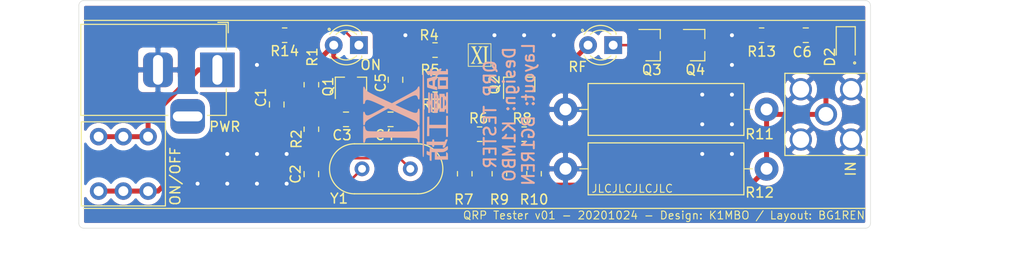
<source format=kicad_pcb>
(kicad_pcb (version 20171130) (host pcbnew 5.1.6)

  (general
    (thickness 1.6)
    (drawings 20)
    (tracks 105)
    (zones 0)
    (modules 33)
    (nets 16)
  )

  (page A4)
  (layers
    (0 F.Cu signal)
    (31 B.Cu signal)
    (32 B.Adhes user)
    (33 F.Adhes user)
    (34 B.Paste user)
    (35 F.Paste user)
    (36 B.SilkS user)
    (37 F.SilkS user)
    (38 B.Mask user)
    (39 F.Mask user)
    (40 Dwgs.User user)
    (41 Cmts.User user)
    (42 Eco1.User user)
    (43 Eco2.User user)
    (44 Edge.Cuts user)
    (45 Margin user)
    (46 B.CrtYd user)
    (47 F.CrtYd user)
    (48 B.Fab user)
    (49 F.Fab user)
  )

  (setup
    (last_trace_width 0.25)
    (user_trace_width 0.5)
    (trace_clearance 0.2)
    (zone_clearance 0.508)
    (zone_45_only no)
    (trace_min 0.2)
    (via_size 0.8)
    (via_drill 0.4)
    (via_min_size 0.4)
    (via_min_drill 0.3)
    (uvia_size 0.3)
    (uvia_drill 0.1)
    (uvias_allowed no)
    (uvia_min_size 0.2)
    (uvia_min_drill 0.1)
    (edge_width 0.05)
    (segment_width 0.2)
    (pcb_text_width 0.3)
    (pcb_text_size 1.5 1.5)
    (mod_edge_width 0.12)
    (mod_text_size 1 1)
    (mod_text_width 0.15)
    (pad_size 1.524 1.524)
    (pad_drill 0.762)
    (pad_to_mask_clearance 0)
    (aux_axis_origin 44 68)
    (grid_origin 44 68)
    (visible_elements FFFFFF7F)
    (pcbplotparams
      (layerselection 0x010fc_ffffffff)
      (usegerberextensions true)
      (usegerberattributes true)
      (usegerberadvancedattributes true)
      (creategerberjobfile true)
      (excludeedgelayer true)
      (linewidth 0.100000)
      (plotframeref false)
      (viasonmask false)
      (mode 1)
      (useauxorigin false)
      (hpglpennumber 1)
      (hpglpenspeed 20)
      (hpglpendiameter 15.000000)
      (psnegative false)
      (psa4output false)
      (plotreference true)
      (plotvalue true)
      (plotinvisibletext false)
      (padsonsilk false)
      (subtractmaskfromsilk false)
      (outputformat 1)
      (mirror false)
      (drillshape 0)
      (scaleselection 1)
      (outputdirectory "./output"))
  )

  (net 0 "")
  (net 1 GND)
  (net 2 VCC)
  (net 3 "Net-(C2-Pad1)")
  (net 4 "Net-(C3-Pad1)")
  (net 5 "Net-(C5-Pad1)")
  (net 6 "Net-(C6-Pad1)")
  (net 7 "Net-(D1-Pad1)")
  (net 8 "Net-(D2-Pad2)")
  (net 9 "Net-(D3-Pad1)")
  (net 10 "Net-(Q2-Pad2)")
  (net 11 "Net-(Q3-Pad1)")
  (net 12 "Net-(R6-Pad2)")
  (net 13 "Net-(R10-Pad2)")
  (net 14 "Net-(J2-Pad1)")
  (net 15 "Net-(C3-Pad2)")

  (net_class Default "This is the default net class."
    (clearance 0.2)
    (trace_width 0.25)
    (via_dia 0.8)
    (via_drill 0.4)
    (uvia_dia 0.3)
    (uvia_drill 0.1)
    (add_net GND)
    (add_net "Net-(C2-Pad1)")
    (add_net "Net-(C3-Pad1)")
    (add_net "Net-(C3-Pad2)")
    (add_net "Net-(C5-Pad1)")
    (add_net "Net-(C6-Pad1)")
    (add_net "Net-(D1-Pad1)")
    (add_net "Net-(D2-Pad2)")
    (add_net "Net-(D3-Pad1)")
    (add_net "Net-(J2-Pad1)")
    (add_net "Net-(Q2-Pad2)")
    (add_net "Net-(Q3-Pad1)")
    (add_net "Net-(R10-Pad2)")
    (add_net "Net-(R6-Pad2)")
    (add_net VCC)
  )

  (module bg1ren:Switch-Push-6pin (layer F.Cu) (tedit 5F92D943) (tstamp 5F935A94)
    (at 48.5 61.5 180)
    (path /5F98B8F8)
    (fp_text reference SW1 (at 0 5.5) (layer F.SilkS) hide
      (effects (font (size 1 1) (thickness 0.15)))
    )
    (fp_text value ON/OFF (at -5.25 -1.25 90) (layer F.SilkS)
      (effects (font (size 1 1) (thickness 0.15)))
    )
    (fp_line (start -4.25 -4.25) (end 4.25 -4.25) (layer F.CrtYd) (width 0.05))
    (fp_line (start 4.25 -4.25) (end 4.25 4.25) (layer F.CrtYd) (width 0.05))
    (fp_line (start 4.25 4.25) (end -4.25 4.25) (layer F.CrtYd) (width 0.05))
    (fp_line (start -4.25 4.25) (end -4.25 -4.25) (layer F.CrtYd) (width 0.05))
    (fp_line (start -4.25 -4.25) (end 4.25 -4.25) (layer F.SilkS) (width 0.12))
    (fp_line (start 4.25 -4.25) (end 4.25 4.25) (layer F.SilkS) (width 0.12))
    (fp_line (start 4.25 4.25) (end -4.25 4.25) (layer F.SilkS) (width 0.12))
    (fp_line (start -4.25 4.25) (end -4.25 -4.25) (layer F.SilkS) (width 0.12))
    (pad 2 thru_hole circle (at 2.5 2.75 180) (size 1.762 1.762) (drill 1) (layers *.Cu *.Mask)
      (net 14 "Net-(J2-Pad1)"))
    (pad 2 thru_hole circle (at 0 2.75 180) (size 1.762 1.762) (drill 1) (layers *.Cu *.Mask)
      (net 14 "Net-(J2-Pad1)"))
    (pad 2 thru_hole circle (at -2.5 2.75 180) (size 1.762 1.762) (drill 1) (layers *.Cu *.Mask)
      (net 14 "Net-(J2-Pad1)"))
    (pad 1 thru_hole circle (at 2.5 -2.75 180) (size 1.762 1.762) (drill 1) (layers *.Cu *.Mask)
      (net 2 VCC))
    (pad 1 thru_hole circle (at 0 -2.75 180) (size 1.762 1.762) (drill 1) (layers *.Cu *.Mask)
      (net 2 VCC))
    (pad 1 thru_hole circle (at -2.5 -2.75 180) (size 1.762 1.762) (drill 1) (layers *.Cu *.Mask)
      (net 2 VCC))
  )

  (module Connector_BarrelJack:BarrelJack_Horizontal (layer F.Cu) (tedit 5A1DBF6A) (tstamp 5F93643D)
    (at 58 52)
    (descr "DC Barrel Jack")
    (tags "Power Jack")
    (path /5F96C973)
    (fp_text reference J2 (at -8.45 5.75) (layer F.SilkS) hide
      (effects (font (size 1 1) (thickness 0.15)))
    )
    (fp_text value PWR (at 0.75 5.75) (layer F.SilkS)
      (effects (font (size 1 1) (thickness 0.15)))
    )
    (fp_line (start -0.003213 -4.505425) (end 0.8 -3.75) (layer F.Fab) (width 0.1))
    (fp_line (start 1.1 -3.75) (end 1.1 -4.8) (layer F.SilkS) (width 0.12))
    (fp_line (start 0.05 -4.8) (end 1.1 -4.8) (layer F.SilkS) (width 0.12))
    (fp_line (start 1 -4.5) (end 1 -4.75) (layer F.CrtYd) (width 0.05))
    (fp_line (start 1 -4.75) (end -14 -4.75) (layer F.CrtYd) (width 0.05))
    (fp_line (start 1 -4.5) (end 1 -2) (layer F.CrtYd) (width 0.05))
    (fp_line (start 1 -2) (end 2 -2) (layer F.CrtYd) (width 0.05))
    (fp_line (start 2 -2) (end 2 2) (layer F.CrtYd) (width 0.05))
    (fp_line (start 2 2) (end 1 2) (layer F.CrtYd) (width 0.05))
    (fp_line (start 1 2) (end 1 4.75) (layer F.CrtYd) (width 0.05))
    (fp_line (start 1 4.75) (end -1 4.75) (layer F.CrtYd) (width 0.05))
    (fp_line (start -1 4.75) (end -1 6.75) (layer F.CrtYd) (width 0.05))
    (fp_line (start -1 6.75) (end -5 6.75) (layer F.CrtYd) (width 0.05))
    (fp_line (start -5 6.75) (end -5 4.75) (layer F.CrtYd) (width 0.05))
    (fp_line (start -5 4.75) (end -14 4.75) (layer F.CrtYd) (width 0.05))
    (fp_line (start -14 4.75) (end -14 -4.75) (layer F.CrtYd) (width 0.05))
    (fp_line (start -5 4.6) (end -13.8 4.6) (layer F.SilkS) (width 0.12))
    (fp_line (start -13.8 4.6) (end -13.8 -4.6) (layer F.SilkS) (width 0.12))
    (fp_line (start 0.9 1.9) (end 0.9 4.6) (layer F.SilkS) (width 0.12))
    (fp_line (start 0.9 4.6) (end -1 4.6) (layer F.SilkS) (width 0.12))
    (fp_line (start -13.8 -4.6) (end 0.9 -4.6) (layer F.SilkS) (width 0.12))
    (fp_line (start 0.9 -4.6) (end 0.9 -2) (layer F.SilkS) (width 0.12))
    (fp_line (start -10.2 -4.5) (end -10.2 4.5) (layer F.Fab) (width 0.1))
    (fp_line (start -13.7 -4.5) (end -13.7 4.5) (layer F.Fab) (width 0.1))
    (fp_line (start -13.7 4.5) (end 0.8 4.5) (layer F.Fab) (width 0.1))
    (fp_line (start 0.8 4.5) (end 0.8 -3.75) (layer F.Fab) (width 0.1))
    (fp_line (start 0 -4.5) (end -13.7 -4.5) (layer F.Fab) (width 0.1))
    (fp_text user %R (at -3 -2.95) (layer F.Fab)
      (effects (font (size 1 1) (thickness 0.15)))
    )
    (pad 3 thru_hole roundrect (at -3 4.7) (size 3.5 3.5) (drill oval 3 1) (layers *.Cu *.Mask) (roundrect_rratio 0.25))
    (pad 2 thru_hole roundrect (at -6 0) (size 3 3.5) (drill oval 1 3) (layers *.Cu *.Mask) (roundrect_rratio 0.25)
      (net 1 GND))
    (pad 1 thru_hole rect (at 0 0) (size 3.5 3.5) (drill oval 1 3) (layers *.Cu *.Mask)
      (net 14 "Net-(J2-Pad1)"))
    (model ${KISYS3DMOD}/Connector_BarrelJack.3dshapes/BarrelJack_Horizontal.wrl
      (at (xyz 0 0 0))
      (scale (xyz 1 1 1))
      (rotate (xyz 0 0 0))
    )
  )

  (module Connector_Coaxial:SMA_Amphenol_132203-12_Horizontal (layer F.Cu) (tedit 5CF42CD6) (tstamp 5F931329)
    (at 119.5 56.5 270)
    (descr https://www.amphenolrf.com/media/downloads/1769/132203-12.pdf)
    (tags "SMA THT Female Jack Horizontal")
    (path /5F95625A)
    (fp_text reference J1 (at -5.2 0) (layer F.SilkS) hide
      (effects (font (size 1 1) (thickness 0.15)))
    )
    (fp_text value IN (at 5.5 -2.5 90) (layer F.SilkS)
      (effects (font (size 1 1) (thickness 0.15)))
    )
    (fp_line (start -3.175 -18) (end 3.175 -18.706) (layer F.Fab) (width 0.1))
    (fp_line (start -4 -4) (end 4 -4) (layer F.Fab) (width 0.1))
    (fp_line (start -3.9 -5.07) (end -3.9 -4) (layer F.Fab) (width 0.1))
    (fp_line (start 3.9 -5.07) (end -3.9 -5.07) (layer F.Fab) (width 0.1))
    (fp_line (start 3.9 -4) (end 3.9 -5.07) (layer F.Fab) (width 0.1))
    (fp_line (start 3.175 -19.5) (end 3.175 -5.07) (layer F.Fab) (width 0.1))
    (fp_line (start -3.175 -19.5) (end -3.175 -5.07) (layer F.Fab) (width 0.1))
    (fp_line (start -3.175 -19.5) (end 3.175 -19.5) (layer F.Fab) (width 0.1))
    (fp_line (start -4.15 -4.15) (end 4.15 -4.15) (layer F.SilkS) (width 0.12))
    (fp_line (start -4.15 4.15) (end 4.15 4.15) (layer F.SilkS) (width 0.12))
    (fp_line (start 4.15 -4.15) (end 4.15 4.15) (layer F.SilkS) (width 0.12))
    (fp_line (start -4.15 -4.15) (end -4.15 4.15) (layer F.SilkS) (width 0.12))
    (fp_line (start 4 -4) (end 4 4) (layer F.Fab) (width 0.1))
    (fp_line (start -4 4) (end 4 4) (layer F.Fab) (width 0.1))
    (fp_line (start -4 -4) (end -4 4) (layer F.Fab) (width 0.1))
    (fp_line (start -4.5 -20) (end 4.5 -20) (layer F.CrtYd) (width 0.05))
    (fp_line (start -4.5 -20) (end -4.5 4.5) (layer F.CrtYd) (width 0.05))
    (fp_line (start 4.5 4.5) (end 4.5 -20) (layer F.CrtYd) (width 0.05))
    (fp_line (start 4.5 4.5) (end -4.5 4.5) (layer F.CrtYd) (width 0.05))
    (fp_line (start -3.175 -17.294) (end 3.175 -18) (layer F.Fab) (width 0.1))
    (fp_line (start -3.175 -16.588) (end 3.175 -17.294) (layer F.Fab) (width 0.1))
    (fp_line (start -3.175 -15.882) (end 3.175 -16.588) (layer F.Fab) (width 0.1))
    (fp_line (start -3.175 -15.176) (end 3.175 -15.882) (layer F.Fab) (width 0.1))
    (fp_line (start -3.175 -14.47) (end 3.175 -15.176) (layer F.Fab) (width 0.1))
    (fp_line (start -3.175 -13.764) (end 3.175 -14.47) (layer F.Fab) (width 0.1))
    (fp_line (start -3.175 -13.058) (end 3.175 -13.764) (layer F.Fab) (width 0.1))
    (fp_line (start -3.175 -12.352) (end 3.175 -13.058) (layer F.Fab) (width 0.1))
    (fp_line (start -3.175 -11.646) (end 3.175 -12.352) (layer F.Fab) (width 0.1))
    (fp_line (start -3.175 -10.94) (end 3.175 -11.646) (layer F.Fab) (width 0.1))
    (fp_line (start -3.175 -10.234) (end 3.175 -10.94) (layer F.Fab) (width 0.1))
    (fp_line (start -3.175 -9.528) (end 3.175 -10.234) (layer F.Fab) (width 0.1))
    (fp_line (start -3.175 -8.822) (end 3.175 -9.528) (layer F.Fab) (width 0.1))
    (fp_line (start -3.175 -8.116) (end 3.175 -8.822) (layer F.Fab) (width 0.1))
    (fp_line (start -3.175 -7.41) (end 3.175 -8.116) (layer F.Fab) (width 0.1))
    (fp_line (start -3.175 -6.704) (end 3.175 -7.41) (layer F.Fab) (width 0.1))
    (fp_line (start -3.175 -5.998) (end 3.175 -6.704) (layer F.Fab) (width 0.1))
    (fp_text user %R (at 0 0 90) (layer F.Fab)
      (effects (font (size 1 1) (thickness 0.15)))
    )
    (pad 1 thru_hole circle (at 0 0 270) (size 2.25 2.25) (drill 1.5) (layers *.Cu *.Mask)
      (net 8 "Net-(D2-Pad2)"))
    (pad 2 thru_hole circle (at 2.54 2.54) (size 2.25 2.25) (drill 1.7) (layers *.Cu *.Mask)
      (net 1 GND))
    (pad 2 thru_hole circle (at 2.54 -2.54 270) (size 2.25 2.25) (drill 1.7) (layers *.Cu *.Mask)
      (net 1 GND))
    (pad 2 thru_hole circle (at -2.54 -2.54 270) (size 2.25 2.25) (drill 1.7) (layers *.Cu *.Mask)
      (net 1 GND))
    (pad 2 thru_hole circle (at -2.54 2.54 270) (size 2.25 2.25) (drill 1.7) (layers *.Cu *.Mask)
      (net 1 GND))
    (model ${KISYS3DMOD}/Connector_Coaxial.3dshapes/SMA_Amphenol_132203-12_Horizontal.wrl
      (at (xyz 0 0 0))
      (scale (xyz 1 1 1))
      (rotate (xyz 0 0 0))
    )
  )

  (module xi:xi-logo-c-02.5-02.5 (layer F.Cu) (tedit 5E104AF4) (tstamp 5F92C4AF)
    (at 84.5 50.5)
    (fp_text reference G*** (at 0 0) (layer F.SilkS) hide
      (effects (font (size 1.524 1.524) (thickness 0.3)))
    )
    (fp_text value LOGO (at 0.75 0) (layer F.SilkS) hide
      (effects (font (size 1.524 1.524) (thickness 0.3)))
    )
    (fp_line (start -1.25 1.25) (end -1.25 -1.25) (layer F.CrtYd) (width 0.12))
    (fp_line (start 1.25 1.25) (end -1.25 1.25) (layer F.CrtYd) (width 0.12))
    (fp_line (start 1.25 -1.25) (end 1.25 1.25) (layer F.CrtYd) (width 0.12))
    (fp_line (start -1.25 -1.25) (end 1.25 -1.25) (layer F.CrtYd) (width 0.12))
    (fp_poly (pts (xy 0.877454 -0.850111) (xy 0.873919 -0.83185) (xy 0.859166 -0.821978) (xy 0.830833 -0.816515)
      (xy 0.779255 -0.804099) (xy 0.745195 -0.780778) (xy 0.724134 -0.742554) (xy 0.716865 -0.71567)
      (xy 0.714441 -0.692661) (xy 0.712277 -0.649157) (xy 0.710374 -0.587754) (xy 0.708738 -0.511046)
      (xy 0.70737 -0.421629) (xy 0.706275 -0.322097) (xy 0.705455 -0.215046) (xy 0.704915 -0.10307)
      (xy 0.704657 0.011234) (xy 0.704686 0.125274) (xy 0.705004 0.236453) (xy 0.705616 0.342176)
      (xy 0.706523 0.439848) (xy 0.707731 0.526875) (xy 0.709241 0.600661) (xy 0.711059 0.658612)
      (xy 0.713186 0.698132) (xy 0.714977 0.714062) (xy 0.727555 0.757194) (xy 0.748723 0.785468)
      (xy 0.783993 0.804333) (xy 0.815917 0.813835) (xy 0.852121 0.825602) (xy 0.870403 0.83944)
      (xy 0.875371 0.852694) (xy 0.876061 0.860668) (xy 0.873595 0.866715) (xy 0.865209 0.871102)
      (xy 0.848135 0.874094) (xy 0.819607 0.875959) (xy 0.776859 0.876962) (xy 0.717125 0.877372)
      (xy 0.637638 0.877454) (xy 0.357909 0.877454) (xy 0.357909 0.848591) (xy 0.363362 0.825913)
      (xy 0.380766 0.819727) (xy 0.405708 0.815528) (xy 0.439761 0.805066) (xy 0.449939 0.801195)
      (xy 0.483027 0.783724) (xy 0.501415 0.760177) (xy 0.508538 0.740581) (xy 0.51143 0.71899)
      (xy 0.513799 0.675694) (xy 0.515649 0.610491) (xy 0.516981 0.523183) (xy 0.517797 0.413566)
      (xy 0.5181 0.281442) (xy 0.517892 0.126607) (xy 0.517296 -0.026983) (xy 0.513772 -0.752465)
      (xy 0.481426 -0.780282) (xy 0.447569 -0.800982) (xy 0.407821 -0.814602) (xy 0.403495 -0.815389)
      (xy 0.373513 -0.822459) (xy 0.360411 -0.833869) (xy 0.357909 -0.850067) (xy 0.357909 -0.877455)
      (xy 0.877454 -0.877455) (xy 0.877454 -0.850111)) (layer F.SilkS) (width 0.01))
    (fp_poly (pts (xy -0.323273 -0.848591) (xy -0.326427 -0.828844) (xy -0.340459 -0.820934) (xy -0.362403 -0.819728)
      (xy -0.39846 -0.813105) (xy -0.428789 -0.797654) (xy -0.444916 -0.780548) (xy -0.454069 -0.759097)
      (xy -0.455699 -0.730893) (xy -0.449256 -0.693529) (xy -0.434188 -0.644599) (xy -0.409944 -0.581695)
      (xy -0.375975 -0.50241) (xy -0.345946 -0.435503) (xy -0.315136 -0.367788) (xy -0.287644 -0.307559)
      (xy -0.264861 -0.257847) (xy -0.248179 -0.221685) (xy -0.238987 -0.202103) (xy -0.237652 -0.199491)
      (xy -0.231628 -0.208026) (xy -0.216741 -0.233569) (xy -0.194844 -0.272672) (xy -0.16779 -0.321889)
      (xy -0.137431 -0.377773) (xy -0.105621 -0.436877) (xy -0.074211 -0.495754) (xy -0.045055 -0.550958)
      (xy -0.020005 -0.599041) (xy -0.000914 -0.636557) (xy 0.010366 -0.660059) (xy 0.01195 -0.663864)
      (xy 0.024997 -0.718102) (xy 0.021461 -0.763773) (xy 0.002674 -0.797712) (xy -0.030028 -0.816753)
      (xy -0.053744 -0.819728) (xy -0.080291 -0.822128) (xy -0.090829 -0.832754) (xy -0.092364 -0.848591)
      (xy -0.092364 -0.877455) (xy 0.323272 -0.877455) (xy 0.323272 -0.850067) (xy 0.319281 -0.8311)
      (xy 0.303122 -0.820737) (xy 0.279614 -0.815698) (xy 0.240327 -0.801729) (xy 0.201081 -0.771249)
      (xy 0.159676 -0.722183) (xy 0.124439 -0.669637) (xy 0.107554 -0.641258) (xy 0.08333 -0.598774)
      (xy 0.053486 -0.545364) (xy 0.019741 -0.484206) (xy -0.016188 -0.418479) (xy -0.052581 -0.351362)
      (xy -0.087721 -0.286034) (xy -0.119889 -0.225674) (xy -0.147366 -0.173459) (xy -0.168436 -0.13257)
      (xy -0.181379 -0.106185) (xy -0.184728 -0.097688) (xy -0.180061 -0.085363) (xy -0.166936 -0.05497)
      (xy -0.146663 -0.009364) (xy -0.120553 0.0486) (xy -0.089919 0.116067) (xy -0.056072 0.190183)
      (xy -0.020322 0.268092) (xy 0.016019 0.346942) (xy 0.051639 0.423875) (xy 0.085228 0.496039)
      (xy 0.115473 0.560578) (xy 0.141064 0.614638) (xy 0.160689 0.655364) (xy 0.167754 0.669636)
      (xy 0.20029 0.727526) (xy 0.232574 0.768175) (xy 0.269567 0.796836) (xy 0.303981 0.813874)
      (xy 0.334878 0.831191) (xy 0.344413 0.849002) (xy 0.344081 0.851948) (xy 0.341 0.858351)
      (xy 0.332675 0.863287) (xy 0.316319 0.866996) (xy 0.289147 0.869715) (xy 0.248372 0.871684)
      (xy 0.19121 0.873141) (xy 0.114873 0.874327) (xy 0.07778 0.874785) (xy -0.184728 0.877888)
      (xy -0.184728 0.848807) (xy -0.179908 0.826591) (xy -0.161497 0.819807) (xy -0.157587 0.819727)
      (xy -0.127059 0.815864) (xy -0.094017 0.807028) (xy -0.064075 0.788955) (xy -0.050123 0.759669)
      (xy -0.051581 0.716687) (xy -0.06264 0.673321) (xy -0.072686 0.645751) (xy -0.090427 0.601341)
      (xy -0.114047 0.544291) (xy -0.141732 0.478803) (xy -0.171669 0.409077) (xy -0.202042 0.339316)
      (xy -0.231038 0.27372) (xy -0.256841 0.216492) (xy -0.277638 0.171831) (xy -0.289762 0.147387)
      (xy -0.29488 0.138609) (xy -0.300183 0.134278) (xy -0.306948 0.136388) (xy -0.316451 0.146938)
      (xy -0.329966 0.167921) (xy -0.348771 0.201335) (xy -0.37414 0.249176) (xy -0.40735 0.313439)
      (xy -0.449677 0.396121) (xy -0.453386 0.403379) (xy -0.502349 0.500529) (xy -0.541954 0.582006)
      (xy -0.57173 0.646775) (xy -0.591209 0.693804) (xy -0.599919 0.722059) (xy -0.600364 0.726469)
      (xy -0.589729 0.766742) (xy -0.560883 0.798151) (xy -0.522726 0.814625) (xy -0.487415 0.823232)
      (xy -0.469239 0.831391) (xy -0.462599 0.842722) (xy -0.461818 0.854001) (xy -0.462735 0.862337)
      (xy -0.467574 0.868421) (xy -0.479474 0.872607) (xy -0.50157 0.87525) (xy -0.537001 0.876702)
      (xy -0.588903 0.877319) (xy -0.660412 0.877454) (xy -0.877455 0.877454) (xy -0.877455 0.850034)
      (xy -0.871404 0.828177) (xy -0.849335 0.817086) (xy -0.844289 0.81598) (xy -0.811151 0.802366)
      (xy -0.777312 0.773495) (xy -0.740915 0.727281) (xy -0.700104 0.661636) (xy -0.688174 0.640465)
      (xy -0.642033 0.556846) (xy -0.595197 0.471321) (xy -0.548992 0.386372) (xy -0.504745 0.304482)
      (xy -0.463784 0.228134) (xy -0.427436 0.15981) (xy -0.397027 0.101994) (xy -0.373885 0.057167)
      (xy -0.359338 0.027813) (xy -0.354687 0.016622) (xy -0.359108 0.002981) (xy -0.371841 -0.028461)
      (xy -0.391522 -0.074536) (xy -0.416787 -0.13208) (xy -0.446275 -0.197925) (xy -0.461554 -0.231606)
      (xy -0.519716 -0.358384) (xy -0.569923 -0.465519) (xy -0.61317 -0.554652) (xy -0.650452 -0.627426)
      (xy -0.682765 -0.685483) (xy -0.711102 -0.730465) (xy -0.73646 -0.764015) (xy -0.759833 -0.787774)
      (xy -0.782216 -0.803385) (xy -0.804605 -0.81249) (xy -0.815003 -0.814913) (xy -0.842541 -0.823371)
      (xy -0.853303 -0.83821) (xy -0.854364 -0.849876) (xy -0.854364 -0.877455) (xy -0.323273 -0.877455)
      (xy -0.323273 -0.848591)) (layer F.SilkS) (width 0.01))
    (fp_poly (pts (xy 1.177636 1.177636) (xy -1.177637 1.177636) (xy -1.177637 -1.108364) (xy -1.108364 -1.108364)
      (xy -1.108364 1.108363) (xy 1.108363 1.108363) (xy 1.108363 -1.108364) (xy -1.108364 -1.108364)
      (xy -1.177637 -1.108364) (xy -1.177637 -1.177637) (xy 1.177636 -1.177637) (xy 1.177636 1.177636)) (layer F.SilkS) (width 0.01))
  )

  (module xi:xi-logo-a-10_09 (layer B.Cu) (tedit 5E1032C1) (tstamp 5F92BD94)
    (at 77 56.5 270)
    (fp_text reference G*** (at 0 0 270) (layer F.SilkS) hide
      (effects (font (size 1.524 1.524) (thickness 0.3)))
    )
    (fp_text value LOGO (at 0.75 0 270) (layer F.SilkS) hide
      (effects (font (size 1.524 1.524) (thickness 0.3)))
    )
    (fp_line (start -5 4.5) (end -5 -4.5) (layer B.CrtYd) (width 0.12))
    (fp_line (start 5 4.5) (end -5 4.5) (layer B.CrtYd) (width 0.12))
    (fp_line (start 5 -4.5) (end 5 4.5) (layer B.CrtYd) (width 0.12))
    (fp_line (start -5 -4.5) (end 5 -4.5) (layer B.CrtYd) (width 0.12))
    (fp_poly (pts (xy 2.293131 4.264559) (xy 2.50079 4.263329) (xy 2.651323 4.260266) (xy 2.753909 4.254542)
      (xy 2.817727 4.245328) (xy 2.851954 4.231795) (xy 2.865769 4.213115) (xy 2.86835 4.188459)
      (xy 2.86835 4.188117) (xy 2.848231 4.119702) (xy 2.821174 4.098074) (xy 2.757508 4.080419)
      (xy 2.653781 4.052004) (xy 2.610671 4.040255) (xy 2.557608 4.026236) (xy 2.511886 4.011578)
      (xy 2.472983 3.990923) (xy 2.440379 3.958911) (xy 2.413552 3.910185) (xy 2.391981 3.839386)
      (xy 2.375146 3.741157) (xy 2.362524 3.610138) (xy 2.353596 3.440973) (xy 2.34784 3.228301)
      (xy 2.344735 2.966766) (xy 2.34376 2.651008) (xy 2.344394 2.27567) (xy 2.346115 1.835394)
      (xy 2.348327 1.342393) (xy 2.350286 0.84531) (xy 2.351939 0.418243) (xy 2.353991 0.055735)
      (xy 2.357146 -0.247674) (xy 2.36211 -0.497442) (xy 2.369588 -0.699028) (xy 2.380285 -0.857892)
      (xy 2.394906 -0.979492) (xy 2.414155 -1.069288) (xy 2.438739 -1.132737) (xy 2.469362 -1.175299)
      (xy 2.506729 -1.202433) (xy 2.551545 -1.219598) (xy 2.604515 -1.232252) (xy 2.666344 -1.245855)
      (xy 2.683149 -1.250014) (xy 2.802694 -1.289265) (xy 2.859337 -1.332695) (xy 2.86835 -1.365827)
      (xy 2.86404 -1.387928) (xy 2.845032 -1.404687) (xy 2.802211 -1.416839) (xy 2.726461 -1.425116)
      (xy 2.608669 -1.430252) (xy 2.439717 -1.432982) (xy 2.210491 -1.434038) (xy 2.019168 -1.434175)
      (xy 1.744891 -1.433874) (xy 1.536948 -1.432459) (xy 1.386193 -1.429161) (xy 1.283477 -1.423214)
      (xy 1.219653 -1.413849) (xy 1.185573 -1.400298) (xy 1.172089 -1.381794) (xy 1.169985 -1.362892)
      (xy 1.193583 -1.307832) (xy 1.273874 -1.273077) (xy 1.310211 -1.265303) (xy 1.435591 -1.232387)
      (xy 1.547892 -1.188552) (xy 1.552758 -1.186084) (xy 1.58932 -1.163968) (xy 1.620782 -1.134587)
      (xy 1.647493 -1.092538) (xy 1.669801 -1.032415) (xy 1.688054 -0.948815) (xy 1.7026 -0.836333)
      (xy 1.713786 -0.689566) (xy 1.721963 -0.503109) (xy 1.727476 -0.271558) (xy 1.730675 0.010492)
      (xy 1.731907 0.348444) (xy 1.731522 0.747703) (xy 1.729866 1.213672) (xy 1.728347 1.539851)
      (xy 1.725983 2.010026) (xy 1.723715 2.410605) (xy 1.721322 2.747475) (xy 1.718583 3.026523)
      (xy 1.715277 3.253634) (xy 1.711184 3.434696) (xy 1.706083 3.575595) (xy 1.699753 3.682217)
      (xy 1.691974 3.76045) (xy 1.682525 3.816179) (xy 1.671184 3.855291) (xy 1.657732 3.883673)
      (xy 1.641948 3.907212) (xy 1.639457 3.910567) (xy 1.576279 3.979701) (xy 1.495923 4.028511)
      (xy 1.376264 4.067996) (xy 1.273774 4.092366) (xy 1.189891 4.13365) (xy 1.169985 4.190021)
      (xy 1.17284 4.214148) (xy 1.187518 4.232437) (xy 1.223191 4.245696) (xy 1.289028 4.254731)
      (xy 1.394202 4.260349) (xy 1.547882 4.26336) (xy 1.75924 4.264569) (xy 2.019168 4.264785)
      (xy 2.293131 4.264559)) (layer B.SilkS) (width 0.01))
    (fp_poly (pts (xy -1.063571 4.179867) (xy -1.090047 4.118163) (xy -1.160427 4.088752) (xy -1.207727 4.082562)
      (xy -1.329258 4.058143) (xy -1.412898 4.007373) (xy -1.458449 3.924486) (xy -1.465712 3.803717)
      (xy -1.434489 3.639299) (xy -1.364582 3.425467) (xy -1.255793 3.156455) (xy -1.169162 2.960382)
      (xy -1.074427 2.751875) (xy -0.984859 2.556656) (xy -0.907371 2.389654) (xy -0.84888 2.2658)
      (xy -0.822346 2.211597) (xy -0.747466 2.064353) (xy -0.358291 2.773556) (xy -0.200322 3.065683)
      (xy -0.078775 3.301449) (xy 0.009473 3.488791) (xy 0.067542 3.635645) (xy 0.098554 3.749946)
      (xy 0.105631 3.839631) (xy 0.091893 3.912636) (xy 0.090878 3.915536) (xy 0.041118 4.004448)
      (xy -0.04379 4.060317) (xy -0.160401 4.093419) (xy -0.244003 4.133327) (xy -0.26419 4.190021)
      (xy -0.260832 4.216604) (xy -0.243926 4.236008) (xy -0.203231 4.249359) (xy -0.128503 4.257785)
      (xy -0.0095 4.262413) (xy 0.164022 4.26437) (xy 0.402307 4.264784) (xy 0.415156 4.264785)
      (xy 0.656943 4.264356) (xy 0.833462 4.262354) (xy 0.954926 4.257704) (xy 1.031548 4.249333)
      (xy 1.07354 4.236166) (xy 1.091117 4.21713) (xy 1.094502 4.19334) (xy 1.061361 4.119061)
      (xy 0.967122 4.080496) (xy 0.905604 4.076078) (xy 0.840379 4.064702) (xy 0.771058 4.027135)
      (xy 0.694035 3.958215) (xy 0.605703 3.852783) (xy 0.502456 3.705678) (xy 0.380688 3.511738)
      (xy 0.236792 3.265804) (xy 0.067163 2.962715) (xy -0.131806 2.597311) (xy -0.145451 2.572001)
      (xy -0.600052 1.728401) (xy 0.003294 0.420738) (xy 0.141933 0.121797) (xy 0.274155 -0.160391)
      (xy 0.395863 -0.417297) (xy 0.502959 -0.640392) (xy 0.591347 -0.821148) (xy 0.65693 -0.951035)
      (xy 0.69561 -1.021525) (xy 0.697557 -1.024551) (xy 0.831617 -1.161091) (xy 0.960359 -1.227821)
      (xy 1.079318 -1.286) (xy 1.12957 -1.345254) (xy 1.132243 -1.36382) (xy 1.128439 -1.386551)
      (xy 1.110934 -1.403785) (xy 1.070589 -1.416281) (xy 0.998264 -1.424793) (xy 0.884823 -1.430081)
      (xy 0.721124 -1.432901) (xy 0.49803 -1.43401) (xy 0.283061 -1.434175) (xy 0.009031 -1.433927)
      (xy -0.198688 -1.432644) (xy -0.349269 -1.429515) (xy -0.451884 -1.423729) (xy -0.515704 -1.414477)
      (xy -0.549902 -1.400947) (xy -0.56365 -1.382328) (xy -0.566122 -1.359138) (xy -0.548436 -1.306181)
      (xy -0.483677 -1.273999) (xy -0.412623 -1.259556) (xy -0.309477 -1.237641) (xy -0.230874 -1.204628)
      (xy -0.177714 -1.154393) (xy -0.150893 -1.08081) (xy -0.151308 -0.977752) (xy -0.179858 -0.839096)
      (xy -0.237438 -0.658715) (xy -0.324947 -0.430483) (xy -0.443281 -0.148276) (xy -0.593338 0.194033)
      (xy -0.641362 0.301932) (xy -0.736116 0.513834) (xy -0.820252 0.701007) (xy -0.889018 0.85296)
      (xy -0.937663 0.959206) (xy -0.961436 1.009256) (xy -0.962851 1.011677) (xy -0.985164 0.985532)
      (xy -1.038468 0.896797) (xy -1.120077 0.750434) (xy -1.227306 0.551407) (xy -1.357468 0.30468)
      (xy -1.507879 0.015216) (xy -1.618938 -0.200737) (xy -1.758867 -0.483987) (xy -1.85734 -0.711056)
      (xy -1.914432 -0.888799) (xy -1.930215 -1.024067) (xy -1.904763 -1.123713) (xy -1.838148 -1.194589)
      (xy -1.730444 -1.243548) (xy -1.630345 -1.268507) (xy -1.537781 -1.304245) (xy -1.509659 -1.36341)
      (xy -1.513972 -1.388911) (xy -1.533809 -1.407433) (xy -1.579517 -1.420085) (xy -1.661444 -1.427976)
      (xy -1.789935 -1.432214) (xy -1.975337 -1.433907) (xy -2.170134 -1.434175) (xy -2.408436 -1.433661)
      (xy -2.581565 -1.43141) (xy -2.699827 -1.426357) (xy -2.77353 -1.417438) (xy -2.812981 -1.403588)
      (xy -2.828485 -1.383742) (xy -2.830609 -1.365955) (xy -2.794452 -1.301412) (xy -2.691532 -1.236574)
      (xy -2.676557 -1.229768) (xy -2.625677 -1.205151) (xy -2.578279 -1.174754) (xy -2.530364 -1.132344)
      (xy -2.477933 -1.071691) (xy -2.416988 -0.986561) (xy -2.34353 -0.870722) (xy -2.253558 -0.717942)
      (xy -2.143076 -0.52199) (xy -2.008083 -0.276632) (xy -1.844581 0.024362) (xy -1.699211 0.293387)
      (xy -1.123244 1.360474) (xy -1.435503 2.048365) (xy -1.630544 2.472653) (xy -1.80964 2.851401)
      (xy -1.97065 3.180405) (xy -2.111433 3.455463) (xy -2.22985 3.672371) (xy -2.323759 3.826928)
      (xy -2.380214 3.903325) (xy -2.508868 4.01327) (xy -2.64535 4.077006) (xy -2.748816 4.116995)
      (xy -2.790406 4.169127) (xy -2.792868 4.190757) (xy -2.789919 4.21439) (xy -2.775036 4.232374)
      (xy -2.739166 4.245481) (xy -2.673253 4.254479) (xy -2.568245 4.260139) (xy -2.415087 4.26323)
      (xy -2.204725 4.264522) (xy -1.928106 4.264785) (xy -1.051511 4.264785) (xy -1.063571 4.179867)) (layer B.SilkS) (width 0.01))
    (fp_poly (pts (xy 0.678252 -1.736123) (xy 1.266242 -1.736219) (xy 1.786929 -1.736467) (xy 2.244405 -1.736939)
      (xy 2.64276 -1.737707) (xy 2.986083 -1.738844) (xy 3.278467 -1.740421) (xy 3.524 -1.74251)
      (xy 3.726773 -1.745184) (xy 3.890878 -1.748515) (xy 4.020403 -1.752574) (xy 4.119441 -1.757434)
      (xy 4.19208 -1.763167) (xy 4.242412 -1.769845) (xy 4.274526 -1.77754) (xy 4.292514 -1.786324)
      (xy 4.300466 -1.796269) (xy 4.302471 -1.807447) (xy 4.302526 -1.81159) (xy 4.30162 -1.823209)
      (xy 4.296175 -1.83357) (xy 4.2821 -1.842745) (xy 4.255306 -1.850806) (xy 4.211701 -1.857826)
      (xy 4.147195 -1.863875) (xy 4.057699 -1.869027) (xy 3.939121 -1.873354) (xy 3.787371 -1.876927)
      (xy 3.598358 -1.879819) (xy 3.367993 -1.882101) (xy 3.092185 -1.883846) (xy 2.766843 -1.885126)
      (xy 2.387877 -1.886013) (xy 1.951197 -1.886579) (xy 1.452712 -1.886896) (xy 0.888331 -1.887036)
      (xy 0.253965 -1.887072) (xy 0.01887 -1.887073) (xy -0.640512 -1.887057) (xy -1.228501 -1.886961)
      (xy -1.749189 -1.886713) (xy -2.206664 -1.88624) (xy -2.605019 -1.885472) (xy -2.948342 -1.884335)
      (xy -3.240726 -1.882758) (xy -3.486259 -1.880669) (xy -3.689032 -1.877995) (xy -3.853137 -1.874664)
      (xy -3.982662 -1.870605) (xy -4.0817 -1.865745) (xy -4.154339 -1.860012) (xy -4.204671 -1.853334)
      (xy -4.236785 -1.845639) (xy -4.254773 -1.836856) (xy -4.262725 -1.826911) (xy -4.264731 -1.815732)
      (xy -4.264785 -1.81159) (xy -4.263879 -1.799971) (xy -4.258434 -1.789609) (xy -4.244359 -1.780434)
      (xy -4.217565 -1.772373) (xy -4.17396 -1.765354) (xy -4.109455 -1.759304) (xy -4.019958 -1.754152)
      (xy -3.90138 -1.749825) (xy -3.74963 -1.746252) (xy -3.560618 -1.74336) (xy -3.330252 -1.741078)
      (xy -3.054444 -1.739333) (xy -2.729102 -1.738053) (xy -2.350136 -1.737166) (xy -1.913456 -1.7366)
      (xy -1.414971 -1.736283) (xy -0.85059 -1.736143) (xy -0.216224 -1.736108) (xy 0.01887 -1.736107)
      (xy 0.678252 -1.736123)) (layer B.SilkS) (width 0.01))
    (fp_poly (pts (xy -1.071218 -2.157593) (xy -1.027567 -2.183177) (xy -1.01902 -2.226746) (xy -1.014417 -2.259178)
      (xy -0.992094 -2.280704) (xy -0.939281 -2.293545) (xy -0.843208 -2.299923) (xy -0.691104 -2.302058)
      (xy -0.584993 -2.302229) (xy -0.150966 -2.302229) (xy -0.150966 -2.490936) (xy -0.584993 -2.490936)
      (xy -0.778115 -2.494082) (xy -0.920237 -2.502991) (xy -1.002244 -2.516872) (xy -1.01902 -2.528677)
      (xy -0.983029 -2.545953) (xy -0.881877 -2.55852) (xy -0.725793 -2.565406) (xy -0.622734 -2.566419)
      (xy -0.226449 -2.566419) (xy -0.226449 -2.755126) (xy -2.113522 -2.755126) (xy -2.113522 -2.566419)
      (xy -1.717237 -2.566419) (xy -1.514297 -2.562341) (xy -1.384983 -2.551678) (xy -1.327966 -2.536785)
      (xy -1.341919 -2.520016) (xy -1.425516 -2.503727) (xy -1.57743 -2.490272) (xy -1.764413 -2.482698)
      (xy -1.95319 -2.477487) (xy -2.079543 -2.470787) (xy -2.15652 -2.459861) (xy -2.19717 -2.441973)
      (xy -2.214541 -2.414384) (xy -2.219936 -2.387147) (xy -2.222516 -2.351458) (xy -2.210096 -2.3275)
      (xy -2.17047 -2.312935) (xy -2.091434 -2.305426) (xy -1.960782 -2.302636) (xy -1.776474 -2.302229)
      (xy -1.584647 -2.301496) (xy -1.455826 -2.297919) (xy -1.377537 -2.289432) (xy -1.337306 -2.273968)
      (xy -1.322661 -2.249459) (xy -1.320951 -2.226746) (xy -1.308291 -2.177362) (xy -1.257123 -2.155536)
      (xy -1.169985 -2.151263) (xy -1.071218 -2.157593)) (layer B.SilkS) (width 0.01))
    (fp_poly (pts (xy -0.150966 -3.057058) (xy -0.15344 -3.168768) (xy -0.168649 -3.224473) (xy -0.208277 -3.243646)
      (xy -0.26419 -3.245765) (xy -0.35408 -3.262643) (xy -0.377415 -3.302377) (xy -0.386462 -3.321489)
      (xy -0.419606 -3.335852) (xy -0.485845 -3.34611) (xy -0.59418 -3.352905) (xy -0.753613 -3.356881)
      (xy -0.973143 -3.358681) (xy -1.169985 -3.358989) (xy -1.437545 -3.358343) (xy -1.63863 -3.355976)
      (xy -1.782241 -3.351244) (xy -1.877378 -3.343506) (xy -1.933042 -3.332118) (xy -1.958233 -3.316437)
      (xy -1.962556 -3.302377) (xy -1.991201 -3.260506) (xy -2.08262 -3.245867) (xy -2.094651 -3.245765)
      (xy -2.226746 -3.245765) (xy -2.226746 -3.094799) (xy -1.887073 -3.094799) (xy -1.850142 -3.108939)
      (xy -1.742482 -3.119996) (xy -1.568795 -3.127723) (xy -1.333782 -3.131871) (xy -1.169985 -3.132541)
      (xy -0.901322 -3.130597) (xy -0.691238 -3.124931) (xy -0.544434 -3.115789) (xy -0.465613 -3.10342)
      (xy -0.452898 -3.094799) (xy -0.489829 -3.080659) (xy -0.597489 -3.069602) (xy -0.771176 -3.061875)
      (xy -1.006188 -3.057727) (xy -1.169985 -3.057058) (xy -1.438649 -3.059001) (xy -1.648733 -3.064668)
      (xy -1.795537 -3.073809) (xy -1.874358 -3.086178) (xy -1.887073 -3.094799) (xy -2.226746 -3.094799)
      (xy -2.226746 -2.86835) (xy -0.150966 -2.86835) (xy -0.150966 -3.057058)) (layer B.SilkS) (width 0.01))
    (fp_poly (pts (xy 3.094799 -2.434324) (xy 3.095975 -2.5783) (xy 3.103036 -2.662696) (xy 3.121282 -2.703411)
      (xy 3.156013 -2.716344) (xy 3.189153 -2.717385) (xy 3.260975 -2.732973) (xy 3.283108 -2.79435)
      (xy 3.283506 -2.811738) (xy 3.267918 -2.883561) (xy 3.206541 -2.905693) (xy 3.189153 -2.906092)
      (xy 3.094799 -2.906092) (xy 3.094799 -3.815307) (xy 3.22986 -3.78997) (xy 3.318444 -3.777178)
      (xy 3.353318 -3.793235) (xy 3.354555 -3.851049) (xy 3.35252 -3.868865) (xy 3.340617 -3.917983)
      (xy 3.309654 -3.958901) (xy 3.246769 -3.999913) (xy 3.139098 -4.049311) (xy 2.973779 -4.115388)
      (xy 2.964638 -4.118941) (xy 2.807861 -4.178795) (xy 2.677158 -4.226747) (xy 2.588479 -4.257065)
      (xy 2.558917 -4.264784) (xy 2.537405 -4.232043) (xy 2.528677 -4.155252) (xy 2.544733 -4.069611)
      (xy 2.607375 -4.019716) (xy 2.641902 -4.006249) (xy 2.755126 -3.966779) (xy 2.755126 -2.906092)
      (xy 2.641902 -2.906092) (xy 2.560983 -2.895937) (xy 2.531381 -2.852769) (xy 2.528677 -2.811738)
      (xy 2.540863 -2.744306) (xy 2.592665 -2.719638) (xy 2.641902 -2.717385) (xy 2.755126 -2.717385)
      (xy 2.755126 -2.151263) (xy 3.094799 -2.151263) (xy 3.094799 -2.434324)) (layer B.SilkS) (width 0.01))
    (fp_poly (pts (xy 3.991983 -2.154545) (xy 4.052538 -2.175376) (xy 4.088366 -2.230232) (xy 4.113818 -2.302229)
      (xy 4.163642 -2.453194) (xy 4.421791 -2.453194) (xy 4.557869 -2.45466) (xy 4.635105 -2.463112)
      (xy 4.670134 -2.48463) (xy 4.679591 -2.525293) (xy 4.67994 -2.547548) (xy 4.67994 -2.641902)
      (xy 3.811887 -2.641902) (xy 3.811887 -2.981575) (xy 4.566716 -2.981575) (xy 4.566716 -4.302526)
      (xy 4.250254 -4.302526) (xy 4.093823 -4.300916) (xy 3.994618 -4.293053) (xy 3.934402 -4.274388)
      (xy 3.894939 -4.240373) (xy 3.87197 -4.208172) (xy 3.810147 -4.113818) (xy 4.227043 -4.113818)
      (xy 4.227043 -3.208023) (xy 3.811887 -3.208023) (xy 3.811887 -3.55146) (xy 3.809898 -3.720054)
      (xy 3.800278 -3.837596) (xy 3.777548 -3.928483) (xy 3.736228 -4.017116) (xy 3.689227 -4.09764)
      (xy 3.619522 -4.208319) (xy 3.565706 -4.269062) (xy 3.505385 -4.294986) (xy 3.416161 -4.30121)
      (xy 3.387295 -4.301455) (xy 3.283008 -4.29674) (xy 3.218855 -4.283543) (xy 3.20899 -4.27422)
      (xy 3.228385 -4.229964) (xy 3.278065 -4.142309) (xy 3.341085 -4.040084) (xy 3.472214 -3.834255)
      (xy 3.472214 -2.641902) (xy 3.375235 -2.641902) (xy 3.304547 -2.629581) (xy 3.28794 -2.579843)
      (xy 3.290317 -2.556983) (xy 3.303878 -2.511154) (xy 3.339928 -2.48415) (xy 3.415957 -2.469614)
      (xy 3.549455 -2.461189) (xy 3.554511 -2.460965) (xy 3.806644 -2.449865) (xy 3.752653 -2.320647)
      (xy 3.717347 -2.231227) (xy 3.699278 -2.175843) (xy 3.698662 -2.171346) (xy 3.732566 -2.159727)
      (xy 3.818973 -2.152475) (xy 3.881329 -2.151263) (xy 3.991983 -2.154545)) (layer B.SilkS) (width 0.01))
    (fp_poly (pts (xy 2.189004 -2.415453) (xy 1.396434 -2.415453) (xy 1.396434 -4.113818) (xy 2.264487 -4.113818)
      (xy 2.264487 -4.302526) (xy 0.150966 -4.302526) (xy 0.150966 -4.113818) (xy 1.05676 -4.113818)
      (xy 1.05676 -2.415453) (xy 0.221435 -2.415453) (xy 0.245319 -2.207875) (xy 1.217162 -2.197802)
      (xy 2.189004 -2.18773) (xy 2.189004 -2.415453)) (layer B.SilkS) (width 0.01))
    (fp_poly (pts (xy -0.26419 -3.962853) (xy -0.376087 -3.962853) (xy -0.484325 -3.990334) (xy -0.528381 -4.038336)
      (xy -0.545612 -4.07994) (xy -0.531015 -4.102548) (xy -0.470289 -4.111919) (xy -0.34913 -4.113816)
      (xy -0.341001 -4.113818) (xy -0.215044 -4.115789) (xy -0.146881 -4.126582) (xy -0.118835 -4.153518)
      (xy -0.113233 -4.20392) (xy -0.113225 -4.208172) (xy -0.113225 -4.302526) (xy -2.226746 -4.302526)
      (xy -2.226746 -4.208172) (xy -2.221989 -4.155996) (xy -2.195935 -4.12776) (xy -2.130908 -4.116143)
      (xy -2.009234 -4.113822) (xy -1.99897 -4.113818) (xy -1.874317 -4.11215) (xy -1.810831 -4.103303)
      (xy -1.794211 -4.081517) (xy -1.810154 -4.04103) (xy -1.81159 -4.038336) (xy -1.865071 -3.993046)
      (xy -1.509659 -3.993046) (xy -1.477288 -4.05711) (xy -1.378474 -4.096887) (xy -1.210668 -4.113266)
      (xy -1.163765 -4.113818) (xy -1.022597 -4.110504) (xy -0.937633 -4.097309) (xy -0.88976 -4.069355)
      (xy -0.868054 -4.038336) (xy -0.852759 -4.002696) (xy -0.861807 -3.980509) (xy -0.907869 -3.968595)
      (xy -1.003616 -3.96377) (xy -1.161721 -3.962853) (xy -1.168658 -3.962853) (xy -1.318559 -3.965946)
      (xy -1.434884 -3.974233) (xy -1.500829 -3.986226) (xy -1.509659 -3.993046) (xy -1.865071 -3.993046)
      (xy -1.886095 -3.975242) (xy -1.963884 -3.962853) (xy -2.07578 -3.962853) (xy -2.07578 -3.673501)
      (xy -1.773849 -3.673501) (xy -1.757084 -3.73769) (xy -1.748688 -3.748984) (xy -1.703944 -3.757828)
      (xy -1.597637 -3.765311) (xy -1.443683 -3.770836) (xy -1.255998 -3.773804) (xy -1.163695 -3.774145)
      (xy -0.947513 -3.773641) (xy -0.795538 -3.771113) (xy -0.696494 -3.765043) (xy -0.639106 -3.753909)
      (xy -0.6121 -3.736192) (xy -0.604201 -3.710371) (xy -0.603864 -3.698662) (xy -0.607479 -3.670054)
      (xy -0.625679 -3.649761) (xy -0.669498 -3.63636) (xy -0.749969 -3.628428) (xy -0.878126 -3.624541)
      (xy -1.065002 -3.623275) (xy -1.188856 -3.62318) (xy -1.419542 -3.624484) (xy -1.584056 -3.62893)
      (xy -1.691672 -3.637316) (xy -1.751664 -3.650438) (xy -1.773306 -3.669095) (xy -1.773849 -3.673501)
      (xy -2.07578 -3.673501) (xy -2.07578 -3.434472) (xy -0.26419 -3.434472) (xy -0.26419 -3.962853)) (layer B.SilkS) (width 0.01))
    (fp_poly (pts (xy -2.566419 -4.302526) (xy -3.774146 -4.302526) (xy -3.774146 -3.472214) (xy -3.434473 -3.472214)
      (xy -3.434473 -4.113818) (xy -2.906092 -4.113818) (xy -2.906092 -3.472214) (xy -3.434473 -3.472214)
      (xy -3.774146 -3.472214) (xy -3.774146 -3.283506) (xy -2.566419 -3.283506) (xy -2.566419 -4.302526)) (layer B.SilkS) (width 0.01))
    (fp_poly (pts (xy -4.217608 -2.158528) (xy -4.116842 -2.169542) (xy -4.0688 -2.19797) (xy -4.050885 -2.266124)
      (xy -4.045714 -2.328226) (xy -4.032528 -2.429873) (xy -4.00266 -2.478614) (xy -3.941069 -2.497012)
      (xy -3.93249 -2.498063) (xy -3.855715 -2.522738) (xy -3.831253 -2.586193) (xy -3.830758 -2.60416)
      (xy -3.847353 -2.676745) (xy -3.911515 -2.707179) (xy -3.934547 -2.710456) (xy -3.998671 -2.724552)
      (xy -4.028962 -2.761831) (xy -4.037923 -2.844198) (xy -4.038336 -2.892271) (xy -4.034806 -2.995616)
      (xy -4.018436 -3.040353) (xy -3.980557 -3.043243) (xy -3.962853 -3.038187) (xy -3.901761 -3.035707)
      (xy -3.883994 -3.08282) (xy -3.873733 -3.080233) (xy -3.84764 -3.011554) (xy -3.807899 -2.88399)
      (xy -3.763 -2.72682) (xy -3.421654 -2.72682) (xy -3.395973 -2.740616) (xy -3.312211 -2.75069)
      (xy -3.187748 -2.755076) (xy -3.171791 -2.755126) (xy -2.904654 -2.755126) (xy -2.92977 -2.651337)
      (xy -2.967628 -2.510653) (xy -3.005448 -2.428622) (xy -3.056803 -2.389649) (xy -3.135263 -2.378141)
      (xy -3.167894 -2.377711) (xy -3.262703 -2.382502) (xy -3.313765 -2.410392) (xy -3.34554 -2.48166)
      (xy -3.36136 -2.538113) (xy -3.391398 -2.642475) (xy -3.415764 -2.71414) (xy -3.421654 -2.72682)
      (xy -3.763 -2.72682) (xy -3.756695 -2.704751) (xy -3.696211 -2.481046) (xy -3.661782 -2.349405)
      (xy -3.620271 -2.189004) (xy -3.171371 -2.189004) (xy -2.97858 -2.190195) (xy -2.848376 -2.194978)
      (xy -2.767885 -2.205165) (xy -2.724232 -2.22257) (xy -2.704542 -2.249008) (xy -2.702493 -2.255052)
      (xy -2.680119 -2.333089) (xy -2.646192 -2.456128) (xy -2.605233 -2.607215) (xy -2.561765 -2.769399)
      (xy -2.520308 -2.925724) (xy -2.485384 -3.059239) (xy -2.461514 -3.152991) (xy -2.453195 -3.189782)
      (xy -2.486922 -3.200747) (xy -2.572087 -3.207251) (xy -2.620033 -3.208023) (xy -2.724932 -3.203497)
      (xy -2.778484 -3.180361) (xy -2.804704 -3.124275) (xy -2.812051 -3.093378) (xy -2.837231 -2.978733)
      (xy -3.162551 -2.989589) (xy -3.319829 -2.996033) (xy -3.417517 -3.00573) (xy -3.471493 -3.023488)
      (xy -3.497633 -3.054113) (xy -3.51005 -3.094799) (xy -3.53351 -3.154211) (xy -3.582178 -3.18175)
      (xy -3.679362 -3.189076) (xy -3.698649 -3.189153) (xy -3.835437 -3.204642) (xy -3.932804 -3.258159)
      (xy -3.951702 -3.275787) (xy -3.987945 -3.316929) (xy -4.01239 -3.364409) (xy -4.027343 -3.433038)
      (xy -4.035108 -3.537624) (xy -4.03799 -3.692978) (xy -4.038336 -3.832473) (xy -4.038336 -4.302526)
      (xy -4.302526 -4.302526) (xy -4.432735 -4.297994) (xy -4.52709 -4.28607) (xy -4.566507 -4.269255)
      (xy -4.566716 -4.267871) (xy -4.579166 -4.204622) (xy -4.589625 -4.173517) (xy -4.589399 -4.131145)
      (xy -4.534503 -4.114956) (xy -4.495271 -4.113818) (xy -4.378009 -4.113818) (xy -4.378009 -3.539015)
      (xy -4.471035 -3.599968) (xy -4.567543 -3.651724) (xy -4.621123 -3.646434) (xy -4.64126 -3.581373)
      (xy -4.642199 -3.550775) (xy -4.624176 -3.462796) (xy -4.558456 -3.391501) (xy -4.510104 -3.358989)
      (xy -4.44263 -3.314522) (xy -4.403238 -3.271198) (xy -4.384371 -3.208329) (xy -4.378471 -3.105226)
      (xy -4.378009 -2.997367) (xy -4.378009 -2.717385) (xy -4.512611 -2.717385) (xy -4.601606 -2.711972)
      (xy -4.635779 -2.684175) (xy -4.635619 -2.616655) (xy -4.635271 -2.613596) (xy -4.613415 -2.538911)
      (xy -4.554798 -2.505895) (xy -4.500669 -2.49798) (xy -4.42515 -2.485869) (xy -4.389453 -2.454215)
      (xy -4.378692 -2.380997) (xy -4.378009 -2.316538) (xy -4.378009 -2.146923) (xy -4.217608 -2.158528)) (layer B.SilkS) (width 0.01))
  )

  (module Resistor_THT:R_Axial_DIN0516_L15.5mm_D5.0mm_P20.32mm_Horizontal (layer F.Cu) (tedit 5AE5139B) (tstamp 5F930655)
    (at 113.5 62 180)
    (descr "Resistor, Axial_DIN0516 series, Axial, Horizontal, pin pitch=20.32mm, 2W, length*diameter=15.5*5mm^2, http://cdn-reichelt.de/documents/datenblatt/B400/1_4W%23YAG.pdf")
    (tags "Resistor Axial_DIN0516 series Axial Horizontal pin pitch 20.32mm 2W length 15.5mm diameter 5mm")
    (path /5F955195)
    (fp_text reference R12 (at 0.7 -2.4) (layer F.SilkS)
      (effects (font (size 1 1) (thickness 0.15)))
    )
    (fp_text value 100 (at 10.16 3.62) (layer F.Fab)
      (effects (font (size 1 1) (thickness 0.15)))
    )
    (fp_line (start 2.41 -2.5) (end 2.41 2.5) (layer F.Fab) (width 0.1))
    (fp_line (start 2.41 2.5) (end 17.91 2.5) (layer F.Fab) (width 0.1))
    (fp_line (start 17.91 2.5) (end 17.91 -2.5) (layer F.Fab) (width 0.1))
    (fp_line (start 17.91 -2.5) (end 2.41 -2.5) (layer F.Fab) (width 0.1))
    (fp_line (start 0 0) (end 2.41 0) (layer F.Fab) (width 0.1))
    (fp_line (start 20.32 0) (end 17.91 0) (layer F.Fab) (width 0.1))
    (fp_line (start 2.29 -2.62) (end 2.29 2.62) (layer F.SilkS) (width 0.12))
    (fp_line (start 2.29 2.62) (end 18.03 2.62) (layer F.SilkS) (width 0.12))
    (fp_line (start 18.03 2.62) (end 18.03 -2.62) (layer F.SilkS) (width 0.12))
    (fp_line (start 18.03 -2.62) (end 2.29 -2.62) (layer F.SilkS) (width 0.12))
    (fp_line (start 1.44 0) (end 2.29 0) (layer F.SilkS) (width 0.12))
    (fp_line (start 18.88 0) (end 18.03 0) (layer F.SilkS) (width 0.12))
    (fp_line (start -1.45 -2.75) (end -1.45 2.75) (layer F.CrtYd) (width 0.05))
    (fp_line (start -1.45 2.75) (end 21.77 2.75) (layer F.CrtYd) (width 0.05))
    (fp_line (start 21.77 2.75) (end 21.77 -2.75) (layer F.CrtYd) (width 0.05))
    (fp_line (start 21.77 -2.75) (end -1.45 -2.75) (layer F.CrtYd) (width 0.05))
    (fp_text user %R (at 10.16 0) (layer F.Fab)
      (effects (font (size 1 1) (thickness 0.15)))
    )
    (pad 2 thru_hole oval (at 20.32 0 180) (size 2.4 2.4) (drill 1.2) (layers *.Cu *.Mask)
      (net 1 GND))
    (pad 1 thru_hole circle (at 0 0 180) (size 2.4 2.4) (drill 1.2) (layers *.Cu *.Mask)
      (net 8 "Net-(D2-Pad2)"))
    (model ${KISYS3DMOD}/Resistor_THT.3dshapes/R_Axial_DIN0516_L15.5mm_D5.0mm_P20.32mm_Horizontal.wrl
      (at (xyz 0 0 0))
      (scale (xyz 1 1 1))
      (rotate (xyz 0 0 0))
    )
  )

  (module Resistor_THT:R_Axial_DIN0516_L15.5mm_D5.0mm_P20.32mm_Horizontal (layer F.Cu) (tedit 5AE5139B) (tstamp 5F93063E)
    (at 113.5 56 180)
    (descr "Resistor, Axial_DIN0516 series, Axial, Horizontal, pin pitch=20.32mm, 2W, length*diameter=15.5*5mm^2, http://cdn-reichelt.de/documents/datenblatt/B400/1_4W%23YAG.pdf")
    (tags "Resistor Axial_DIN0516 series Axial Horizontal pin pitch 20.32mm 2W length 15.5mm diameter 5mm")
    (path /5F93D923)
    (fp_text reference R11 (at 0.7 -2.5) (layer F.SilkS)
      (effects (font (size 1 1) (thickness 0.15)))
    )
    (fp_text value 100 (at 10.16 3.62) (layer F.Fab)
      (effects (font (size 1 1) (thickness 0.15)))
    )
    (fp_line (start 2.41 -2.5) (end 2.41 2.5) (layer F.Fab) (width 0.1))
    (fp_line (start 2.41 2.5) (end 17.91 2.5) (layer F.Fab) (width 0.1))
    (fp_line (start 17.91 2.5) (end 17.91 -2.5) (layer F.Fab) (width 0.1))
    (fp_line (start 17.91 -2.5) (end 2.41 -2.5) (layer F.Fab) (width 0.1))
    (fp_line (start 0 0) (end 2.41 0) (layer F.Fab) (width 0.1))
    (fp_line (start 20.32 0) (end 17.91 0) (layer F.Fab) (width 0.1))
    (fp_line (start 2.29 -2.62) (end 2.29 2.62) (layer F.SilkS) (width 0.12))
    (fp_line (start 2.29 2.62) (end 18.03 2.62) (layer F.SilkS) (width 0.12))
    (fp_line (start 18.03 2.62) (end 18.03 -2.62) (layer F.SilkS) (width 0.12))
    (fp_line (start 18.03 -2.62) (end 2.29 -2.62) (layer F.SilkS) (width 0.12))
    (fp_line (start 1.44 0) (end 2.29 0) (layer F.SilkS) (width 0.12))
    (fp_line (start 18.88 0) (end 18.03 0) (layer F.SilkS) (width 0.12))
    (fp_line (start -1.45 -2.75) (end -1.45 2.75) (layer F.CrtYd) (width 0.05))
    (fp_line (start -1.45 2.75) (end 21.77 2.75) (layer F.CrtYd) (width 0.05))
    (fp_line (start 21.77 2.75) (end 21.77 -2.75) (layer F.CrtYd) (width 0.05))
    (fp_line (start 21.77 -2.75) (end -1.45 -2.75) (layer F.CrtYd) (width 0.05))
    (fp_text user %R (at 10.16 0) (layer F.Fab)
      (effects (font (size 1 1) (thickness 0.15)))
    )
    (pad 2 thru_hole oval (at 20.32 0 180) (size 2.4 2.4) (drill 1.2) (layers *.Cu *.Mask)
      (net 1 GND))
    (pad 1 thru_hole circle (at 0 0 180) (size 2.4 2.4) (drill 1.2) (layers *.Cu *.Mask)
      (net 8 "Net-(D2-Pad2)"))
    (model ${KISYS3DMOD}/Resistor_THT.3dshapes/R_Axial_DIN0516_L15.5mm_D5.0mm_P20.32mm_Horizontal.wrl
      (at (xyz 0 0 0))
      (scale (xyz 1 1 1))
      (rotate (xyz 0 0 0))
    )
  )

  (module Crystal:Crystal_HC49-4H_Vertical (layer F.Cu) (tedit 5A1AD3B7) (tstamp 5F93068E)
    (at 77.5 62 180)
    (descr "Crystal THT HC-49-4H http://5hertz.com/pdfs/04404_D.pdf")
    (tags "THT crystalHC-49-4H")
    (path /5F941E05)
    (fp_text reference Y1 (at 7.2 -3) (layer F.SilkS)
      (effects (font (size 1 1) (thickness 0.15)))
    )
    (fp_text value 7023kHz (at 2.44 3.525) (layer F.Fab)
      (effects (font (size 1 1) (thickness 0.15)))
    )
    (fp_line (start -0.76 -2.325) (end 5.64 -2.325) (layer F.Fab) (width 0.1))
    (fp_line (start -0.76 2.325) (end 5.64 2.325) (layer F.Fab) (width 0.1))
    (fp_line (start -0.56 -2) (end 5.44 -2) (layer F.Fab) (width 0.1))
    (fp_line (start -0.56 2) (end 5.44 2) (layer F.Fab) (width 0.1))
    (fp_line (start -0.76 -2.525) (end 5.64 -2.525) (layer F.SilkS) (width 0.12))
    (fp_line (start -0.76 2.525) (end 5.64 2.525) (layer F.SilkS) (width 0.12))
    (fp_line (start -3.6 -2.8) (end -3.6 2.8) (layer F.CrtYd) (width 0.05))
    (fp_line (start -3.6 2.8) (end 8.5 2.8) (layer F.CrtYd) (width 0.05))
    (fp_line (start 8.5 2.8) (end 8.5 -2.8) (layer F.CrtYd) (width 0.05))
    (fp_line (start 8.5 -2.8) (end -3.6 -2.8) (layer F.CrtYd) (width 0.05))
    (fp_arc (start 5.64 0) (end 5.64 -2.525) (angle 180) (layer F.SilkS) (width 0.12))
    (fp_arc (start -0.76 0) (end -0.76 -2.525) (angle -180) (layer F.SilkS) (width 0.12))
    (fp_arc (start 5.44 0) (end 5.44 -2) (angle 180) (layer F.Fab) (width 0.1))
    (fp_arc (start -0.56 0) (end -0.56 -2) (angle -180) (layer F.Fab) (width 0.1))
    (fp_arc (start 5.64 0) (end 5.64 -2.325) (angle 180) (layer F.Fab) (width 0.1))
    (fp_arc (start -0.76 0) (end -0.76 -2.325) (angle -180) (layer F.Fab) (width 0.1))
    (fp_text user %R (at 2.44 0) (layer F.Fab)
      (effects (font (size 1 1) (thickness 0.15)))
    )
    (pad 2 thru_hole circle (at 4.88 0 180) (size 1.5 1.5) (drill 0.8) (layers *.Cu *.Mask)
      (net 3 "Net-(C2-Pad1)"))
    (pad 1 thru_hole circle (at 0 0 180) (size 1.5 1.5) (drill 0.8) (layers *.Cu *.Mask)
      (net 4 "Net-(C3-Pad1)"))
    (model ${KISYS3DMOD}/Crystal.3dshapes/Crystal_HC49-4H_Vertical.wrl
      (at (xyz 0 0 0))
      (scale (xyz 1 1 1))
      (rotate (xyz 0 0 0))
    )
  )

  (module Resistor_SMD:R_0805_2012Metric_Pad1.20x1.40mm_HandSolder (layer F.Cu) (tedit 5F68FEEE) (tstamp 5F930677)
    (at 64.8 48.5 180)
    (descr "Resistor SMD 0805 (2012 Metric), square (rectangular) end terminal, IPC_7351 nominal with elongated pad for handsoldering. (Body size source: IPC-SM-782 page 72, https://www.pcb-3d.com/wordpress/wp-content/uploads/ipc-sm-782a_amendment_1_and_2.pdf), generated with kicad-footprint-generator")
    (tags "resistor handsolder")
    (path /5F976976)
    (attr smd)
    (fp_text reference R14 (at 0 -1.6) (layer F.SilkS)
      (effects (font (size 1 1) (thickness 0.15)))
    )
    (fp_text value 10K (at 0 1.65) (layer F.Fab)
      (effects (font (size 1 1) (thickness 0.15)))
    )
    (fp_line (start -1 0.625) (end -1 -0.625) (layer F.Fab) (width 0.1))
    (fp_line (start -1 -0.625) (end 1 -0.625) (layer F.Fab) (width 0.1))
    (fp_line (start 1 -0.625) (end 1 0.625) (layer F.Fab) (width 0.1))
    (fp_line (start 1 0.625) (end -1 0.625) (layer F.Fab) (width 0.1))
    (fp_line (start -0.227064 -0.735) (end 0.227064 -0.735) (layer F.SilkS) (width 0.12))
    (fp_line (start -0.227064 0.735) (end 0.227064 0.735) (layer F.SilkS) (width 0.12))
    (fp_line (start -1.85 0.95) (end -1.85 -0.95) (layer F.CrtYd) (width 0.05))
    (fp_line (start -1.85 -0.95) (end 1.85 -0.95) (layer F.CrtYd) (width 0.05))
    (fp_line (start 1.85 -0.95) (end 1.85 0.95) (layer F.CrtYd) (width 0.05))
    (fp_line (start 1.85 0.95) (end -1.85 0.95) (layer F.CrtYd) (width 0.05))
    (fp_text user %R (at 0 0) (layer F.Fab)
      (effects (font (size 0.5 0.5) (thickness 0.08)))
    )
    (pad 2 smd roundrect (at 1 0 180) (size 1.2 1.4) (layers F.Cu F.Paste F.Mask) (roundrect_rratio 0.2083325)
      (net 1 GND))
    (pad 1 smd roundrect (at -1 0 180) (size 1.2 1.4) (layers F.Cu F.Paste F.Mask) (roundrect_rratio 0.2083325)
      (net 9 "Net-(D3-Pad1)"))
    (model ${KISYS3DMOD}/Resistor_SMD.3dshapes/R_0805_2012Metric.wrl
      (at (xyz 0 0 0))
      (scale (xyz 1 1 1))
      (rotate (xyz 0 0 0))
    )
  )

  (module Resistor_SMD:R_0805_2012Metric_Pad1.20x1.40mm_HandSolder (layer F.Cu) (tedit 5F68FEEE) (tstamp 5F930666)
    (at 113 48.5 180)
    (descr "Resistor SMD 0805 (2012 Metric), square (rectangular) end terminal, IPC_7351 nominal with elongated pad for handsoldering. (Body size source: IPC-SM-782 page 72, https://www.pcb-3d.com/wordpress/wp-content/uploads/ipc-sm-782a_amendment_1_and_2.pdf), generated with kicad-footprint-generator")
    (tags "resistor handsolder")
    (path /5F93DFA2)
    (attr smd)
    (fp_text reference R13 (at 0 -1.65) (layer F.SilkS)
      (effects (font (size 1 1) (thickness 0.15)))
    )
    (fp_text value 1K (at 0 1.65) (layer F.Fab)
      (effects (font (size 1 1) (thickness 0.15)))
    )
    (fp_line (start -1 0.625) (end -1 -0.625) (layer F.Fab) (width 0.1))
    (fp_line (start -1 -0.625) (end 1 -0.625) (layer F.Fab) (width 0.1))
    (fp_line (start 1 -0.625) (end 1 0.625) (layer F.Fab) (width 0.1))
    (fp_line (start 1 0.625) (end -1 0.625) (layer F.Fab) (width 0.1))
    (fp_line (start -0.227064 -0.735) (end 0.227064 -0.735) (layer F.SilkS) (width 0.12))
    (fp_line (start -0.227064 0.735) (end 0.227064 0.735) (layer F.SilkS) (width 0.12))
    (fp_line (start -1.85 0.95) (end -1.85 -0.95) (layer F.CrtYd) (width 0.05))
    (fp_line (start -1.85 -0.95) (end 1.85 -0.95) (layer F.CrtYd) (width 0.05))
    (fp_line (start 1.85 -0.95) (end 1.85 0.95) (layer F.CrtYd) (width 0.05))
    (fp_line (start 1.85 0.95) (end -1.85 0.95) (layer F.CrtYd) (width 0.05))
    (fp_text user %R (at 0 0) (layer F.Fab)
      (effects (font (size 0.5 0.5) (thickness 0.08)))
    )
    (pad 2 smd roundrect (at 1 0 180) (size 1.2 1.4) (layers F.Cu F.Paste F.Mask) (roundrect_rratio 0.2083325)
      (net 11 "Net-(Q3-Pad1)"))
    (pad 1 smd roundrect (at -1 0 180) (size 1.2 1.4) (layers F.Cu F.Paste F.Mask) (roundrect_rratio 0.2083325)
      (net 6 "Net-(C6-Pad1)"))
    (model ${KISYS3DMOD}/Resistor_SMD.3dshapes/R_0805_2012Metric.wrl
      (at (xyz 0 0 0))
      (scale (xyz 1 1 1))
      (rotate (xyz 0 0 0))
    )
  )

  (module Resistor_SMD:R_0805_2012Metric_Pad1.20x1.40mm_HandSolder (layer F.Cu) (tedit 5F68FEEE) (tstamp 5F930627)
    (at 90 62.5 90)
    (descr "Resistor SMD 0805 (2012 Metric), square (rectangular) end terminal, IPC_7351 nominal with elongated pad for handsoldering. (Body size source: IPC-SM-782 page 72, https://www.pcb-3d.com/wordpress/wp-content/uploads/ipc-sm-782a_amendment_1_and_2.pdf), generated with kicad-footprint-generator")
    (tags "resistor handsolder")
    (path /5F93CB0E)
    (attr smd)
    (fp_text reference R10 (at -2.6 0 180) (layer F.SilkS)
      (effects (font (size 1 1) (thickness 0.15)))
    )
    (fp_text value 330 (at 0 1.65 90) (layer F.Fab)
      (effects (font (size 1 1) (thickness 0.15)))
    )
    (fp_line (start -1 0.625) (end -1 -0.625) (layer F.Fab) (width 0.1))
    (fp_line (start -1 -0.625) (end 1 -0.625) (layer F.Fab) (width 0.1))
    (fp_line (start 1 -0.625) (end 1 0.625) (layer F.Fab) (width 0.1))
    (fp_line (start 1 0.625) (end -1 0.625) (layer F.Fab) (width 0.1))
    (fp_line (start -0.227064 -0.735) (end 0.227064 -0.735) (layer F.SilkS) (width 0.12))
    (fp_line (start -0.227064 0.735) (end 0.227064 0.735) (layer F.SilkS) (width 0.12))
    (fp_line (start -1.85 0.95) (end -1.85 -0.95) (layer F.CrtYd) (width 0.05))
    (fp_line (start -1.85 -0.95) (end 1.85 -0.95) (layer F.CrtYd) (width 0.05))
    (fp_line (start 1.85 -0.95) (end 1.85 0.95) (layer F.CrtYd) (width 0.05))
    (fp_line (start 1.85 0.95) (end -1.85 0.95) (layer F.CrtYd) (width 0.05))
    (fp_text user %R (at 0 0 90) (layer F.Fab)
      (effects (font (size 0.5 0.5) (thickness 0.08)))
    )
    (pad 2 smd roundrect (at 1 0 90) (size 1.2 1.4) (layers F.Cu F.Paste F.Mask) (roundrect_rratio 0.2083325)
      (net 13 "Net-(R10-Pad2)"))
    (pad 1 smd roundrect (at -1 0 90) (size 1.2 1.4) (layers F.Cu F.Paste F.Mask) (roundrect_rratio 0.2083325)
      (net 8 "Net-(D2-Pad2)"))
    (model ${KISYS3DMOD}/Resistor_SMD.3dshapes/R_0805_2012Metric.wrl
      (at (xyz 0 0 0))
      (scale (xyz 1 1 1))
      (rotate (xyz 0 0 0))
    )
  )

  (module Resistor_SMD:R_0805_2012Metric_Pad1.20x1.40mm_HandSolder (layer F.Cu) (tedit 5F68FEEE) (tstamp 5F930616)
    (at 86.5 62.5 270)
    (descr "Resistor SMD 0805 (2012 Metric), square (rectangular) end terminal, IPC_7351 nominal with elongated pad for handsoldering. (Body size source: IPC-SM-782 page 72, https://www.pcb-3d.com/wordpress/wp-content/uploads/ipc-sm-782a_amendment_1_and_2.pdf), generated with kicad-footprint-generator")
    (tags "resistor handsolder")
    (path /5F953520)
    (attr smd)
    (fp_text reference R9 (at 2.6 0 180) (layer F.SilkS)
      (effects (font (size 1 1) (thickness 0.15)))
    )
    (fp_text value 33 (at 0 1.65 90) (layer F.Fab)
      (effects (font (size 1 1) (thickness 0.15)))
    )
    (fp_line (start -1 0.625) (end -1 -0.625) (layer F.Fab) (width 0.1))
    (fp_line (start -1 -0.625) (end 1 -0.625) (layer F.Fab) (width 0.1))
    (fp_line (start 1 -0.625) (end 1 0.625) (layer F.Fab) (width 0.1))
    (fp_line (start 1 0.625) (end -1 0.625) (layer F.Fab) (width 0.1))
    (fp_line (start -0.227064 -0.735) (end 0.227064 -0.735) (layer F.SilkS) (width 0.12))
    (fp_line (start -0.227064 0.735) (end 0.227064 0.735) (layer F.SilkS) (width 0.12))
    (fp_line (start -1.85 0.95) (end -1.85 -0.95) (layer F.CrtYd) (width 0.05))
    (fp_line (start -1.85 -0.95) (end 1.85 -0.95) (layer F.CrtYd) (width 0.05))
    (fp_line (start 1.85 -0.95) (end 1.85 0.95) (layer F.CrtYd) (width 0.05))
    (fp_line (start 1.85 0.95) (end -1.85 0.95) (layer F.CrtYd) (width 0.05))
    (fp_text user %R (at 0 0 90) (layer F.Fab)
      (effects (font (size 0.5 0.5) (thickness 0.08)))
    )
    (pad 2 smd roundrect (at 1 0 270) (size 1.2 1.4) (layers F.Cu F.Paste F.Mask) (roundrect_rratio 0.2083325)
      (net 1 GND))
    (pad 1 smd roundrect (at -1 0 270) (size 1.2 1.4) (layers F.Cu F.Paste F.Mask) (roundrect_rratio 0.2083325)
      (net 13 "Net-(R10-Pad2)"))
    (model ${KISYS3DMOD}/Resistor_SMD.3dshapes/R_0805_2012Metric.wrl
      (at (xyz 0 0 0))
      (scale (xyz 1 1 1))
      (rotate (xyz 0 0 0))
    )
  )

  (module Resistor_SMD:R_0805_2012Metric_Pad1.20x1.40mm_HandSolder (layer F.Cu) (tedit 5F68FEEE) (tstamp 5F930605)
    (at 89 58.5 180)
    (descr "Resistor SMD 0805 (2012 Metric), square (rectangular) end terminal, IPC_7351 nominal with elongated pad for handsoldering. (Body size source: IPC-SM-782 page 72, https://www.pcb-3d.com/wordpress/wp-content/uploads/ipc-sm-782a_amendment_1_and_2.pdf), generated with kicad-footprint-generator")
    (tags "resistor handsolder")
    (path /5F93C5EA)
    (attr smd)
    (fp_text reference R8 (at 0.2 1.6) (layer F.SilkS)
      (effects (font (size 1 1) (thickness 0.15)))
    )
    (fp_text value 1K (at 0 1.65) (layer F.Fab)
      (effects (font (size 1 1) (thickness 0.15)))
    )
    (fp_line (start -1 0.625) (end -1 -0.625) (layer F.Fab) (width 0.1))
    (fp_line (start -1 -0.625) (end 1 -0.625) (layer F.Fab) (width 0.1))
    (fp_line (start 1 -0.625) (end 1 0.625) (layer F.Fab) (width 0.1))
    (fp_line (start 1 0.625) (end -1 0.625) (layer F.Fab) (width 0.1))
    (fp_line (start -0.227064 -0.735) (end 0.227064 -0.735) (layer F.SilkS) (width 0.12))
    (fp_line (start -0.227064 0.735) (end 0.227064 0.735) (layer F.SilkS) (width 0.12))
    (fp_line (start -1.85 0.95) (end -1.85 -0.95) (layer F.CrtYd) (width 0.05))
    (fp_line (start -1.85 -0.95) (end 1.85 -0.95) (layer F.CrtYd) (width 0.05))
    (fp_line (start 1.85 -0.95) (end 1.85 0.95) (layer F.CrtYd) (width 0.05))
    (fp_line (start 1.85 0.95) (end -1.85 0.95) (layer F.CrtYd) (width 0.05))
    (fp_text user %R (at 0 0) (layer F.Fab)
      (effects (font (size 0.5 0.5) (thickness 0.08)))
    )
    (pad 2 smd roundrect (at 1 0 180) (size 1.2 1.4) (layers F.Cu F.Paste F.Mask) (roundrect_rratio 0.2083325)
      (net 12 "Net-(R6-Pad2)"))
    (pad 1 smd roundrect (at -1 0 180) (size 1.2 1.4) (layers F.Cu F.Paste F.Mask) (roundrect_rratio 0.2083325)
      (net 13 "Net-(R10-Pad2)"))
    (model ${KISYS3DMOD}/Resistor_SMD.3dshapes/R_0805_2012Metric.wrl
      (at (xyz 0 0 0))
      (scale (xyz 1 1 1))
      (rotate (xyz 0 0 0))
    )
  )

  (module Resistor_SMD:R_0805_2012Metric_Pad1.20x1.40mm_HandSolder (layer F.Cu) (tedit 5F68FEEE) (tstamp 5F9305F4)
    (at 83 62.5 270)
    (descr "Resistor SMD 0805 (2012 Metric), square (rectangular) end terminal, IPC_7351 nominal with elongated pad for handsoldering. (Body size source: IPC-SM-782 page 72, https://www.pcb-3d.com/wordpress/wp-content/uploads/ipc-sm-782a_amendment_1_and_2.pdf), generated with kicad-footprint-generator")
    (tags "resistor handsolder")
    (path /5F93C1F6)
    (attr smd)
    (fp_text reference R7 (at 2.6 0.1 180) (layer F.SilkS)
      (effects (font (size 1 1) (thickness 0.15)))
    )
    (fp_text value 33 (at 0 1.65 90) (layer F.Fab)
      (effects (font (size 1 1) (thickness 0.15)))
    )
    (fp_line (start -1 0.625) (end -1 -0.625) (layer F.Fab) (width 0.1))
    (fp_line (start -1 -0.625) (end 1 -0.625) (layer F.Fab) (width 0.1))
    (fp_line (start 1 -0.625) (end 1 0.625) (layer F.Fab) (width 0.1))
    (fp_line (start 1 0.625) (end -1 0.625) (layer F.Fab) (width 0.1))
    (fp_line (start -0.227064 -0.735) (end 0.227064 -0.735) (layer F.SilkS) (width 0.12))
    (fp_line (start -0.227064 0.735) (end 0.227064 0.735) (layer F.SilkS) (width 0.12))
    (fp_line (start -1.85 0.95) (end -1.85 -0.95) (layer F.CrtYd) (width 0.05))
    (fp_line (start -1.85 -0.95) (end 1.85 -0.95) (layer F.CrtYd) (width 0.05))
    (fp_line (start 1.85 -0.95) (end 1.85 0.95) (layer F.CrtYd) (width 0.05))
    (fp_line (start 1.85 0.95) (end -1.85 0.95) (layer F.CrtYd) (width 0.05))
    (fp_text user %R (at 0 0 90) (layer F.Fab)
      (effects (font (size 0.5 0.5) (thickness 0.08)))
    )
    (pad 2 smd roundrect (at 1 0 270) (size 1.2 1.4) (layers F.Cu F.Paste F.Mask) (roundrect_rratio 0.2083325)
      (net 1 GND))
    (pad 1 smd roundrect (at -1 0 270) (size 1.2 1.4) (layers F.Cu F.Paste F.Mask) (roundrect_rratio 0.2083325)
      (net 12 "Net-(R6-Pad2)"))
    (model ${KISYS3DMOD}/Resistor_SMD.3dshapes/R_0805_2012Metric.wrl
      (at (xyz 0 0 0))
      (scale (xyz 1 1 1))
      (rotate (xyz 0 0 0))
    )
  )

  (module Resistor_SMD:R_0805_2012Metric_Pad1.20x1.40mm_HandSolder (layer F.Cu) (tedit 5F68FEEE) (tstamp 5F9305E3)
    (at 84.5 58.5)
    (descr "Resistor SMD 0805 (2012 Metric), square (rectangular) end terminal, IPC_7351 nominal with elongated pad for handsoldering. (Body size source: IPC-SM-782 page 72, https://www.pcb-3d.com/wordpress/wp-content/uploads/ipc-sm-782a_amendment_1_and_2.pdf), generated with kicad-footprint-generator")
    (tags "resistor handsolder")
    (path /5F93BD06)
    (attr smd)
    (fp_text reference R6 (at -0.1 -1.6) (layer F.SilkS)
      (effects (font (size 1 1) (thickness 0.15)))
    )
    (fp_text value 1K (at 0 1.65) (layer F.Fab)
      (effects (font (size 1 1) (thickness 0.15)))
    )
    (fp_line (start -1 0.625) (end -1 -0.625) (layer F.Fab) (width 0.1))
    (fp_line (start -1 -0.625) (end 1 -0.625) (layer F.Fab) (width 0.1))
    (fp_line (start 1 -0.625) (end 1 0.625) (layer F.Fab) (width 0.1))
    (fp_line (start 1 0.625) (end -1 0.625) (layer F.Fab) (width 0.1))
    (fp_line (start -0.227064 -0.735) (end 0.227064 -0.735) (layer F.SilkS) (width 0.12))
    (fp_line (start -0.227064 0.735) (end 0.227064 0.735) (layer F.SilkS) (width 0.12))
    (fp_line (start -1.85 0.95) (end -1.85 -0.95) (layer F.CrtYd) (width 0.05))
    (fp_line (start -1.85 -0.95) (end 1.85 -0.95) (layer F.CrtYd) (width 0.05))
    (fp_line (start 1.85 -0.95) (end 1.85 0.95) (layer F.CrtYd) (width 0.05))
    (fp_line (start 1.85 0.95) (end -1.85 0.95) (layer F.CrtYd) (width 0.05))
    (fp_text user %R (at 0 0) (layer F.Fab)
      (effects (font (size 0.5 0.5) (thickness 0.08)))
    )
    (pad 2 smd roundrect (at 1 0) (size 1.2 1.4) (layers F.Cu F.Paste F.Mask) (roundrect_rratio 0.2083325)
      (net 12 "Net-(R6-Pad2)"))
    (pad 1 smd roundrect (at -1 0) (size 1.2 1.4) (layers F.Cu F.Paste F.Mask) (roundrect_rratio 0.2083325)
      (net 10 "Net-(Q2-Pad2)"))
    (model ${KISYS3DMOD}/Resistor_SMD.3dshapes/R_0805_2012Metric.wrl
      (at (xyz 0 0 0))
      (scale (xyz 1 1 1))
      (rotate (xyz 0 0 0))
    )
  )

  (module Resistor_SMD:R_0805_2012Metric_Pad1.20x1.40mm_HandSolder (layer F.Cu) (tedit 5F68FEEE) (tstamp 5F9305D2)
    (at 80 53.5 180)
    (descr "Resistor SMD 0805 (2012 Metric), square (rectangular) end terminal, IPC_7351 nominal with elongated pad for handsoldering. (Body size source: IPC-SM-782 page 72, https://www.pcb-3d.com/wordpress/wp-content/uploads/ipc-sm-782a_amendment_1_and_2.pdf), generated with kicad-footprint-generator")
    (tags "resistor handsolder")
    (path /5F93B7AD)
    (attr smd)
    (fp_text reference R5 (at 0.5 1.5) (layer F.SilkS)
      (effects (font (size 1 1) (thickness 0.15)))
    )
    (fp_text value 10K (at 0 1.65) (layer F.Fab)
      (effects (font (size 1 1) (thickness 0.15)))
    )
    (fp_line (start -1 0.625) (end -1 -0.625) (layer F.Fab) (width 0.1))
    (fp_line (start -1 -0.625) (end 1 -0.625) (layer F.Fab) (width 0.1))
    (fp_line (start 1 -0.625) (end 1 0.625) (layer F.Fab) (width 0.1))
    (fp_line (start 1 0.625) (end -1 0.625) (layer F.Fab) (width 0.1))
    (fp_line (start -0.227064 -0.735) (end 0.227064 -0.735) (layer F.SilkS) (width 0.12))
    (fp_line (start -0.227064 0.735) (end 0.227064 0.735) (layer F.SilkS) (width 0.12))
    (fp_line (start -1.85 0.95) (end -1.85 -0.95) (layer F.CrtYd) (width 0.05))
    (fp_line (start -1.85 -0.95) (end 1.85 -0.95) (layer F.CrtYd) (width 0.05))
    (fp_line (start 1.85 -0.95) (end 1.85 0.95) (layer F.CrtYd) (width 0.05))
    (fp_line (start 1.85 0.95) (end -1.85 0.95) (layer F.CrtYd) (width 0.05))
    (fp_text user %R (at 0 0) (layer F.Fab)
      (effects (font (size 0.5 0.5) (thickness 0.08)))
    )
    (pad 2 smd roundrect (at 1 0 180) (size 1.2 1.4) (layers F.Cu F.Paste F.Mask) (roundrect_rratio 0.2083325)
      (net 1 GND))
    (pad 1 smd roundrect (at -1 0 180) (size 1.2 1.4) (layers F.Cu F.Paste F.Mask) (roundrect_rratio 0.2083325)
      (net 5 "Net-(C5-Pad1)"))
    (model ${KISYS3DMOD}/Resistor_SMD.3dshapes/R_0805_2012Metric.wrl
      (at (xyz 0 0 0))
      (scale (xyz 1 1 1))
      (rotate (xyz 0 0 0))
    )
  )

  (module Resistor_SMD:R_0805_2012Metric_Pad1.20x1.40mm_HandSolder (layer F.Cu) (tedit 5F68FEEE) (tstamp 5F9305C1)
    (at 80 50)
    (descr "Resistor SMD 0805 (2012 Metric), square (rectangular) end terminal, IPC_7351 nominal with elongated pad for handsoldering. (Body size source: IPC-SM-782 page 72, https://www.pcb-3d.com/wordpress/wp-content/uploads/ipc-sm-782a_amendment_1_and_2.pdf), generated with kicad-footprint-generator")
    (tags "resistor handsolder")
    (path /5F93A99E)
    (attr smd)
    (fp_text reference R4 (at -0.6 -1.5) (layer F.SilkS)
      (effects (font (size 1 1) (thickness 0.15)))
    )
    (fp_text value 10K (at 0 1.65) (layer F.Fab)
      (effects (font (size 1 1) (thickness 0.15)))
    )
    (fp_line (start -1 0.625) (end -1 -0.625) (layer F.Fab) (width 0.1))
    (fp_line (start -1 -0.625) (end 1 -0.625) (layer F.Fab) (width 0.1))
    (fp_line (start 1 -0.625) (end 1 0.625) (layer F.Fab) (width 0.1))
    (fp_line (start 1 0.625) (end -1 0.625) (layer F.Fab) (width 0.1))
    (fp_line (start -0.227064 -0.735) (end 0.227064 -0.735) (layer F.SilkS) (width 0.12))
    (fp_line (start -0.227064 0.735) (end 0.227064 0.735) (layer F.SilkS) (width 0.12))
    (fp_line (start -1.85 0.95) (end -1.85 -0.95) (layer F.CrtYd) (width 0.05))
    (fp_line (start -1.85 -0.95) (end 1.85 -0.95) (layer F.CrtYd) (width 0.05))
    (fp_line (start 1.85 -0.95) (end 1.85 0.95) (layer F.CrtYd) (width 0.05))
    (fp_line (start 1.85 0.95) (end -1.85 0.95) (layer F.CrtYd) (width 0.05))
    (fp_text user %R (at 0 0) (layer F.Fab)
      (effects (font (size 0.5 0.5) (thickness 0.08)))
    )
    (pad 2 smd roundrect (at 1 0) (size 1.2 1.4) (layers F.Cu F.Paste F.Mask) (roundrect_rratio 0.2083325)
      (net 5 "Net-(C5-Pad1)"))
    (pad 1 smd roundrect (at -1 0) (size 1.2 1.4) (layers F.Cu F.Paste F.Mask) (roundrect_rratio 0.2083325)
      (net 2 VCC))
    (model ${KISYS3DMOD}/Resistor_SMD.3dshapes/R_0805_2012Metric.wrl
      (at (xyz 0 0 0))
      (scale (xyz 1 1 1))
      (rotate (xyz 0 0 0))
    )
  )

  (module Resistor_SMD:R_0805_2012Metric_Pad1.20x1.40mm_HandSolder (layer F.Cu) (tedit 5F68FEEE) (tstamp 5F9305B0)
    (at 80 57)
    (descr "Resistor SMD 0805 (2012 Metric), square (rectangular) end terminal, IPC_7351 nominal with elongated pad for handsoldering. (Body size source: IPC-SM-782 page 72, https://www.pcb-3d.com/wordpress/wp-content/uploads/ipc-sm-782a_amendment_1_and_2.pdf), generated with kicad-footprint-generator")
    (tags "resistor handsolder")
    (path /5F93AF60)
    (attr smd)
    (fp_text reference R3 (at -0.4 -1.5) (layer F.SilkS)
      (effects (font (size 1 1) (thickness 0.15)))
    )
    (fp_text value 1K (at 0 1.65) (layer F.Fab)
      (effects (font (size 1 1) (thickness 0.15)))
    )
    (fp_line (start -1 0.625) (end -1 -0.625) (layer F.Fab) (width 0.1))
    (fp_line (start -1 -0.625) (end 1 -0.625) (layer F.Fab) (width 0.1))
    (fp_line (start 1 -0.625) (end 1 0.625) (layer F.Fab) (width 0.1))
    (fp_line (start 1 0.625) (end -1 0.625) (layer F.Fab) (width 0.1))
    (fp_line (start -0.227064 -0.735) (end 0.227064 -0.735) (layer F.SilkS) (width 0.12))
    (fp_line (start -0.227064 0.735) (end 0.227064 0.735) (layer F.SilkS) (width 0.12))
    (fp_line (start -1.85 0.95) (end -1.85 -0.95) (layer F.CrtYd) (width 0.05))
    (fp_line (start -1.85 -0.95) (end 1.85 -0.95) (layer F.CrtYd) (width 0.05))
    (fp_line (start 1.85 -0.95) (end 1.85 0.95) (layer F.CrtYd) (width 0.05))
    (fp_line (start 1.85 0.95) (end -1.85 0.95) (layer F.CrtYd) (width 0.05))
    (fp_text user %R (at 0 0) (layer F.Fab)
      (effects (font (size 0.5 0.5) (thickness 0.08)))
    )
    (pad 2 smd roundrect (at 1 0) (size 1.2 1.4) (layers F.Cu F.Paste F.Mask) (roundrect_rratio 0.2083325)
      (net 1 GND))
    (pad 1 smd roundrect (at -1 0) (size 1.2 1.4) (layers F.Cu F.Paste F.Mask) (roundrect_rratio 0.2083325)
      (net 15 "Net-(C3-Pad2)"))
    (model ${KISYS3DMOD}/Resistor_SMD.3dshapes/R_0805_2012Metric.wrl
      (at (xyz 0 0 0))
      (scale (xyz 1 1 1))
      (rotate (xyz 0 0 0))
    )
  )

  (module Resistor_SMD:R_0805_2012Metric_Pad1.20x1.40mm_HandSolder (layer F.Cu) (tedit 5F68FEEE) (tstamp 5F93059F)
    (at 67.5 58 270)
    (descr "Resistor SMD 0805 (2012 Metric), square (rectangular) end terminal, IPC_7351 nominal with elongated pad for handsoldering. (Body size source: IPC-SM-782 page 72, https://www.pcb-3d.com/wordpress/wp-content/uploads/ipc-sm-782a_amendment_1_and_2.pdf), generated with kicad-footprint-generator")
    (tags "resistor handsolder")
    (path /5F93A373)
    (attr smd)
    (fp_text reference R2 (at 1 1.5 90) (layer F.SilkS)
      (effects (font (size 1 1) (thickness 0.15)))
    )
    (fp_text value 10K (at 0 1.65 90) (layer F.Fab)
      (effects (font (size 1 1) (thickness 0.15)))
    )
    (fp_line (start -1 0.625) (end -1 -0.625) (layer F.Fab) (width 0.1))
    (fp_line (start -1 -0.625) (end 1 -0.625) (layer F.Fab) (width 0.1))
    (fp_line (start 1 -0.625) (end 1 0.625) (layer F.Fab) (width 0.1))
    (fp_line (start 1 0.625) (end -1 0.625) (layer F.Fab) (width 0.1))
    (fp_line (start -0.227064 -0.735) (end 0.227064 -0.735) (layer F.SilkS) (width 0.12))
    (fp_line (start -0.227064 0.735) (end 0.227064 0.735) (layer F.SilkS) (width 0.12))
    (fp_line (start -1.85 0.95) (end -1.85 -0.95) (layer F.CrtYd) (width 0.05))
    (fp_line (start -1.85 -0.95) (end 1.85 -0.95) (layer F.CrtYd) (width 0.05))
    (fp_line (start 1.85 -0.95) (end 1.85 0.95) (layer F.CrtYd) (width 0.05))
    (fp_line (start 1.85 0.95) (end -1.85 0.95) (layer F.CrtYd) (width 0.05))
    (fp_text user %R (at 0 0 90) (layer F.Fab)
      (effects (font (size 0.5 0.5) (thickness 0.08)))
    )
    (pad 2 smd roundrect (at 1 0 270) (size 1.2 1.4) (layers F.Cu F.Paste F.Mask) (roundrect_rratio 0.2083325)
      (net 1 GND))
    (pad 1 smd roundrect (at -1 0 270) (size 1.2 1.4) (layers F.Cu F.Paste F.Mask) (roundrect_rratio 0.2083325)
      (net 4 "Net-(C3-Pad1)"))
    (model ${KISYS3DMOD}/Resistor_SMD.3dshapes/R_0805_2012Metric.wrl
      (at (xyz 0 0 0))
      (scale (xyz 1 1 1))
      (rotate (xyz 0 0 0))
    )
  )

  (module Resistor_SMD:R_0805_2012Metric_Pad1.20x1.40mm_HandSolder (layer F.Cu) (tedit 5F68FEEE) (tstamp 5F93058E)
    (at 67.5 53.5 270)
    (descr "Resistor SMD 0805 (2012 Metric), square (rectangular) end terminal, IPC_7351 nominal with elongated pad for handsoldering. (Body size source: IPC-SM-782 page 72, https://www.pcb-3d.com/wordpress/wp-content/uploads/ipc-sm-782a_amendment_1_and_2.pdf), generated with kicad-footprint-generator")
    (tags "resistor handsolder")
    (path /5F939E61)
    (attr smd)
    (fp_text reference R1 (at -2.8 -0.1 90) (layer F.SilkS)
      (effects (font (size 1 1) (thickness 0.15)))
    )
    (fp_text value 10K (at 0 1.65 90) (layer F.Fab)
      (effects (font (size 1 1) (thickness 0.15)))
    )
    (fp_line (start -1 0.625) (end -1 -0.625) (layer F.Fab) (width 0.1))
    (fp_line (start -1 -0.625) (end 1 -0.625) (layer F.Fab) (width 0.1))
    (fp_line (start 1 -0.625) (end 1 0.625) (layer F.Fab) (width 0.1))
    (fp_line (start 1 0.625) (end -1 0.625) (layer F.Fab) (width 0.1))
    (fp_line (start -0.227064 -0.735) (end 0.227064 -0.735) (layer F.SilkS) (width 0.12))
    (fp_line (start -0.227064 0.735) (end 0.227064 0.735) (layer F.SilkS) (width 0.12))
    (fp_line (start -1.85 0.95) (end -1.85 -0.95) (layer F.CrtYd) (width 0.05))
    (fp_line (start -1.85 -0.95) (end 1.85 -0.95) (layer F.CrtYd) (width 0.05))
    (fp_line (start 1.85 -0.95) (end 1.85 0.95) (layer F.CrtYd) (width 0.05))
    (fp_line (start 1.85 0.95) (end -1.85 0.95) (layer F.CrtYd) (width 0.05))
    (fp_text user %R (at 0 0 90) (layer F.Fab)
      (effects (font (size 0.5 0.5) (thickness 0.08)))
    )
    (pad 2 smd roundrect (at 1 0 270) (size 1.2 1.4) (layers F.Cu F.Paste F.Mask) (roundrect_rratio 0.2083325)
      (net 4 "Net-(C3-Pad1)"))
    (pad 1 smd roundrect (at -1 0 270) (size 1.2 1.4) (layers F.Cu F.Paste F.Mask) (roundrect_rratio 0.2083325)
      (net 2 VCC))
    (model ${KISYS3DMOD}/Resistor_SMD.3dshapes/R_0805_2012Metric.wrl
      (at (xyz 0 0 0))
      (scale (xyz 1 1 1))
      (rotate (xyz 0 0 0))
    )
  )

  (module Package_TO_SOT_SMD:SOT-23 (layer F.Cu) (tedit 5A02FF57) (tstamp 5F93057D)
    (at 106.5 49.5)
    (descr "SOT-23, Standard")
    (tags SOT-23)
    (path /5F961FFC)
    (attr smd)
    (fp_text reference Q4 (at -0.2 2.5) (layer F.SilkS)
      (effects (font (size 1 1) (thickness 0.15)))
    )
    (fp_text value MMBT3904 (at 0 2.5) (layer F.Fab)
      (effects (font (size 1 1) (thickness 0.15)))
    )
    (fp_line (start -0.7 -0.95) (end -0.7 1.5) (layer F.Fab) (width 0.1))
    (fp_line (start -0.15 -1.52) (end 0.7 -1.52) (layer F.Fab) (width 0.1))
    (fp_line (start -0.7 -0.95) (end -0.15 -1.52) (layer F.Fab) (width 0.1))
    (fp_line (start 0.7 -1.52) (end 0.7 1.52) (layer F.Fab) (width 0.1))
    (fp_line (start -0.7 1.52) (end 0.7 1.52) (layer F.Fab) (width 0.1))
    (fp_line (start 0.76 1.58) (end 0.76 0.65) (layer F.SilkS) (width 0.12))
    (fp_line (start 0.76 -1.58) (end 0.76 -0.65) (layer F.SilkS) (width 0.12))
    (fp_line (start -1.7 -1.75) (end 1.7 -1.75) (layer F.CrtYd) (width 0.05))
    (fp_line (start 1.7 -1.75) (end 1.7 1.75) (layer F.CrtYd) (width 0.05))
    (fp_line (start 1.7 1.75) (end -1.7 1.75) (layer F.CrtYd) (width 0.05))
    (fp_line (start -1.7 1.75) (end -1.7 -1.75) (layer F.CrtYd) (width 0.05))
    (fp_line (start 0.76 -1.58) (end -1.4 -1.58) (layer F.SilkS) (width 0.12))
    (fp_line (start 0.76 1.58) (end -0.7 1.58) (layer F.SilkS) (width 0.12))
    (fp_text user %R (at 0 0 90) (layer F.Fab)
      (effects (font (size 0.5 0.5) (thickness 0.075)))
    )
    (pad 3 smd rect (at 1 0) (size 0.9 0.8) (layers F.Cu F.Paste F.Mask)
      (net 11 "Net-(Q3-Pad1)"))
    (pad 2 smd rect (at -1 0.95) (size 0.9 0.8) (layers F.Cu F.Paste F.Mask)
      (net 1 GND))
    (pad 1 smd rect (at -1 -0.95) (size 0.9 0.8) (layers F.Cu F.Paste F.Mask)
      (net 11 "Net-(Q3-Pad1)"))
    (model ${KISYS3DMOD}/Package_TO_SOT_SMD.3dshapes/SOT-23.wrl
      (at (xyz 0 0 0))
      (scale (xyz 1 1 1))
      (rotate (xyz 0 0 0))
    )
  )

  (module Package_TO_SOT_SMD:SOT-23 (layer F.Cu) (tedit 5A02FF57) (tstamp 5F932320)
    (at 102 49.5)
    (descr "SOT-23, Standard")
    (tags SOT-23)
    (path /5F967CFF)
    (attr smd)
    (fp_text reference Q3 (at -0.1 2.5) (layer F.SilkS)
      (effects (font (size 1 1) (thickness 0.15)))
    )
    (fp_text value MMBT3904 (at 0 2.5) (layer F.Fab)
      (effects (font (size 1 1) (thickness 0.15)))
    )
    (fp_line (start -0.7 -0.95) (end -0.7 1.5) (layer F.Fab) (width 0.1))
    (fp_line (start -0.15 -1.52) (end 0.7 -1.52) (layer F.Fab) (width 0.1))
    (fp_line (start -0.7 -0.95) (end -0.15 -1.52) (layer F.Fab) (width 0.1))
    (fp_line (start 0.7 -1.52) (end 0.7 1.52) (layer F.Fab) (width 0.1))
    (fp_line (start -0.7 1.52) (end 0.7 1.52) (layer F.Fab) (width 0.1))
    (fp_line (start 0.76 1.58) (end 0.76 0.65) (layer F.SilkS) (width 0.12))
    (fp_line (start 0.76 -1.58) (end 0.76 -0.65) (layer F.SilkS) (width 0.12))
    (fp_line (start -1.7 -1.75) (end 1.7 -1.75) (layer F.CrtYd) (width 0.05))
    (fp_line (start 1.7 -1.75) (end 1.7 1.75) (layer F.CrtYd) (width 0.05))
    (fp_line (start 1.7 1.75) (end -1.7 1.75) (layer F.CrtYd) (width 0.05))
    (fp_line (start -1.7 1.75) (end -1.7 -1.75) (layer F.CrtYd) (width 0.05))
    (fp_line (start 0.76 -1.58) (end -1.4 -1.58) (layer F.SilkS) (width 0.12))
    (fp_line (start 0.76 1.58) (end -0.7 1.58) (layer F.SilkS) (width 0.12))
    (fp_text user %R (at 0 0 90) (layer F.Fab)
      (effects (font (size 0.5 0.5) (thickness 0.075)))
    )
    (pad 3 smd rect (at 1 0) (size 0.9 0.8) (layers F.Cu F.Paste F.Mask)
      (net 7 "Net-(D1-Pad1)"))
    (pad 2 smd rect (at -1 0.95) (size 0.9 0.8) (layers F.Cu F.Paste F.Mask)
      (net 1 GND))
    (pad 1 smd rect (at -1 -0.95) (size 0.9 0.8) (layers F.Cu F.Paste F.Mask)
      (net 11 "Net-(Q3-Pad1)"))
    (model ${KISYS3DMOD}/Package_TO_SOT_SMD.3dshapes/SOT-23.wrl
      (at (xyz 0 0 0))
      (scale (xyz 1 1 1))
      (rotate (xyz 0 0 0))
    )
  )

  (module Package_TO_SOT_SMD:SOT-23 (layer F.Cu) (tedit 5A02FF57) (tstamp 5F930553)
    (at 88.5 53.5 90)
    (descr "SOT-23, Standard")
    (tags SOT-23)
    (path /5F9453E8)
    (attr smd)
    (fp_text reference Q2 (at 0 -2.5 90) (layer F.SilkS)
      (effects (font (size 1 1) (thickness 0.15)))
    )
    (fp_text value MMBT3904 (at 0 2.5 90) (layer F.Fab)
      (effects (font (size 1 1) (thickness 0.15)))
    )
    (fp_line (start -0.7 -0.95) (end -0.7 1.5) (layer F.Fab) (width 0.1))
    (fp_line (start -0.15 -1.52) (end 0.7 -1.52) (layer F.Fab) (width 0.1))
    (fp_line (start -0.7 -0.95) (end -0.15 -1.52) (layer F.Fab) (width 0.1))
    (fp_line (start 0.7 -1.52) (end 0.7 1.52) (layer F.Fab) (width 0.1))
    (fp_line (start -0.7 1.52) (end 0.7 1.52) (layer F.Fab) (width 0.1))
    (fp_line (start 0.76 1.58) (end 0.76 0.65) (layer F.SilkS) (width 0.12))
    (fp_line (start 0.76 -1.58) (end 0.76 -0.65) (layer F.SilkS) (width 0.12))
    (fp_line (start -1.7 -1.75) (end 1.7 -1.75) (layer F.CrtYd) (width 0.05))
    (fp_line (start 1.7 -1.75) (end 1.7 1.75) (layer F.CrtYd) (width 0.05))
    (fp_line (start 1.7 1.75) (end -1.7 1.75) (layer F.CrtYd) (width 0.05))
    (fp_line (start -1.7 1.75) (end -1.7 -1.75) (layer F.CrtYd) (width 0.05))
    (fp_line (start 0.76 -1.58) (end -1.4 -1.58) (layer F.SilkS) (width 0.12))
    (fp_line (start 0.76 1.58) (end -0.7 1.58) (layer F.SilkS) (width 0.12))
    (fp_text user %R (at 0 0) (layer F.Fab)
      (effects (font (size 0.5 0.5) (thickness 0.075)))
    )
    (pad 3 smd rect (at 1 0 90) (size 0.9 0.8) (layers F.Cu F.Paste F.Mask)
      (net 2 VCC))
    (pad 2 smd rect (at -1 0.95 90) (size 0.9 0.8) (layers F.Cu F.Paste F.Mask)
      (net 10 "Net-(Q2-Pad2)"))
    (pad 1 smd rect (at -1 -0.95 90) (size 0.9 0.8) (layers F.Cu F.Paste F.Mask)
      (net 5 "Net-(C5-Pad1)"))
    (model ${KISYS3DMOD}/Package_TO_SOT_SMD.3dshapes/SOT-23.wrl
      (at (xyz 0 0 0))
      (scale (xyz 1 1 1))
      (rotate (xyz 0 0 0))
    )
  )

  (module Package_TO_SOT_SMD:SOT-23 (layer F.Cu) (tedit 5A02FF57) (tstamp 5F93053E)
    (at 71.5 53.5 90)
    (descr "SOT-23, Standard")
    (tags SOT-23)
    (path /5F92A455)
    (attr smd)
    (fp_text reference Q1 (at -0.2 -2.3 90) (layer F.SilkS)
      (effects (font (size 1 1) (thickness 0.15)))
    )
    (fp_text value MMBT3904 (at 0 2.5 90) (layer F.Fab)
      (effects (font (size 1 1) (thickness 0.15)))
    )
    (fp_line (start -0.7 -0.95) (end -0.7 1.5) (layer F.Fab) (width 0.1))
    (fp_line (start -0.15 -1.52) (end 0.7 -1.52) (layer F.Fab) (width 0.1))
    (fp_line (start -0.7 -0.95) (end -0.15 -1.52) (layer F.Fab) (width 0.1))
    (fp_line (start 0.7 -1.52) (end 0.7 1.52) (layer F.Fab) (width 0.1))
    (fp_line (start -0.7 1.52) (end 0.7 1.52) (layer F.Fab) (width 0.1))
    (fp_line (start 0.76 1.58) (end 0.76 0.65) (layer F.SilkS) (width 0.12))
    (fp_line (start 0.76 -1.58) (end 0.76 -0.65) (layer F.SilkS) (width 0.12))
    (fp_line (start -1.7 -1.75) (end 1.7 -1.75) (layer F.CrtYd) (width 0.05))
    (fp_line (start 1.7 -1.75) (end 1.7 1.75) (layer F.CrtYd) (width 0.05))
    (fp_line (start 1.7 1.75) (end -1.7 1.75) (layer F.CrtYd) (width 0.05))
    (fp_line (start -1.7 1.75) (end -1.7 -1.75) (layer F.CrtYd) (width 0.05))
    (fp_line (start 0.76 -1.58) (end -1.4 -1.58) (layer F.SilkS) (width 0.12))
    (fp_line (start 0.76 1.58) (end -0.7 1.58) (layer F.SilkS) (width 0.12))
    (fp_text user %R (at 0 0) (layer F.Fab)
      (effects (font (size 0.5 0.5) (thickness 0.075)))
    )
    (pad 3 smd rect (at 1 0 90) (size 0.9 0.8) (layers F.Cu F.Paste F.Mask)
      (net 2 VCC))
    (pad 2 smd rect (at -1 0.95 90) (size 0.9 0.8) (layers F.Cu F.Paste F.Mask)
      (net 15 "Net-(C3-Pad2)"))
    (pad 1 smd rect (at -1 -0.95 90) (size 0.9 0.8) (layers F.Cu F.Paste F.Mask)
      (net 4 "Net-(C3-Pad1)"))
    (model ${KISYS3DMOD}/Package_TO_SOT_SMD.3dshapes/SOT-23.wrl
      (at (xyz 0 0 0))
      (scale (xyz 1 1 1))
      (rotate (xyz 0 0 0))
    )
  )

  (module LED_THT:LED_D3.0mm (layer F.Cu) (tedit 587A3A7B) (tstamp 5F9304FD)
    (at 72.3 49.5 180)
    (descr "LED, diameter 3.0mm, 2 pins")
    (tags "LED diameter 3.0mm 2 pins")
    (path /5F975D4B)
    (fp_text reference D3 (at 1.27 -2.96) (layer F.SilkS) hide
      (effects (font (size 1 1) (thickness 0.15)))
    )
    (fp_text value ON (at -1.2 -2) (layer F.SilkS)
      (effects (font (size 1 1) (thickness 0.15)))
    )
    (fp_circle (center 1.27 0) (end 2.77 0) (layer F.Fab) (width 0.1))
    (fp_line (start -0.23 -1.16619) (end -0.23 1.16619) (layer F.Fab) (width 0.1))
    (fp_line (start -0.29 -1.236) (end -0.29 -1.08) (layer F.SilkS) (width 0.12))
    (fp_line (start -0.29 1.08) (end -0.29 1.236) (layer F.SilkS) (width 0.12))
    (fp_line (start -1.15 -2.25) (end -1.15 2.25) (layer F.CrtYd) (width 0.05))
    (fp_line (start -1.15 2.25) (end 3.7 2.25) (layer F.CrtYd) (width 0.05))
    (fp_line (start 3.7 2.25) (end 3.7 -2.25) (layer F.CrtYd) (width 0.05))
    (fp_line (start 3.7 -2.25) (end -1.15 -2.25) (layer F.CrtYd) (width 0.05))
    (fp_arc (start 1.27 0) (end 0.229039 1.08) (angle -87.9) (layer F.SilkS) (width 0.12))
    (fp_arc (start 1.27 0) (end 0.229039 -1.08) (angle 87.9) (layer F.SilkS) (width 0.12))
    (fp_arc (start 1.27 0) (end -0.29 1.235516) (angle -108.8) (layer F.SilkS) (width 0.12))
    (fp_arc (start 1.27 0) (end -0.29 -1.235516) (angle 108.8) (layer F.SilkS) (width 0.12))
    (fp_arc (start 1.27 0) (end -0.23 -1.16619) (angle 284.3) (layer F.Fab) (width 0.1))
    (pad 2 thru_hole circle (at 2.54 0 180) (size 1.8 1.8) (drill 0.9) (layers *.Cu *.Mask)
      (net 2 VCC))
    (pad 1 thru_hole rect (at 0 0 180) (size 1.8 1.8) (drill 0.9) (layers *.Cu *.Mask)
      (net 9 "Net-(D3-Pad1)"))
    (model ${KISYS3DMOD}/LED_THT.3dshapes/LED_D3.0mm.wrl
      (at (xyz 0 0 0))
      (scale (xyz 1 1 1))
      (rotate (xyz 0 0 0))
    )
  )

  (module Diode_SMD:D_0805_2012Metric_Pad1.15x1.40mm_HandSolder (layer F.Cu) (tedit 5F68FEF0) (tstamp 5F9304EA)
    (at 121.5 49.5 270)
    (descr "Diode SMD 0805 (2012 Metric), square (rectangular) end terminal, IPC_7351 nominal, (Body size source: https://docs.google.com/spreadsheets/d/1BsfQQcO9C6DZCsRaXUlFlo91Tg2WpOkGARC1WS5S8t0/edit?usp=sharing), generated with kicad-footprint-generator")
    (tags "diode handsolder")
    (path /5F959B83)
    (attr smd)
    (fp_text reference D2 (at 1.2 1.6 90) (layer F.SilkS)
      (effects (font (size 1 1) (thickness 0.15)))
    )
    (fp_text value 1N4148 (at 0 1.65 90) (layer F.Fab)
      (effects (font (size 1 1) (thickness 0.15)))
    )
    (fp_line (start 1 -0.6) (end -0.7 -0.6) (layer F.Fab) (width 0.1))
    (fp_line (start -0.7 -0.6) (end -1 -0.3) (layer F.Fab) (width 0.1))
    (fp_line (start -1 -0.3) (end -1 0.6) (layer F.Fab) (width 0.1))
    (fp_line (start -1 0.6) (end 1 0.6) (layer F.Fab) (width 0.1))
    (fp_line (start 1 0.6) (end 1 -0.6) (layer F.Fab) (width 0.1))
    (fp_line (start 1 -0.96) (end -1.86 -0.96) (layer F.SilkS) (width 0.12))
    (fp_line (start -1.86 -0.96) (end -1.86 0.96) (layer F.SilkS) (width 0.12))
    (fp_line (start -1.86 0.96) (end 1 0.96) (layer F.SilkS) (width 0.12))
    (fp_line (start -1.85 0.95) (end -1.85 -0.95) (layer F.CrtYd) (width 0.05))
    (fp_line (start -1.85 -0.95) (end 1.85 -0.95) (layer F.CrtYd) (width 0.05))
    (fp_line (start 1.85 -0.95) (end 1.85 0.95) (layer F.CrtYd) (width 0.05))
    (fp_line (start 1.85 0.95) (end -1.85 0.95) (layer F.CrtYd) (width 0.05))
    (fp_text user %R (at 0 0 90) (layer F.Fab)
      (effects (font (size 0.5 0.5) (thickness 0.08)))
    )
    (pad 2 smd roundrect (at 1.025 0 270) (size 1.15 1.4) (layers F.Cu F.Paste F.Mask) (roundrect_rratio 0.2173904347826087)
      (net 8 "Net-(D2-Pad2)"))
    (pad 1 smd roundrect (at -1.025 0 270) (size 1.15 1.4) (layers F.Cu F.Paste F.Mask) (roundrect_rratio 0.2173904347826087)
      (net 6 "Net-(C6-Pad1)"))
    (model ${KISYS3DMOD}/Diode_SMD.3dshapes/D_0805_2012Metric.wrl
      (at (xyz 0 0 0))
      (scale (xyz 1 1 1))
      (rotate (xyz 0 0 0))
    )
  )

  (module LED_THT:LED_D3.0mm (layer F.Cu) (tedit 587A3A7B) (tstamp 5F9338D0)
    (at 98 49.5 180)
    (descr "LED, diameter 3.0mm, 2 pins")
    (tags "LED diameter 3.0mm 2 pins")
    (path /5F96FE44)
    (fp_text reference D1 (at 1.27 -2.96) (layer F.SilkS) hide
      (effects (font (size 1 1) (thickness 0.15)))
    )
    (fp_text value RF (at 3.6 -2.2) (layer F.SilkS)
      (effects (font (size 1 1) (thickness 0.15)))
    )
    (fp_circle (center 1.27 0) (end 2.77 0) (layer F.Fab) (width 0.1))
    (fp_line (start -0.23 -1.16619) (end -0.23 1.16619) (layer F.Fab) (width 0.1))
    (fp_line (start -0.29 -1.236) (end -0.29 -1.08) (layer F.SilkS) (width 0.12))
    (fp_line (start -0.29 1.08) (end -0.29 1.236) (layer F.SilkS) (width 0.12))
    (fp_line (start -1.15 -2.25) (end -1.15 2.25) (layer F.CrtYd) (width 0.05))
    (fp_line (start -1.15 2.25) (end 3.7 2.25) (layer F.CrtYd) (width 0.05))
    (fp_line (start 3.7 2.25) (end 3.7 -2.25) (layer F.CrtYd) (width 0.05))
    (fp_line (start 3.7 -2.25) (end -1.15 -2.25) (layer F.CrtYd) (width 0.05))
    (fp_arc (start 1.27 0) (end 0.229039 1.08) (angle -87.9) (layer F.SilkS) (width 0.12))
    (fp_arc (start 1.27 0) (end 0.229039 -1.08) (angle 87.9) (layer F.SilkS) (width 0.12))
    (fp_arc (start 1.27 0) (end -0.29 1.235516) (angle -108.8) (layer F.SilkS) (width 0.12))
    (fp_arc (start 1.27 0) (end -0.29 -1.235516) (angle 108.8) (layer F.SilkS) (width 0.12))
    (fp_arc (start 1.27 0) (end -0.23 -1.16619) (angle 284.3) (layer F.Fab) (width 0.1))
    (pad 2 thru_hole circle (at 2.54 0 180) (size 1.8 1.8) (drill 0.9) (layers *.Cu *.Mask)
      (net 2 VCC))
    (pad 1 thru_hole rect (at 0 0 180) (size 1.8 1.8) (drill 0.9) (layers *.Cu *.Mask)
      (net 7 "Net-(D1-Pad1)"))
    (model ${KISYS3DMOD}/LED_THT.3dshapes/LED_D3.0mm.wrl
      (at (xyz 0 0 0))
      (scale (xyz 1 1 1))
      (rotate (xyz 0 0 0))
    )
  )

  (module Capacitor_SMD:C_0805_2012Metric_Pad1.18x1.45mm_HandSolder (layer F.Cu) (tedit 5F68FEEF) (tstamp 5F9304C4)
    (at 117.4625 48.5)
    (descr "Capacitor SMD 0805 (2012 Metric), square (rectangular) end terminal, IPC_7351 nominal with elongated pad for handsoldering. (Body size source: IPC-SM-782 page 76, https://www.pcb-3d.com/wordpress/wp-content/uploads/ipc-sm-782a_amendment_1_and_2.pdf, https://docs.google.com/spreadsheets/d/1BsfQQcO9C6DZCsRaXUlFlo91Tg2WpOkGARC1WS5S8t0/edit?usp=sharing), generated with kicad-footprint-generator")
    (tags "capacitor handsolder")
    (path /5F940DEE)
    (attr smd)
    (fp_text reference C6 (at -0.3625 1.7) (layer F.SilkS)
      (effects (font (size 1 1) (thickness 0.15)))
    )
    (fp_text value 10n (at 0 1.68) (layer F.Fab)
      (effects (font (size 1 1) (thickness 0.15)))
    )
    (fp_line (start -1 0.625) (end -1 -0.625) (layer F.Fab) (width 0.1))
    (fp_line (start -1 -0.625) (end 1 -0.625) (layer F.Fab) (width 0.1))
    (fp_line (start 1 -0.625) (end 1 0.625) (layer F.Fab) (width 0.1))
    (fp_line (start 1 0.625) (end -1 0.625) (layer F.Fab) (width 0.1))
    (fp_line (start -0.261252 -0.735) (end 0.261252 -0.735) (layer F.SilkS) (width 0.12))
    (fp_line (start -0.261252 0.735) (end 0.261252 0.735) (layer F.SilkS) (width 0.12))
    (fp_line (start -1.88 0.98) (end -1.88 -0.98) (layer F.CrtYd) (width 0.05))
    (fp_line (start -1.88 -0.98) (end 1.88 -0.98) (layer F.CrtYd) (width 0.05))
    (fp_line (start 1.88 -0.98) (end 1.88 0.98) (layer F.CrtYd) (width 0.05))
    (fp_line (start 1.88 0.98) (end -1.88 0.98) (layer F.CrtYd) (width 0.05))
    (fp_text user %R (at 0 0) (layer F.Fab)
      (effects (font (size 0.5 0.5) (thickness 0.08)))
    )
    (pad 2 smd roundrect (at 1.0375 0) (size 1.175 1.45) (layers F.Cu F.Paste F.Mask) (roundrect_rratio 0.2127659574468085)
      (net 1 GND))
    (pad 1 smd roundrect (at -1.0375 0) (size 1.175 1.45) (layers F.Cu F.Paste F.Mask) (roundrect_rratio 0.2127659574468085)
      (net 6 "Net-(C6-Pad1)"))
    (model ${KISYS3DMOD}/Capacitor_SMD.3dshapes/C_0805_2012Metric.wrl
      (at (xyz 0 0 0))
      (scale (xyz 1 1 1))
      (rotate (xyz 0 0 0))
    )
  )

  (module Capacitor_SMD:C_0805_2012Metric_Pad1.18x1.45mm_HandSolder (layer F.Cu) (tedit 5F68FEEF) (tstamp 5F9304B3)
    (at 76 53 270)
    (descr "Capacitor SMD 0805 (2012 Metric), square (rectangular) end terminal, IPC_7351 nominal with elongated pad for handsoldering. (Body size source: IPC-SM-782 page 76, https://www.pcb-3d.com/wordpress/wp-content/uploads/ipc-sm-782a_amendment_1_and_2.pdf, https://docs.google.com/spreadsheets/d/1BsfQQcO9C6DZCsRaXUlFlo91Tg2WpOkGARC1WS5S8t0/edit?usp=sharing), generated with kicad-footprint-generator")
    (tags "capacitor handsolder")
    (path /5F94B578)
    (attr smd)
    (fp_text reference C5 (at 0.3 1.5 90) (layer F.SilkS)
      (effects (font (size 1 1) (thickness 0.15)))
    )
    (fp_text value 100p (at 0 1.68 90) (layer F.Fab)
      (effects (font (size 1 1) (thickness 0.15)))
    )
    (fp_line (start -1 0.625) (end -1 -0.625) (layer F.Fab) (width 0.1))
    (fp_line (start -1 -0.625) (end 1 -0.625) (layer F.Fab) (width 0.1))
    (fp_line (start 1 -0.625) (end 1 0.625) (layer F.Fab) (width 0.1))
    (fp_line (start 1 0.625) (end -1 0.625) (layer F.Fab) (width 0.1))
    (fp_line (start -0.261252 -0.735) (end 0.261252 -0.735) (layer F.SilkS) (width 0.12))
    (fp_line (start -0.261252 0.735) (end 0.261252 0.735) (layer F.SilkS) (width 0.12))
    (fp_line (start -1.88 0.98) (end -1.88 -0.98) (layer F.CrtYd) (width 0.05))
    (fp_line (start -1.88 -0.98) (end 1.88 -0.98) (layer F.CrtYd) (width 0.05))
    (fp_line (start 1.88 -0.98) (end 1.88 0.98) (layer F.CrtYd) (width 0.05))
    (fp_line (start 1.88 0.98) (end -1.88 0.98) (layer F.CrtYd) (width 0.05))
    (fp_text user %R (at 0 0 90) (layer F.Fab)
      (effects (font (size 0.5 0.5) (thickness 0.08)))
    )
    (pad 2 smd roundrect (at 1.0375 0 270) (size 1.175 1.45) (layers F.Cu F.Paste F.Mask) (roundrect_rratio 0.2127659574468085)
      (net 4 "Net-(C3-Pad1)"))
    (pad 1 smd roundrect (at -1.0375 0 270) (size 1.175 1.45) (layers F.Cu F.Paste F.Mask) (roundrect_rratio 0.2127659574468085)
      (net 5 "Net-(C5-Pad1)"))
    (model ${KISYS3DMOD}/Capacitor_SMD.3dshapes/C_0805_2012Metric.wrl
      (at (xyz 0 0 0))
      (scale (xyz 1 1 1))
      (rotate (xyz 0 0 0))
    )
  )

  (module Capacitor_SMD:C_0805_2012Metric_Pad1.18x1.45mm_HandSolder (layer F.Cu) (tedit 5F68FEEF) (tstamp 5F9304A2)
    (at 75.5 57)
    (descr "Capacitor SMD 0805 (2012 Metric), square (rectangular) end terminal, IPC_7351 nominal with elongated pad for handsoldering. (Body size source: IPC-SM-782 page 76, https://www.pcb-3d.com/wordpress/wp-content/uploads/ipc-sm-782a_amendment_1_and_2.pdf, https://docs.google.com/spreadsheets/d/1BsfQQcO9C6DZCsRaXUlFlo91Tg2WpOkGARC1WS5S8t0/edit?usp=sharing), generated with kicad-footprint-generator")
    (tags "capacitor handsolder")
    (path /5F93F2CB)
    (attr smd)
    (fp_text reference C4 (at -0.6 1.6) (layer F.SilkS)
      (effects (font (size 1 1) (thickness 0.15)))
    )
    (fp_text value 1n (at 0 1.68) (layer F.Fab)
      (effects (font (size 1 1) (thickness 0.15)))
    )
    (fp_line (start -1 0.625) (end -1 -0.625) (layer F.Fab) (width 0.1))
    (fp_line (start -1 -0.625) (end 1 -0.625) (layer F.Fab) (width 0.1))
    (fp_line (start 1 -0.625) (end 1 0.625) (layer F.Fab) (width 0.1))
    (fp_line (start 1 0.625) (end -1 0.625) (layer F.Fab) (width 0.1))
    (fp_line (start -0.261252 -0.735) (end 0.261252 -0.735) (layer F.SilkS) (width 0.12))
    (fp_line (start -0.261252 0.735) (end 0.261252 0.735) (layer F.SilkS) (width 0.12))
    (fp_line (start -1.88 0.98) (end -1.88 -0.98) (layer F.CrtYd) (width 0.05))
    (fp_line (start -1.88 -0.98) (end 1.88 -0.98) (layer F.CrtYd) (width 0.05))
    (fp_line (start 1.88 -0.98) (end 1.88 0.98) (layer F.CrtYd) (width 0.05))
    (fp_line (start 1.88 0.98) (end -1.88 0.98) (layer F.CrtYd) (width 0.05))
    (fp_text user %R (at 0 0) (layer F.Fab)
      (effects (font (size 0.5 0.5) (thickness 0.08)))
    )
    (pad 2 smd roundrect (at 1.0375 0) (size 1.175 1.45) (layers F.Cu F.Paste F.Mask) (roundrect_rratio 0.2127659574468085)
      (net 1 GND))
    (pad 1 smd roundrect (at -1.0375 0) (size 1.175 1.45) (layers F.Cu F.Paste F.Mask) (roundrect_rratio 0.2127659574468085)
      (net 15 "Net-(C3-Pad2)"))
    (model ${KISYS3DMOD}/Capacitor_SMD.3dshapes/C_0805_2012Metric.wrl
      (at (xyz 0 0 0))
      (scale (xyz 1 1 1))
      (rotate (xyz 0 0 0))
    )
  )

  (module Capacitor_SMD:C_0805_2012Metric_Pad1.18x1.45mm_HandSolder (layer F.Cu) (tedit 5F68FEEF) (tstamp 5F930491)
    (at 71 57 180)
    (descr "Capacitor SMD 0805 (2012 Metric), square (rectangular) end terminal, IPC_7351 nominal with elongated pad for handsoldering. (Body size source: IPC-SM-782 page 76, https://www.pcb-3d.com/wordpress/wp-content/uploads/ipc-sm-782a_amendment_1_and_2.pdf, https://docs.google.com/spreadsheets/d/1BsfQQcO9C6DZCsRaXUlFlo91Tg2WpOkGARC1WS5S8t0/edit?usp=sharing), generated with kicad-footprint-generator")
    (tags "capacitor handsolder")
    (path /5F93F932)
    (attr smd)
    (fp_text reference C3 (at 0.4 -1.6) (layer F.SilkS)
      (effects (font (size 1 1) (thickness 0.15)))
    )
    (fp_text value 1n (at 0 1.68) (layer F.Fab)
      (effects (font (size 1 1) (thickness 0.15)))
    )
    (fp_line (start -1 0.625) (end -1 -0.625) (layer F.Fab) (width 0.1))
    (fp_line (start -1 -0.625) (end 1 -0.625) (layer F.Fab) (width 0.1))
    (fp_line (start 1 -0.625) (end 1 0.625) (layer F.Fab) (width 0.1))
    (fp_line (start 1 0.625) (end -1 0.625) (layer F.Fab) (width 0.1))
    (fp_line (start -0.261252 -0.735) (end 0.261252 -0.735) (layer F.SilkS) (width 0.12))
    (fp_line (start -0.261252 0.735) (end 0.261252 0.735) (layer F.SilkS) (width 0.12))
    (fp_line (start -1.88 0.98) (end -1.88 -0.98) (layer F.CrtYd) (width 0.05))
    (fp_line (start -1.88 -0.98) (end 1.88 -0.98) (layer F.CrtYd) (width 0.05))
    (fp_line (start 1.88 -0.98) (end 1.88 0.98) (layer F.CrtYd) (width 0.05))
    (fp_line (start 1.88 0.98) (end -1.88 0.98) (layer F.CrtYd) (width 0.05))
    (fp_text user %R (at 0 0) (layer F.Fab)
      (effects (font (size 0.5 0.5) (thickness 0.08)))
    )
    (pad 2 smd roundrect (at 1.0375 0 180) (size 1.175 1.45) (layers F.Cu F.Paste F.Mask) (roundrect_rratio 0.2127659574468085)
      (net 15 "Net-(C3-Pad2)"))
    (pad 1 smd roundrect (at -1.0375 0 180) (size 1.175 1.45) (layers F.Cu F.Paste F.Mask) (roundrect_rratio 0.2127659574468085)
      (net 4 "Net-(C3-Pad1)"))
    (model ${KISYS3DMOD}/Capacitor_SMD.3dshapes/C_0805_2012Metric.wrl
      (at (xyz 0 0 0))
      (scale (xyz 1 1 1))
      (rotate (xyz 0 0 0))
    )
  )

  (module Capacitor_SMD:C_0805_2012Metric_Pad1.18x1.45mm_HandSolder (layer F.Cu) (tedit 5F68FEEF) (tstamp 5F930480)
    (at 67.5 62.5375 90)
    (descr "Capacitor SMD 0805 (2012 Metric), square (rectangular) end terminal, IPC_7351 nominal with elongated pad for handsoldering. (Body size source: IPC-SM-782 page 76, https://www.pcb-3d.com/wordpress/wp-content/uploads/ipc-sm-782a_amendment_1_and_2.pdf, https://docs.google.com/spreadsheets/d/1BsfQQcO9C6DZCsRaXUlFlo91Tg2WpOkGARC1WS5S8t0/edit?usp=sharing), generated with kicad-footprint-generator")
    (tags "capacitor handsolder")
    (path /5F93E94A)
    (attr smd)
    (fp_text reference C2 (at 0 -1.6 90) (layer F.SilkS)
      (effects (font (size 1 1) (thickness 0.15)))
    )
    (fp_text value 0.1u (at 0 1.68 90) (layer F.Fab)
      (effects (font (size 1 1) (thickness 0.15)))
    )
    (fp_line (start -1 0.625) (end -1 -0.625) (layer F.Fab) (width 0.1))
    (fp_line (start -1 -0.625) (end 1 -0.625) (layer F.Fab) (width 0.1))
    (fp_line (start 1 -0.625) (end 1 0.625) (layer F.Fab) (width 0.1))
    (fp_line (start 1 0.625) (end -1 0.625) (layer F.Fab) (width 0.1))
    (fp_line (start -0.261252 -0.735) (end 0.261252 -0.735) (layer F.SilkS) (width 0.12))
    (fp_line (start -0.261252 0.735) (end 0.261252 0.735) (layer F.SilkS) (width 0.12))
    (fp_line (start -1.88 0.98) (end -1.88 -0.98) (layer F.CrtYd) (width 0.05))
    (fp_line (start -1.88 -0.98) (end 1.88 -0.98) (layer F.CrtYd) (width 0.05))
    (fp_line (start 1.88 -0.98) (end 1.88 0.98) (layer F.CrtYd) (width 0.05))
    (fp_line (start 1.88 0.98) (end -1.88 0.98) (layer F.CrtYd) (width 0.05))
    (fp_text user %R (at 0 0 90) (layer F.Fab)
      (effects (font (size 0.5 0.5) (thickness 0.08)))
    )
    (pad 2 smd roundrect (at 1.0375 0 90) (size 1.175 1.45) (layers F.Cu F.Paste F.Mask) (roundrect_rratio 0.2127659574468085)
      (net 1 GND))
    (pad 1 smd roundrect (at -1.0375 0 90) (size 1.175 1.45) (layers F.Cu F.Paste F.Mask) (roundrect_rratio 0.2127659574468085)
      (net 3 "Net-(C2-Pad1)"))
    (model ${KISYS3DMOD}/Capacitor_SMD.3dshapes/C_0805_2012Metric.wrl
      (at (xyz 0 0 0))
      (scale (xyz 1 1 1))
      (rotate (xyz 0 0 0))
    )
  )

  (module Capacitor_SMD:C_0805_2012Metric_Pad1.18x1.45mm_HandSolder (layer F.Cu) (tedit 5F68FEEF) (tstamp 5F93046F)
    (at 64 55.5 270)
    (descr "Capacitor SMD 0805 (2012 Metric), square (rectangular) end terminal, IPC_7351 nominal with elongated pad for handsoldering. (Body size source: IPC-SM-782 page 76, https://www.pcb-3d.com/wordpress/wp-content/uploads/ipc-sm-782a_amendment_1_and_2.pdf, https://docs.google.com/spreadsheets/d/1BsfQQcO9C6DZCsRaXUlFlo91Tg2WpOkGARC1WS5S8t0/edit?usp=sharing), generated with kicad-footprint-generator")
    (tags "capacitor handsolder")
    (path /5F93FF26)
    (attr smd)
    (fp_text reference C1 (at -0.7 1.6 90) (layer F.SilkS)
      (effects (font (size 1 1) (thickness 0.15)))
    )
    (fp_text value 0.1u (at 0 1.68 90) (layer F.Fab)
      (effects (font (size 1 1) (thickness 0.15)))
    )
    (fp_line (start -1 0.625) (end -1 -0.625) (layer F.Fab) (width 0.1))
    (fp_line (start -1 -0.625) (end 1 -0.625) (layer F.Fab) (width 0.1))
    (fp_line (start 1 -0.625) (end 1 0.625) (layer F.Fab) (width 0.1))
    (fp_line (start 1 0.625) (end -1 0.625) (layer F.Fab) (width 0.1))
    (fp_line (start -0.261252 -0.735) (end 0.261252 -0.735) (layer F.SilkS) (width 0.12))
    (fp_line (start -0.261252 0.735) (end 0.261252 0.735) (layer F.SilkS) (width 0.12))
    (fp_line (start -1.88 0.98) (end -1.88 -0.98) (layer F.CrtYd) (width 0.05))
    (fp_line (start -1.88 -0.98) (end 1.88 -0.98) (layer F.CrtYd) (width 0.05))
    (fp_line (start 1.88 -0.98) (end 1.88 0.98) (layer F.CrtYd) (width 0.05))
    (fp_line (start 1.88 0.98) (end -1.88 0.98) (layer F.CrtYd) (width 0.05))
    (fp_text user %R (at 0 0 90) (layer F.Fab)
      (effects (font (size 0.5 0.5) (thickness 0.08)))
    )
    (pad 2 smd roundrect (at 1.0375 0 270) (size 1.175 1.45) (layers F.Cu F.Paste F.Mask) (roundrect_rratio 0.2127659574468085)
      (net 1 GND))
    (pad 1 smd roundrect (at -1.0375 0 270) (size 1.175 1.45) (layers F.Cu F.Paste F.Mask) (roundrect_rratio 0.2127659574468085)
      (net 2 VCC))
    (model ${KISYS3DMOD}/Capacitor_SMD.3dshapes/C_0805_2012Metric.wrl
      (at (xyz 0 0 0))
      (scale (xyz 1 1 1))
      (rotate (xyz 0 0 0))
    )
  )

  (dimension 23 (width 0.12) (layer Cmts.User)
    (gr_text "23.000 mm" (at 39.73 56.5 90) (layer Cmts.User)
      (effects (font (size 1 1) (thickness 0.15)))
    )
    (feature1 (pts (xy 44 45) (xy 40.413579 45)))
    (feature2 (pts (xy 44 68) (xy 40.413579 68)))
    (crossbar (pts (xy 41 68) (xy 41 45)))
    (arrow1a (pts (xy 41 45) (xy 41.586421 46.126504)))
    (arrow1b (pts (xy 41 45) (xy 40.413579 46.126504)))
    (arrow2a (pts (xy 41 68) (xy 41.586421 66.873496)))
    (arrow2b (pts (xy 41 68) (xy 40.413579 66.873496)))
  )
  (dimension 80 (width 0.12) (layer Cmts.User)
    (gr_text "80.000 mm" (at 84 72.27) (layer Cmts.User)
      (effects (font (size 1 1) (thickness 0.15)))
    )
    (feature1 (pts (xy 44 68) (xy 44 71.586421)))
    (feature2 (pts (xy 124 68) (xy 124 71.586421)))
    (crossbar (pts (xy 124 71) (xy 44 71)))
    (arrow1a (pts (xy 44 71) (xy 45.126504 70.413579)))
    (arrow1b (pts (xy 44 71) (xy 45.126504 71.586421)))
    (arrow2a (pts (xy 124 71) (xy 122.873496 70.413579)))
    (arrow2b (pts (xy 124 71) (xy 122.873496 71.586421)))
  )
  (gr_arc (start 123.5 67.5) (end 123.5 68) (angle -90) (layer Edge.Cuts) (width 0.05) (tstamp 5F933646))
  (gr_arc (start 44.5 67.5) (end 44 67.5) (angle -90) (layer Edge.Cuts) (width 0.05) (tstamp 5F933646))
  (gr_arc (start 44.5 45.5) (end 44.5 45) (angle -90) (layer Edge.Cuts) (width 0.05) (tstamp 5F933646))
  (gr_arc (start 123.5 45.5) (end 124 45.5) (angle -90) (layer Edge.Cuts) (width 0.05))
  (gr_text "QRP TESTER\nDesign: K1MBO\nLayout: BG1REN" (at 87.5 56.5 90) (layer B.SilkS)
    (effects (font (size 1.2 1.2) (thickness 0.2)) (justify mirror))
  )
  (gr_text JLCJLCJLCJLC (at 95.75 64) (layer F.SilkS)
    (effects (font (size 0.8 0.8) (thickness 0.1)) (justify left))
  )
  (gr_poly (pts (xy 124 52) (xy 120 52) (xy 120 45) (xy 124 45)) (layer B.Mask) (width 0.1))
  (gr_poly (pts (xy 124 68) (xy 120 68) (xy 120 61) (xy 124 61)) (layer B.Mask) (width 0.1))
  (gr_text "QRP Tester v01 - 20201024 - Design: K1MBO / Layout: BG1REN" (at 123.5 66.7) (layer F.SilkS)
    (effects (font (size 0.8 0.8) (thickness 0.1)) (justify right))
  )
  (gr_circle (center 122.4 51.3) (end 122.4 51.4) (layer F.SilkS) (width 0.12))
  (gr_circle (center 94.9 48) (end 95 48) (layer F.SilkS) (width 0.12))
  (gr_circle (center 69.3 47.9) (end 69.3 48) (layer F.SilkS) (width 0.12))
  (gr_line (start 44.5 66) (end 123.5 66) (layer F.SilkS) (width 0.12))
  (gr_line (start 44.5 47) (end 123.5 47) (layer F.SilkS) (width 0.12))
  (gr_line (start 44 67.5) (end 44 45.5) (layer Edge.Cuts) (width 0.05) (tstamp 5F9312FD))
  (gr_line (start 123.5 68) (end 44.5 68) (layer Edge.Cuts) (width 0.05))
  (gr_line (start 124 45.5) (end 124 67.5) (layer Edge.Cuts) (width 0.05))
  (gr_line (start 44.5 45) (end 123.5 45) (layer Edge.Cuts) (width 0.05))

  (via (at 77 48.5) (size 0.8) (drill 0.4) (layers F.Cu B.Cu) (net 1))
  (via (at 86 48.5) (size 0.8) (drill 0.4) (layers F.Cu B.Cu) (net 1))
  (via (at 89 48.5) (size 0.8) (drill 0.4) (layers F.Cu B.Cu) (net 1))
  (via (at 92 48.5) (size 0.8) (drill 0.4) (layers F.Cu B.Cu) (net 1))
  (via (at 110 48.5) (size 0.8) (drill 0.4) (layers F.Cu B.Cu) (net 1))
  (via (at 110 51.5) (size 0.8) (drill 0.4) (layers F.Cu B.Cu) (net 1))
  (via (at 110 54.5) (size 0.8) (drill 0.4) (layers F.Cu B.Cu) (net 1))
  (via (at 110 57.5) (size 0.8) (drill 0.4) (layers F.Cu B.Cu) (net 1))
  (via (at 110 60.5) (size 0.8) (drill 0.4) (layers F.Cu B.Cu) (net 1))
  (via (at 107 57.5) (size 0.8) (drill 0.4) (layers F.Cu B.Cu) (net 1))
  (via (at 107 54.5) (size 0.8) (drill 0.4) (layers F.Cu B.Cu) (net 1))
  (via (at 107 60.5) (size 0.8) (drill 0.4) (layers F.Cu B.Cu) (net 1))
  (via (at 62 51.5) (size 0.8) (drill 0.4) (layers F.Cu B.Cu) (net 1) (tstamp 5F933F5E))
  (segment (start 116.425 53.45) (end 116.475 53.5) (width 0.25) (layer F.Cu) (net 1))
  (via (at 62 63.5) (size 0.8) (drill 0.4) (layers F.Cu B.Cu) (net 1))
  (via (at 62 60.5) (size 0.8) (drill 0.4) (layers F.Cu B.Cu) (net 1))
  (via (at 59 60.5) (size 0.8) (drill 0.4) (layers F.Cu B.Cu) (net 1))
  (via (at 59 63.5) (size 0.8) (drill 0.4) (layers F.Cu B.Cu) (net 1))
  (via (at 65 60.5) (size 0.8) (drill 0.4) (layers F.Cu B.Cu) (net 1))
  (via (at 65 63.5) (size 0.8) (drill 0.4) (layers F.Cu B.Cu) (net 1))
  (via (at 56 63.5) (size 0.8) (drill 0.4) (layers F.Cu B.Cu) (net 1))
  (segment (start 64.96 52.5) (end 67.5 52.5) (width 0.5) (layer F.Cu) (net 2))
  (segment (start 64 54.735034) (end 64 54.4625) (width 0.5) (layer F.Cu) (net 2))
  (segment (start 64 53.46) (end 64.96 52.5) (width 0.5) (layer F.Cu) (net 2))
  (segment (start 64 54.4625) (end 64 53.46) (width 0.5) (layer F.Cu) (net 2))
  (segment (start 67.5 51.76) (end 69.76 49.5) (width 0.5) (layer F.Cu) (net 2))
  (segment (start 67.5 52.5) (end 67.5 51.76) (width 0.5) (layer F.Cu) (net 2))
  (segment (start 46 64.25) (end 48.5 64.25) (width 0.5) (layer F.Cu) (net 2))
  (segment (start 48.5 64.25) (end 51 64.25) (width 0.5) (layer F.Cu) (net 2))
  (segment (start 51 64.25) (end 52 64.25) (width 0.5) (layer F.Cu) (net 2))
  (segment (start 61.7875 54.4625) (end 64 54.4625) (width 0.5) (layer F.Cu) (net 2))
  (segment (start 52 64.25) (end 61.7875 54.4625) (width 0.5) (layer F.Cu) (net 2))
  (segment (start 69.76 50.76) (end 71.5 52.5) (width 0.5) (layer F.Cu) (net 2))
  (segment (start 69.76 49.5) (end 69.76 50.76) (width 0.5) (layer F.Cu) (net 2))
  (segment (start 74.9 50) (end 79 50) (width 0.5) (layer F.Cu) (net 2))
  (segment (start 72.4 52.5) (end 74.9 50) (width 0.5) (layer F.Cu) (net 2))
  (segment (start 71.5 52.5) (end 72.4 52.5) (width 0.5) (layer F.Cu) (net 2))
  (segment (start 84.84999 48.84999) (end 88.5 52.5) (width 0.5) (layer F.Cu) (net 2))
  (segment (start 80.15001 48.84999) (end 84.84999 48.84999) (width 0.5) (layer F.Cu) (net 2))
  (segment (start 79 50) (end 80.15001 48.84999) (width 0.5) (layer F.Cu) (net 2))
  (segment (start 92.46 52.5) (end 95.46 49.5) (width 0.5) (layer F.Cu) (net 2))
  (segment (start 88.5 52.5) (end 92.46 52.5) (width 0.5) (layer F.Cu) (net 2))
  (segment (start 71.045 63.575) (end 72.62 62) (width 0.25) (layer F.Cu) (net 3))
  (segment (start 67.5 63.575) (end 71.045 63.575) (width 0.25) (layer F.Cu) (net 3))
  (segment (start 67.5 54.5) (end 67.5 57) (width 0.25) (layer F.Cu) (net 4))
  (segment (start 76 54.0375) (end 76.0375 54.0375) (width 0.25) (layer F.Cu) (net 4))
  (segment (start 72.45 56.5875) (end 72.0375 57) (width 0.25) (layer F.Cu) (net 4))
  (segment (start 67.5 54.5) (end 70.55 54.5) (width 0.25) (layer F.Cu) (net 4))
  (segment (start 71.424999 60.924999) (end 67.5 57) (width 0.25) (layer F.Cu) (net 4))
  (segment (start 76.424999 60.924999) (end 71.424999 60.924999) (width 0.25) (layer F.Cu) (net 4))
  (segment (start 77.5 62) (end 76.424999 60.924999) (width 0.25) (layer F.Cu) (net 4))
  (segment (start 70.55 55.5125) (end 72.0375 57) (width 0.25) (layer F.Cu) (net 4))
  (segment (start 70.55 54.5) (end 70.55 55.5125) (width 0.25) (layer F.Cu) (net 4))
  (segment (start 75.687499 53.724999) (end 76 54.0375) (width 0.25) (layer F.Cu) (net 4))
  (segment (start 71.325001 53.724999) (end 75.687499 53.724999) (width 0.25) (layer F.Cu) (net 4))
  (segment (start 70.55 54.5) (end 71.325001 53.724999) (width 0.25) (layer F.Cu) (net 4))
  (segment (start 81 50) (end 81 53.5) (width 0.25) (layer F.Cu) (net 5))
  (segment (start 79.4625 51.9625) (end 81 53.5) (width 0.25) (layer F.Cu) (net 5))
  (segment (start 76 51.9625) (end 79.4625 51.9625) (width 0.25) (layer F.Cu) (net 5))
  (segment (start 86.55 53.5) (end 87.55 54.5) (width 0.25) (layer F.Cu) (net 5))
  (segment (start 81 53.5) (end 86.55 53.5) (width 0.25) (layer F.Cu) (net 5))
  (segment (start 114 48.5) (end 116.425 48.5) (width 0.25) (layer F.Cu) (net 6))
  (segment (start 117.47501 47.44999) (end 116.425 48.5) (width 0.25) (layer F.Cu) (net 6))
  (segment (start 120.47499 47.44999) (end 117.47501 47.44999) (width 0.25) (layer F.Cu) (net 6))
  (segment (start 121.5 48.475) (end 120.47499 47.44999) (width 0.25) (layer F.Cu) (net 6))
  (segment (start 98 50) (end 98.5 49.5) (width 0.25) (layer F.Cu) (net 7))
  (segment (start 98 49.5) (end 103 49.5) (width 0.25) (layer F.Cu) (net 7))
  (segment (start 90.150001 63.650001) (end 90 63.5) (width 0.5) (layer F.Cu) (net 8))
  (segment (start 111.849999 63.650001) (end 90.150001 63.650001) (width 0.5) (layer F.Cu) (net 8))
  (segment (start 113.5 62) (end 111.849999 63.650001) (width 0.5) (layer F.Cu) (net 8))
  (segment (start 113.5 56) (end 113.5 62) (width 0.5) (layer F.Cu) (net 8))
  (segment (start 114 56.5) (end 113.5 56) (width 0.5) (layer F.Cu) (net 8))
  (segment (start 119.5 56.5) (end 114 56.5) (width 0.5) (layer F.Cu) (net 8))
  (segment (start 119.5 56.5) (end 119.5 52.5) (width 0.5) (layer F.Cu) (net 8))
  (segment (start 119.525 52.5) (end 121.5 50.525) (width 0.5) (layer F.Cu) (net 8))
  (segment (start 119.5 52.5) (end 119.525 52.5) (width 0.5) (layer F.Cu) (net 8))
  (segment (start 70.574999 47.774999) (end 72.3 49.5) (width 0.25) (layer F.Cu) (net 9))
  (segment (start 66.525001 47.774999) (end 70.574999 47.774999) (width 0.25) (layer F.Cu) (net 9))
  (segment (start 65.8 48.5) (end 66.525001 47.774999) (width 0.25) (layer F.Cu) (net 9))
  (segment (start 86.47501 57.47499) (end 89.45 54.5) (width 0.25) (layer F.Cu) (net 10))
  (segment (start 84.52501 57.47499) (end 86.47501 57.47499) (width 0.25) (layer F.Cu) (net 10))
  (segment (start 83.5 58.5) (end 84.52501 57.47499) (width 0.25) (layer F.Cu) (net 10))
  (segment (start 101 48.55) (end 105.5 48.55) (width 0.25) (layer F.Cu) (net 11))
  (segment (start 106.55 48.55) (end 107.5 49.5) (width 0.25) (layer F.Cu) (net 11))
  (segment (start 105.5 48.55) (end 106.55 48.55) (width 0.25) (layer F.Cu) (net 11))
  (segment (start 111 49.5) (end 112 48.5) (width 0.25) (layer F.Cu) (net 11))
  (segment (start 107.5 49.5) (end 111 49.5) (width 0.25) (layer F.Cu) (net 11))
  (segment (start 83 61) (end 85.5 58.5) (width 0.25) (layer F.Cu) (net 12))
  (segment (start 83 61.5) (end 83 61) (width 0.25) (layer F.Cu) (net 12))
  (segment (start 85.5 58.5) (end 88 58.5) (width 0.25) (layer F.Cu) (net 12))
  (segment (start 90 58.5) (end 90 61.5) (width 0.25) (layer F.Cu) (net 13))
  (segment (start 90 61.5) (end 86.5 61.5) (width 0.25) (layer F.Cu) (net 13))
  (segment (start 56.076152 52) (end 58 52) (width 0.5) (layer F.Cu) (net 14))
  (segment (start 51 57.076152) (end 56.076152 52) (width 0.5) (layer F.Cu) (net 14))
  (segment (start 51 58.75) (end 51 57.076152) (width 0.5) (layer F.Cu) (net 14))
  (segment (start 46 58.75) (end 48.5 58.75) (width 0.5) (layer F.Cu) (net 14))
  (segment (start 48.5 58.75) (end 51 58.75) (width 0.5) (layer F.Cu) (net 14))
  (segment (start 72.45 54.9875) (end 74.4625 57) (width 0.25) (layer F.Cu) (net 15))
  (segment (start 72.45 54.5) (end 72.45 54.9875) (width 0.25) (layer F.Cu) (net 15))
  (segment (start 73.41249 58.05001) (end 74.4625 57) (width 0.25) (layer F.Cu) (net 15))
  (segment (start 71.01251 58.05001) (end 73.41249 58.05001) (width 0.25) (layer F.Cu) (net 15))
  (segment (start 69.9625 57) (end 71.01251 58.05001) (width 0.25) (layer F.Cu) (net 15))
  (segment (start 77.94999 58.05001) (end 79 57) (width 0.25) (layer F.Cu) (net 15))
  (segment (start 75.51251 58.05001) (end 77.94999 58.05001) (width 0.25) (layer F.Cu) (net 15))
  (segment (start 74.4625 57) (end 75.51251 58.05001) (width 0.25) (layer F.Cu) (net 15))

  (zone (net 1) (net_name GND) (layer F.Cu) (tstamp 5F937FD3) (hatch edge 0.508)
    (connect_pads (clearance 0.508))
    (min_thickness 0.254)
    (fill yes (arc_segments 32) (thermal_gap 0.508) (thermal_bridge_width 0.508))
    (polygon
      (pts
        (xy 124 68.007644) (xy 44 67.992357) (xy 44 44.992357) (xy 124 45.007644)
      )
    )
    (filled_polygon
      (pts
        (xy 123.34 52.945255) (xy 123.264531 52.915074) (xy 122.219605 53.96) (xy 123.264531 55.004926) (xy 123.34 54.974745)
        (xy 123.340001 58.025255) (xy 123.264531 57.995074) (xy 122.219605 59.04) (xy 123.264531 60.084926) (xy 123.340001 60.054745)
        (xy 123.340001 67.34) (xy 44.66 67.34) (xy 44.66 64.973276) (xy 44.822446 65.216393) (xy 45.033607 65.427554)
        (xy 45.281905 65.593462) (xy 45.557799 65.707741) (xy 45.850687 65.766) (xy 46.149313 65.766) (xy 46.442201 65.707741)
        (xy 46.718095 65.593462) (xy 46.966393 65.427554) (xy 47.177554 65.216393) (xy 47.231939 65.135) (xy 47.268061 65.135)
        (xy 47.322446 65.216393) (xy 47.533607 65.427554) (xy 47.781905 65.593462) (xy 48.057799 65.707741) (xy 48.350687 65.766)
        (xy 48.649313 65.766) (xy 48.942201 65.707741) (xy 49.218095 65.593462) (xy 49.466393 65.427554) (xy 49.677554 65.216393)
        (xy 49.731939 65.135) (xy 49.768061 65.135) (xy 49.822446 65.216393) (xy 50.033607 65.427554) (xy 50.281905 65.593462)
        (xy 50.557799 65.707741) (xy 50.850687 65.766) (xy 51.149313 65.766) (xy 51.442201 65.707741) (xy 51.718095 65.593462)
        (xy 51.966393 65.427554) (xy 52.177554 65.216393) (xy 52.25753 65.096701) (xy 52.340313 65.071589) (xy 52.494059 64.989411)
        (xy 52.628817 64.878817) (xy 52.656534 64.845044) (xy 56.589078 60.9125) (xy 66.136928 60.9125) (xy 66.14 61.21425)
        (xy 66.29875 61.373) (xy 67.373 61.373) (xy 67.373 60.43625) (xy 67.627 60.43625) (xy 67.627 61.373)
        (xy 68.70125 61.373) (xy 68.86 61.21425) (xy 68.863072 60.9125) (xy 68.850812 60.788018) (xy 68.814502 60.66832)
        (xy 68.755537 60.558006) (xy 68.676185 60.461315) (xy 68.579494 60.381963) (xy 68.46918 60.322998) (xy 68.349482 60.286688)
        (xy 68.225 60.274428) (xy 67.78575 60.2775) (xy 67.627 60.43625) (xy 67.373 60.43625) (xy 67.21425 60.2775)
        (xy 66.775 60.274428) (xy 66.650518 60.286688) (xy 66.53082 60.322998) (xy 66.420506 60.381963) (xy 66.323815 60.461315)
        (xy 66.244463 60.558006) (xy 66.185498 60.66832) (xy 66.149188 60.788018) (xy 66.136928 60.9125) (xy 56.589078 60.9125)
        (xy 57.901578 59.6) (xy 66.161928 59.6) (xy 66.174188 59.724482) (xy 66.210498 59.84418) (xy 66.269463 59.954494)
        (xy 66.348815 60.051185) (xy 66.445506 60.130537) (xy 66.55582 60.189502) (xy 66.675518 60.225812) (xy 66.8 60.238072)
        (xy 67.21425 60.235) (xy 67.373 60.07625) (xy 67.373 59.127) (xy 66.32375 59.127) (xy 66.165 59.28575)
        (xy 66.161928 59.6) (xy 57.901578 59.6) (xy 60.376578 57.125) (xy 62.636928 57.125) (xy 62.649188 57.249482)
        (xy 62.685498 57.36918) (xy 62.744463 57.479494) (xy 62.823815 57.576185) (xy 62.920506 57.655537) (xy 63.03082 57.714502)
        (xy 63.150518 57.750812) (xy 63.275 57.763072) (xy 63.71425 57.76) (xy 63.873 57.60125) (xy 63.873 56.6645)
        (xy 64.127 56.6645) (xy 64.127 57.60125) (xy 64.28575 57.76) (xy 64.725 57.763072) (xy 64.849482 57.750812)
        (xy 64.96918 57.714502) (xy 65.079494 57.655537) (xy 65.176185 57.576185) (xy 65.255537 57.479494) (xy 65.314502 57.36918)
        (xy 65.350812 57.249482) (xy 65.363072 57.125) (xy 65.36 56.82325) (xy 65.20125 56.6645) (xy 64.127 56.6645)
        (xy 63.873 56.6645) (xy 62.79875 56.6645) (xy 62.64 56.82325) (xy 62.636928 57.125) (xy 60.376578 57.125)
        (xy 62.154079 55.3475) (xy 62.831005 55.3475) (xy 62.897038 55.427962) (xy 62.903594 55.433342) (xy 62.823815 55.498815)
        (xy 62.744463 55.595506) (xy 62.685498 55.70582) (xy 62.649188 55.825518) (xy 62.636928 55.95) (xy 62.64 56.25175)
        (xy 62.79875 56.4105) (xy 63.873 56.4105) (xy 63.873 56.3905) (xy 64.127 56.3905) (xy 64.127 56.4105)
        (xy 65.20125 56.4105) (xy 65.36 56.25175) (xy 65.363072 55.95) (xy 65.350812 55.825518) (xy 65.314502 55.70582)
        (xy 65.255537 55.595506) (xy 65.176185 55.498815) (xy 65.096406 55.433342) (xy 65.102962 55.427962) (xy 65.213405 55.293386)
        (xy 65.295472 55.13985) (xy 65.346008 54.973254) (xy 65.363072 54.8) (xy 65.363072 54.125) (xy 65.346008 53.951746)
        (xy 65.295472 53.78515) (xy 65.213405 53.631614) (xy 65.153256 53.558322) (xy 65.326579 53.385) (xy 66.345746 53.385)
        (xy 66.422038 53.477962) (xy 66.448891 53.5) (xy 66.422038 53.522038) (xy 66.311595 53.656613) (xy 66.229528 53.810149)
        (xy 66.178992 53.976745) (xy 66.161928 54.149999) (xy 66.161928 54.850001) (xy 66.178992 55.023255) (xy 66.229528 55.189851)
        (xy 66.311595 55.343387) (xy 66.422038 55.477962) (xy 66.556613 55.588405) (xy 66.710149 55.670472) (xy 66.74 55.679527)
        (xy 66.740001 55.820473) (xy 66.710149 55.829528) (xy 66.556613 55.911595) (xy 66.422038 56.022038) (xy 66.311595 56.156613)
        (xy 66.229528 56.310149) (xy 66.178992 56.476745) (xy 66.161928 56.649999) (xy 66.161928 57.350001) (xy 66.178992 57.523255)
        (xy 66.229528 57.689851) (xy 66.311595 57.843387) (xy 66.378276 57.924637) (xy 66.348815 57.948815) (xy 66.269463 58.045506)
        (xy 66.210498 58.15582) (xy 66.174188 58.275518) (xy 66.161928 58.4) (xy 66.165 58.71425) (xy 66.32375 58.873)
        (xy 67.373 58.873) (xy 67.373 58.853) (xy 67.627 58.853) (xy 67.627 58.873) (xy 67.647 58.873)
        (xy 67.647 59.127) (xy 67.627 59.127) (xy 67.627 60.07625) (xy 67.78575 60.235) (xy 68.2 60.238072)
        (xy 68.324482 60.225812) (xy 68.44418 60.189502) (xy 68.554494 60.130537) (xy 68.651185 60.051185) (xy 68.730537 59.954494)
        (xy 68.789502 59.84418) (xy 68.825812 59.724482) (xy 68.838072 59.6) (xy 68.836225 59.411026) (xy 70.861199 61.436001)
        (xy 70.884998 61.465) (xy 71.000723 61.559973) (xy 71.132752 61.630545) (xy 71.272899 61.673058) (xy 71.235 61.863589)
        (xy 71.235 62.136411) (xy 71.263833 62.281365) (xy 70.730199 62.815) (xy 68.751294 62.815) (xy 68.713405 62.744114)
        (xy 68.602962 62.609538) (xy 68.596406 62.604158) (xy 68.676185 62.538685) (xy 68.755537 62.441994) (xy 68.814502 62.33168)
        (xy 68.850812 62.211982) (xy 68.863072 62.0875) (xy 68.86 61.78575) (xy 68.70125 61.627) (xy 67.627 61.627)
        (xy 67.627 61.647) (xy 67.373 61.647) (xy 67.373 61.627) (xy 66.29875 61.627) (xy 66.14 61.78575)
        (xy 66.136928 62.0875) (xy 66.149188 62.211982) (xy 66.185498 62.33168) (xy 66.244463 62.441994) (xy 66.323815 62.538685)
        (xy 66.403594 62.604158) (xy 66.397038 62.609538) (xy 66.286595 62.744114) (xy 66.204528 62.89765) (xy 66.153992 63.064246)
        (xy 66.136928 63.2375) (xy 66.136928 63.9125) (xy 66.153992 64.085754) (xy 66.204528 64.25235) (xy 66.286595 64.405886)
        (xy 66.397038 64.540462) (xy 66.531614 64.650905) (xy 66.68515 64.732972) (xy 66.851746 64.783508) (xy 67.025 64.800572)
        (xy 67.975 64.800572) (xy 68.148254 64.783508) (xy 68.31485 64.732972) (xy 68.468386 64.650905) (xy 68.602962 64.540462)
        (xy 68.713405 64.405886) (xy 68.751294 64.335) (xy 71.007678 64.335) (xy 71.045 64.338676) (xy 71.082322 64.335)
        (xy 71.082333 64.335) (xy 71.193986 64.324003) (xy 71.337247 64.280546) (xy 71.469276 64.209974) (xy 71.585001 64.115001)
        (xy 71.597312 64.1) (xy 81.661928 64.1) (xy 81.674188 64.224482) (xy 81.710498 64.34418) (xy 81.769463 64.454494)
        (xy 81.848815 64.551185) (xy 81.945506 64.630537) (xy 82.05582 64.689502) (xy 82.175518 64.725812) (xy 82.3 64.738072)
        (xy 82.71425 64.735) (xy 82.873 64.57625) (xy 82.873 63.627) (xy 83.127 63.627) (xy 83.127 64.57625)
        (xy 83.28575 64.735) (xy 83.7 64.738072) (xy 83.824482 64.725812) (xy 83.94418 64.689502) (xy 84.054494 64.630537)
        (xy 84.151185 64.551185) (xy 84.230537 64.454494) (xy 84.289502 64.34418) (xy 84.325812 64.224482) (xy 84.338072 64.1)
        (xy 85.161928 64.1) (xy 85.174188 64.224482) (xy 85.210498 64.34418) (xy 85.269463 64.454494) (xy 85.348815 64.551185)
        (xy 85.445506 64.630537) (xy 85.55582 64.689502) (xy 85.675518 64.725812) (xy 85.8 64.738072) (xy 86.21425 64.735)
        (xy 86.373 64.57625) (xy 86.373 63.627) (xy 86.627 63.627) (xy 86.627 64.57625) (xy 86.78575 64.735)
        (xy 87.2 64.738072) (xy 87.324482 64.725812) (xy 87.44418 64.689502) (xy 87.554494 64.630537) (xy 87.651185 64.551185)
        (xy 87.730537 64.454494) (xy 87.789502 64.34418) (xy 87.825812 64.224482) (xy 87.838072 64.1) (xy 87.835 63.78575)
        (xy 87.67625 63.627) (xy 86.627 63.627) (xy 86.373 63.627) (xy 85.32375 63.627) (xy 85.165 63.78575)
        (xy 85.161928 64.1) (xy 84.338072 64.1) (xy 84.335 63.78575) (xy 84.17625 63.627) (xy 83.127 63.627)
        (xy 82.873 63.627) (xy 81.82375 63.627) (xy 81.665 63.78575) (xy 81.661928 64.1) (xy 71.597312 64.1)
        (xy 71.608804 64.085997) (xy 72.338635 63.356167) (xy 72.483589 63.385) (xy 72.756411 63.385) (xy 73.023989 63.331775)
        (xy 73.276043 63.227371) (xy 73.502886 63.075799) (xy 73.695799 62.882886) (xy 73.847371 62.656043) (xy 73.951775 62.403989)
        (xy 74.005 62.136411) (xy 74.005 61.863589) (xy 73.969476 61.684999) (xy 76.110198 61.684999) (xy 76.143833 61.718635)
        (xy 76.115 61.863589) (xy 76.115 62.136411) (xy 76.168225 62.403989) (xy 76.272629 62.656043) (xy 76.424201 62.882886)
        (xy 76.617114 63.075799) (xy 76.843957 63.227371) (xy 77.096011 63.331775) (xy 77.363589 63.385) (xy 77.636411 63.385)
        (xy 77.903989 63.331775) (xy 78.156043 63.227371) (xy 78.382886 63.075799) (xy 78.575799 62.882886) (xy 78.727371 62.656043)
        (xy 78.831775 62.403989) (xy 78.885 62.136411) (xy 78.885 61.863589) (xy 78.831775 61.596011) (xy 78.727371 61.343957)
        (xy 78.575799 61.117114) (xy 78.382886 60.924201) (xy 78.156043 60.772629) (xy 77.903989 60.668225) (xy 77.636411 60.615)
        (xy 77.363589 60.615) (xy 77.218635 60.643833) (xy 76.988803 60.414001) (xy 76.965 60.384998) (xy 76.849275 60.290025)
        (xy 76.717246 60.219453) (xy 76.573985 60.175996) (xy 76.462332 60.164999) (xy 76.462321 60.164999) (xy 76.424999 60.161323)
        (xy 76.387677 60.164999) (xy 71.739801 60.164999) (xy 69.937873 58.363072) (xy 70.250769 58.363072) (xy 70.448715 58.561018)
        (xy 70.472509 58.590011) (xy 70.501502 58.613805) (xy 70.501506 58.613809) (xy 70.531739 58.63862) (xy 70.588234 58.684984)
        (xy 70.720263 58.755556) (xy 70.863524 58.799013) (xy 70.975177 58.81001) (xy 70.975186 58.81001) (xy 71.012509 58.813686)
        (xy 71.049832 58.81001) (xy 73.375168 58.81001) (xy 73.41249 58.813686) (xy 73.449812 58.81001) (xy 73.449823 58.81001)
        (xy 73.561476 58.799013) (xy 73.704737 58.755556) (xy 73.836766 58.684984) (xy 73.952491 58.590011) (xy 73.976293 58.561008)
        (xy 74.174229 58.363072) (xy 74.750769 58.363072) (xy 74.948715 58.561018) (xy 74.972509 58.590011) (xy 75.001502 58.613805)
        (xy 75.001506 58.613809) (xy 75.031739 58.63862) (xy 75.088234 58.684984) (xy 75.220263 58.755556) (xy 75.363524 58.799013)
        (xy 75.475177 58.81001) (xy 75.475186 58.81001) (xy 75.512509 58.813686) (xy 75.549832 58.81001) (xy 77.912668 58.81001)
        (xy 77.94999 58.813686) (xy 77.987312 58.81001) (xy 77.987323 58.81001) (xy 78.098976 58.799013) (xy 78.242237 58.755556)
        (xy 78.374266 58.684984) (xy 78.489991 58.590011) (xy 78.513793 58.561008) (xy 78.73673 58.338072) (xy 79.350001 58.338072)
        (xy 79.523255 58.321008) (xy 79.689851 58.270472) (xy 79.843387 58.188405) (xy 79.924637 58.121724) (xy 79.948815 58.151185)
        (xy 80.045506 58.230537) (xy 80.15582 58.289502) (xy 80.275518 58.325812) (xy 80.4 58.338072) (xy 80.71425 58.335)
        (xy 80.873 58.17625) (xy 80.873 57.127) (xy 81.127 57.127) (xy 81.127 58.17625) (xy 81.28575 58.335)
        (xy 81.6 58.338072) (xy 81.724482 58.325812) (xy 81.84418 58.289502) (xy 81.954494 58.230537) (xy 82.051185 58.151185)
        (xy 82.130537 58.054494) (xy 82.189502 57.94418) (xy 82.225812 57.824482) (xy 82.238072 57.7) (xy 82.235 57.28575)
        (xy 82.07625 57.127) (xy 81.127 57.127) (xy 80.873 57.127) (xy 80.853 57.127) (xy 80.853 56.873)
        (xy 80.873 56.873) (xy 80.873 55.82375) (xy 81.127 55.82375) (xy 81.127 56.873) (xy 82.07625 56.873)
        (xy 82.235 56.71425) (xy 82.238072 56.3) (xy 82.225812 56.175518) (xy 82.189502 56.05582) (xy 82.130537 55.945506)
        (xy 82.051185 55.848815) (xy 81.954494 55.769463) (xy 81.84418 55.710498) (xy 81.724482 55.674188) (xy 81.6 55.661928)
        (xy 81.28575 55.665) (xy 81.127 55.82375) (xy 80.873 55.82375) (xy 80.71425 55.665) (xy 80.4 55.661928)
        (xy 80.275518 55.674188) (xy 80.15582 55.710498) (xy 80.045506 55.769463) (xy 79.948815 55.848815) (xy 79.924637 55.878276)
        (xy 79.843387 55.811595) (xy 79.689851 55.729528) (xy 79.523255 55.678992) (xy 79.350001 55.661928) (xy 78.649999 55.661928)
        (xy 78.476745 55.678992) (xy 78.310149 55.729528) (xy 78.156613 55.811595) (xy 78.022038 55.922038) (xy 77.911595 56.056613)
        (xy 77.829528 56.210149) (xy 77.778992 56.376745) (xy 77.761928 56.549999) (xy 77.761928 57.16327) (xy 77.699724 57.225474)
        (xy 77.60125 57.127) (xy 76.6645 57.127) (xy 76.6645 57.147) (xy 76.4105 57.147) (xy 76.4105 57.127)
        (xy 76.3905 57.127) (xy 76.3905 56.873) (xy 76.4105 56.873) (xy 76.4105 55.79875) (xy 76.6645 55.79875)
        (xy 76.6645 56.873) (xy 77.60125 56.873) (xy 77.76 56.71425) (xy 77.763072 56.275) (xy 77.750812 56.150518)
        (xy 77.714502 56.03082) (xy 77.655537 55.920506) (xy 77.576185 55.823815) (xy 77.479494 55.744463) (xy 77.36918 55.685498)
        (xy 77.249482 55.649188) (xy 77.125 55.636928) (xy 76.82325 55.64) (xy 76.6645 55.79875) (xy 76.4105 55.79875)
        (xy 76.25175 55.64) (xy 75.95 55.636928) (xy 75.825518 55.649188) (xy 75.70582 55.685498) (xy 75.595506 55.744463)
        (xy 75.498815 55.823815) (xy 75.433342 55.903594) (xy 75.427962 55.897038) (xy 75.293386 55.786595) (xy 75.13985 55.704528)
        (xy 74.973254 55.653992) (xy 74.8 55.636928) (xy 74.17423 55.636928) (xy 73.488003 54.950702) (xy 73.488072 54.95)
        (xy 73.488072 54.484999) (xy 74.647762 54.484999) (xy 74.653992 54.548254) (xy 74.704528 54.71485) (xy 74.786595 54.868386)
        (xy 74.897038 55.002962) (xy 75.031614 55.113405) (xy 75.18515 55.195472) (xy 75.351746 55.246008) (xy 75.525 55.263072)
        (xy 76.475 55.263072) (xy 76.648254 55.246008) (xy 76.81485 55.195472) (xy 76.968386 55.113405) (xy 77.102962 55.002962)
        (xy 77.213405 54.868386) (xy 77.295472 54.71485) (xy 77.346008 54.548254) (xy 77.363072 54.375) (xy 77.363072 54.2)
        (xy 77.761928 54.2) (xy 77.774188 54.324482) (xy 77.810498 54.44418) (xy 77.869463 54.554494) (xy 77.948815 54.651185)
        (xy 78.045506 54.730537) (xy 78.15582 54.789502) (xy 78.275518 54.825812) (xy 78.4 54.838072) (xy 78.71425 54.835)
        (xy 78.873 54.67625) (xy 78.873 53.627) (xy 77.92375 53.627) (xy 77.765 53.78575) (xy 77.761928 54.2)
        (xy 77.363072 54.2) (xy 77.363072 53.7) (xy 77.346008 53.526746) (xy 77.295472 53.36015) (xy 77.213405 53.206614)
        (xy 77.102962 53.072038) (xy 77.015183 53) (xy 77.102962 52.927962) (xy 77.213405 52.793386) (xy 77.251294 52.7225)
        (xy 77.769561 52.7225) (xy 77.761928 52.8) (xy 77.765 53.21425) (xy 77.92375 53.373) (xy 78.873 53.373)
        (xy 78.873 53.353) (xy 79.127 53.353) (xy 79.127 53.373) (xy 79.147 53.373) (xy 79.147 53.627)
        (xy 79.127 53.627) (xy 79.127 54.67625) (xy 79.28575 54.835) (xy 79.6 54.838072) (xy 79.724482 54.825812)
        (xy 79.84418 54.789502) (xy 79.954494 54.730537) (xy 80.051185 54.651185) (xy 80.075363 54.621724) (xy 80.156613 54.688405)
        (xy 80.310149 54.770472) (xy 80.476745 54.821008) (xy 80.649999 54.838072) (xy 81.350001 54.838072) (xy 81.523255 54.821008)
        (xy 81.689851 54.770472) (xy 81.843387 54.688405) (xy 81.977962 54.577962) (xy 82.088405 54.443387) (xy 82.170472 54.289851)
        (xy 82.179527 54.26) (xy 86.235199 54.26) (xy 86.511928 54.536729) (xy 86.511928 54.95) (xy 86.524188 55.074482)
        (xy 86.560498 55.19418) (xy 86.619463 55.304494) (xy 86.698815 55.401185) (xy 86.795506 55.480537) (xy 86.90582 55.539502)
        (xy 87.025518 55.575812) (xy 87.15 55.588072) (xy 87.287127 55.588072) (xy 86.160209 56.71499) (xy 84.562332 56.71499)
        (xy 84.525009 56.711314) (xy 84.487686 56.71499) (xy 84.487677 56.71499) (xy 84.376024 56.725987) (xy 84.232763 56.769444)
        (xy 84.100733 56.840016) (xy 84.017093 56.908658) (xy 83.985009 56.934989) (xy 83.961211 56.963987) (xy 83.76327 57.161928)
        (xy 83.149999 57.161928) (xy 82.976745 57.178992) (xy 82.810149 57.229528) (xy 82.656613 57.311595) (xy 82.522038 57.422038)
        (xy 82.411595 57.556613) (xy 82.329528 57.710149) (xy 82.278992 57.876745) (xy 82.261928 58.049999) (xy 82.261928 58.950001)
        (xy 82.278992 59.123255) (xy 82.329528 59.289851) (xy 82.411595 59.443387) (xy 82.522038 59.577962) (xy 82.656613 59.688405)
        (xy 82.810149 59.770472) (xy 82.976745 59.821008) (xy 83.092764 59.832435) (xy 82.663271 60.261928) (xy 82.549999 60.261928)
        (xy 82.376745 60.278992) (xy 82.210149 60.329528) (xy 82.056613 60.411595) (xy 81.922038 60.522038) (xy 81.811595 60.656613)
        (xy 81.729528 60.810149) (xy 81.678992 60.976745) (xy 81.661928 61.149999) (xy 81.661928 61.850001) (xy 81.678992 62.023255)
        (xy 81.729528 62.189851) (xy 81.811595 62.343387) (xy 81.878276 62.424637) (xy 81.848815 62.448815) (xy 81.769463 62.545506)
        (xy 81.710498 62.65582) (xy 81.674188 62.775518) (xy 81.661928 62.9) (xy 81.665 63.21425) (xy 81.82375 63.373)
        (xy 82.873 63.373) (xy 82.873 63.353) (xy 83.127 63.353) (xy 83.127 63.373) (xy 84.17625 63.373)
        (xy 84.335 63.21425) (xy 84.338072 62.9) (xy 84.325812 62.775518) (xy 84.289502 62.65582) (xy 84.230537 62.545506)
        (xy 84.151185 62.448815) (xy 84.121724 62.424637) (xy 84.188405 62.343387) (xy 84.270472 62.189851) (xy 84.321008 62.023255)
        (xy 84.338072 61.850001) (xy 84.338072 61.149999) (xy 84.321008 60.976745) (xy 84.270472 60.810149) (xy 84.268445 60.806356)
        (xy 85.23673 59.838072) (xy 85.850001 59.838072) (xy 86.023255 59.821008) (xy 86.189851 59.770472) (xy 86.343387 59.688405)
        (xy 86.477962 59.577962) (xy 86.588405 59.443387) (xy 86.670472 59.289851) (xy 86.679527 59.26) (xy 86.820473 59.26)
        (xy 86.829528 59.289851) (xy 86.911595 59.443387) (xy 87.022038 59.577962) (xy 87.156613 59.688405) (xy 87.310149 59.770472)
        (xy 87.476745 59.821008) (xy 87.649999 59.838072) (xy 88.350001 59.838072) (xy 88.523255 59.821008) (xy 88.689851 59.770472)
        (xy 88.843387 59.688405) (xy 88.977962 59.577962) (xy 89 59.551109) (xy 89.022038 59.577962) (xy 89.156613 59.688405)
        (xy 89.24 59.732977) (xy 89.240001 60.320473) (xy 89.210149 60.329528) (xy 89.056613 60.411595) (xy 88.922038 60.522038)
        (xy 88.811595 60.656613) (xy 88.767024 60.74) (xy 87.732976 60.74) (xy 87.688405 60.656613) (xy 87.577962 60.522038)
        (xy 87.443387 60.411595) (xy 87.289851 60.329528) (xy 87.123255 60.278992) (xy 86.950001 60.261928) (xy 86.049999 60.261928)
        (xy 85.876745 60.278992) (xy 85.710149 60.329528) (xy 85.556613 60.411595) (xy 85.422038 60.522038) (xy 85.311595 60.656613)
        (xy 85.229528 60.810149) (xy 85.178992 60.976745) (xy 85.161928 61.149999) (xy 85.161928 61.850001) (xy 85.178992 62.023255)
        (xy 85.229528 62.189851) (xy 85.311595 62.343387) (xy 85.378276 62.424637) (xy 85.348815 62.448815) (xy 85.269463 62.545506)
        (xy 85.210498 62.65582) (xy 85.174188 62.775518) (xy 85.161928 62.9) (xy 85.165 63.21425) (xy 85.32375 63.373)
        (xy 86.373 63.373) (xy 86.373 63.353) (xy 86.627 63.353) (xy 86.627 63.373) (xy 87.67625 63.373)
        (xy 87.835 63.21425) (xy 87.838072 62.9) (xy 87.825812 62.775518) (xy 87.789502 62.65582) (xy 87.730537 62.545506)
        (xy 87.651185 62.448815) (xy 87.621724 62.424637) (xy 87.688405 62.343387) (xy 87.732976 62.26) (xy 88.767024 62.26)
        (xy 88.811595 62.343387) (xy 88.922038 62.477962) (xy 88.948891 62.5) (xy 88.922038 62.522038) (xy 88.811595 62.656613)
        (xy 88.729528 62.810149) (xy 88.678992 62.976745) (xy 88.661928 63.149999) (xy 88.661928 63.850001) (xy 88.678992 64.023255)
        (xy 88.729528 64.189851) (xy 88.811595 64.343387) (xy 88.922038 64.477962) (xy 89.056613 64.588405) (xy 89.210149 64.670472)
        (xy 89.376745 64.721008) (xy 89.549999 64.738072) (xy 90.450001 64.738072) (xy 90.623255 64.721008) (xy 90.789851 64.670472)
        (xy 90.943387 64.588405) (xy 91.00846 64.535001) (xy 111.80653 64.535001) (xy 111.849999 64.539282) (xy 111.893468 64.535001)
        (xy 111.893476 64.535001) (xy 112.023489 64.522196) (xy 112.190312 64.47159) (xy 112.344058 64.389412) (xy 112.478816 64.278818)
        (xy 112.506533 64.245045) (xy 112.983389 63.768189) (xy 113.319268 63.835) (xy 113.680732 63.835) (xy 114.03525 63.764482)
        (xy 114.369199 63.626156) (xy 114.669744 63.425338) (xy 114.925338 63.169744) (xy 115.126156 62.869199) (xy 115.264482 62.53525)
        (xy 115.335 62.180732) (xy 115.335 61.819268) (xy 115.264482 61.46475) (xy 115.126156 61.130801) (xy 114.925338 60.830256)
        (xy 114.669744 60.574662) (xy 114.385 60.384402) (xy 114.385 60.264531) (xy 115.915074 60.264531) (xy 116.025921 60.541714)
        (xy 116.33684 60.695089) (xy 116.671705 60.78486) (xy 117.01765 60.807576) (xy 117.36138 60.762366) (xy 117.689685 60.650966)
        (xy 117.894079 60.541714) (xy 118.004926 60.264531) (xy 120.995074 60.264531) (xy 121.105921 60.541714) (xy 121.41684 60.695089)
        (xy 121.751705 60.78486) (xy 122.09765 60.807576) (xy 122.44138 60.762366) (xy 122.769685 60.650966) (xy 122.974079 60.541714)
        (xy 123.084926 60.264531) (xy 122.04 59.219605) (xy 120.995074 60.264531) (xy 118.004926 60.264531) (xy 116.96 59.219605)
        (xy 115.915074 60.264531) (xy 114.385 60.264531) (xy 114.385 59.09765) (xy 115.192424 59.09765) (xy 115.237634 59.44138)
        (xy 115.349034 59.769685) (xy 115.458286 59.974079) (xy 115.735469 60.084926) (xy 116.780395 59.04) (xy 117.139605 59.04)
        (xy 118.184531 60.084926) (xy 118.461714 59.974079) (xy 118.615089 59.66316) (xy 118.70486 59.328295) (xy 118.720004 59.09765)
        (xy 120.272424 59.09765) (xy 120.317634 59.44138) (xy 120.429034 59.769685) (xy 120.538286 59.974079) (xy 120.815469 60.084926)
        (xy 121.860395 59.04) (xy 120.815469 57.995074) (xy 120.538286 58.105921) (xy 120.384911 58.41684) (xy 120.29514 58.751705)
        (xy 120.272424 59.09765) (xy 118.720004 59.09765) (xy 118.727576 58.98235) (xy 118.682366 58.63862) (xy 118.570966 58.310315)
        (xy 118.461714 58.105921) (xy 118.184531 57.995074) (xy 117.139605 59.04) (xy 116.780395 59.04) (xy 115.735469 57.995074)
        (xy 115.458286 58.105921) (xy 115.304911 58.41684) (xy 115.21514 58.751705) (xy 115.192424 59.09765) (xy 114.385 59.09765)
        (xy 114.385 57.615598) (xy 114.669744 57.425338) (xy 114.710082 57.385) (xy 116.360087 57.385) (xy 116.230315 57.429034)
        (xy 116.025921 57.538286) (xy 115.915074 57.815469) (xy 116.96 58.860395) (xy 118.004926 57.815469) (xy 117.894079 57.538286)
        (xy 117.58334 57.385) (xy 117.974604 57.385) (xy 118.132919 57.621935) (xy 118.378065 57.867081) (xy 118.666327 58.059692)
        (xy 118.986627 58.192364) (xy 119.326655 58.26) (xy 119.673345 58.26) (xy 120.013373 58.192364) (xy 120.333673 58.059692)
        (xy 120.621935 57.867081) (xy 120.673547 57.815469) (xy 120.995074 57.815469) (xy 122.04 58.860395) (xy 123.084926 57.815469)
        (xy 122.974079 57.538286) (xy 122.66316 57.384911) (xy 122.328295 57.29514) (xy 121.98235 57.272424) (xy 121.63862 57.317634)
        (xy 121.310315 57.429034) (xy 121.105921 57.538286) (xy 120.995074 57.815469) (xy 120.673547 57.815469) (xy 120.867081 57.621935)
        (xy 121.059692 57.333673) (xy 121.192364 57.013373) (xy 121.26 56.673345) (xy 121.26 56.326655) (xy 121.192364 55.986627)
        (xy 121.059692 55.666327) (xy 120.867081 55.378065) (xy 120.673547 55.184531) (xy 120.995074 55.184531) (xy 121.105921 55.461714)
        (xy 121.41684 55.615089) (xy 121.751705 55.70486) (xy 122.09765 55.727576) (xy 122.44138 55.682366) (xy 122.769685 55.570966)
        (xy 122.974079 55.461714) (xy 123.084926 55.184531) (xy 122.04 54.139605) (xy 120.995074 55.184531) (xy 120.673547 55.184531)
        (xy 120.621935 55.132919) (xy 120.385 54.974604) (xy 120.385 54.559913) (xy 120.429034 54.689685) (xy 120.538286 54.894079)
        (xy 120.815469 55.004926) (xy 121.860395 53.96) (xy 120.815469 52.915074) (xy 120.538286 53.025921) (xy 120.385 53.33666)
        (xy 120.385 52.891578) (xy 120.541109 52.735469) (xy 120.995074 52.735469) (xy 122.04 53.780395) (xy 123.084926 52.735469)
        (xy 122.974079 52.458286) (xy 122.66316 52.304911) (xy 122.328295 52.21514) (xy 121.98235 52.192424) (xy 121.63862 52.237634)
        (xy 121.310315 52.349034) (xy 121.105921 52.458286) (xy 120.995074 52.735469) (xy 120.541109 52.735469) (xy 121.538507 51.738072)
        (xy 121.950001 51.738072) (xy 122.123255 51.721008) (xy 122.289851 51.670472) (xy 122.443387 51.588405) (xy 122.577962 51.477962)
        (xy 122.688405 51.343387) (xy 122.770472 51.189851) (xy 122.821008 51.023255) (xy 122.838072 50.850001) (xy 122.838072 50.199999)
        (xy 122.821008 50.026745) (xy 122.770472 49.860149) (xy 122.688405 49.706613) (xy 122.577962 49.572038) (xy 122.490184 49.5)
        (xy 122.577962 49.427962) (xy 122.688405 49.293387) (xy 122.770472 49.139851) (xy 122.821008 48.973255) (xy 122.838072 48.800001)
        (xy 122.838072 48.149999) (xy 122.821008 47.976745) (xy 122.770472 47.810149) (xy 122.688405 47.656613) (xy 122.577962 47.522038)
        (xy 122.443387 47.411595) (xy 122.289851 47.329528) (xy 122.123255 47.278992) (xy 121.950001 47.261928) (xy 121.361729 47.261928)
        (xy 121.038794 46.938992) (xy 121.014991 46.909989) (xy 120.899266 46.815016) (xy 120.767237 46.744444) (xy 120.623976 46.700987)
        (xy 120.512323 46.68999) (xy 120.512312 46.68999) (xy 120.47499 46.686314) (xy 120.437668 46.68999) (xy 117.512332 46.68999)
        (xy 117.475009 46.686314) (xy 117.437686 46.68999) (xy 117.437677 46.68999) (xy 117.326024 46.700987) (xy 117.182763 46.744444)
        (xy 117.050734 46.815016) (xy 117.050732 46.815017) (xy 117.050733 46.815017) (xy 116.964006 46.886191) (xy 116.964002 46.886195)
        (xy 116.935009 46.909989) (xy 116.911215 46.938982) (xy 116.713269 47.136928) (xy 116.0875 47.136928) (xy 115.914246 47.153992)
        (xy 115.74765 47.204528) (xy 115.594114 47.286595) (xy 115.459538 47.397038) (xy 115.349095 47.531614) (xy 115.267028 47.68515)
        (xy 115.25039 47.74) (xy 115.179527 47.74) (xy 115.170472 47.710149) (xy 115.088405 47.556613) (xy 114.977962 47.422038)
        (xy 114.843387 47.311595) (xy 114.689851 47.229528) (xy 114.523255 47.178992) (xy 114.350001 47.161928) (xy 113.649999 47.161928)
        (xy 113.476745 47.178992) (xy 113.310149 47.229528) (xy 113.156613 47.311595) (xy 113.022038 47.422038) (xy 113 47.448891)
        (xy 112.977962 47.422038) (xy 112.843387 47.311595) (xy 112.689851 47.229528) (xy 112.523255 47.178992) (xy 112.350001 47.161928)
        (xy 111.649999 47.161928) (xy 111.476745 47.178992) (xy 111.310149 47.229528) (xy 111.156613 47.311595) (xy 111.022038 47.422038)
        (xy 110.911595 47.556613) (xy 110.829528 47.710149) (xy 110.778992 47.876745) (xy 110.761928 48.049999) (xy 110.761928 48.663271)
        (xy 110.685199 48.74) (xy 108.476018 48.74) (xy 108.401185 48.648815) (xy 108.304494 48.569463) (xy 108.19418 48.510498)
        (xy 108.074482 48.474188) (xy 107.95 48.461928) (xy 107.536729 48.461928) (xy 107.113804 48.039002) (xy 107.090001 48.009999)
        (xy 106.974276 47.915026) (xy 106.842247 47.844454) (xy 106.698986 47.800997) (xy 106.587333 47.79) (xy 106.587322 47.79)
        (xy 106.55 47.786324) (xy 106.512678 47.79) (xy 106.476018 47.79) (xy 106.401185 47.698815) (xy 106.304494 47.619463)
        (xy 106.19418 47.560498) (xy 106.074482 47.524188) (xy 105.95 47.511928) (xy 105.05 47.511928) (xy 104.925518 47.524188)
        (xy 104.80582 47.560498) (xy 104.695506 47.619463) (xy 104.598815 47.698815) (xy 104.523982 47.79) (xy 101.976018 47.79)
        (xy 101.901185 47.698815) (xy 101.804494 47.619463) (xy 101.69418 47.560498) (xy 101.574482 47.524188) (xy 101.45 47.511928)
        (xy 100.55 47.511928) (xy 100.425518 47.524188) (xy 100.30582 47.560498) (xy 100.195506 47.619463) (xy 100.098815 47.698815)
        (xy 100.019463 47.795506) (xy 99.960498 47.90582) (xy 99.924188 48.025518) (xy 99.911928 48.15) (xy 99.911928 48.74)
        (xy 99.538072 48.74) (xy 99.538072 48.6) (xy 99.525812 48.475518) (xy 99.489502 48.35582) (xy 99.430537 48.245506)
        (xy 99.351185 48.148815) (xy 99.254494 48.069463) (xy 99.14418 48.010498) (xy 99.024482 47.974188) (xy 98.9 47.961928)
        (xy 97.1 47.961928) (xy 96.975518 47.974188) (xy 96.85582 48.010498) (xy 96.745506 48.069463) (xy 96.648815 48.148815)
        (xy 96.569463 48.245506) (xy 96.510498 48.35582) (xy 96.504944 48.374127) (xy 96.438505 48.307688) (xy 96.187095 48.139701)
        (xy 95.907743 48.023989) (xy 95.611184 47.965) (xy 95.308816 47.965) (xy 95.012257 48.023989) (xy 94.732905 48.139701)
        (xy 94.481495 48.307688) (xy 94.267688 48.521495) (xy 94.099701 48.772905) (xy 93.983989 49.052257) (xy 93.925 49.348816)
        (xy 93.925 49.651184) (xy 93.94694 49.761482) (xy 92.093422 51.615) (xy 89.364468 51.615) (xy 89.351185 51.598815)
        (xy 89.254494 51.519463) (xy 89.14418 51.460498) (xy 89.024482 51.424188) (xy 88.9 51.411928) (xy 88.663507 51.411928)
        (xy 85.506524 48.254946) (xy 85.478807 48.221173) (xy 85.344049 48.110579) (xy 85.190303 48.028401) (xy 85.02348 47.977795)
        (xy 84.893467 47.96499) (xy 84.893459 47.96499) (xy 84.84999 47.960709) (xy 84.806521 47.96499) (xy 80.193479 47.96499)
        (xy 80.15001 47.960709) (xy 80.106541 47.96499) (xy 80.106533 47.96499) (xy 79.97652 47.977795) (xy 79.809697 48.028401)
        (xy 79.732875 48.069463) (xy 79.655951 48.110579) (xy 79.554963 48.193458) (xy 79.554961 48.19346) (xy 79.521193 48.221173)
        (xy 79.49348 48.254941) (xy 79.086493 48.661928) (xy 78.649999 48.661928) (xy 78.476745 48.678992) (xy 78.310149 48.729528)
        (xy 78.156613 48.811595) (xy 78.022038 48.922038) (xy 77.911595 49.056613) (xy 77.880386 49.115) (xy 74.943469 49.115)
        (xy 74.9 49.110719) (xy 74.856531 49.115) (xy 74.856523 49.115) (xy 74.72651 49.127805) (xy 74.559687 49.178411)
        (xy 74.472524 49.225) (xy 74.405941 49.260589) (xy 74.304953 49.343468) (xy 74.304951 49.34347) (xy 74.271183 49.371183)
        (xy 74.24347 49.404951) (xy 73.838072 49.810349) (xy 73.838072 48.6) (xy 73.825812 48.475518) (xy 73.789502 48.35582)
        (xy 73.730537 48.245506) (xy 73.651185 48.148815) (xy 73.554494 48.069463) (xy 73.44418 48.010498) (xy 73.324482 47.974188)
        (xy 73.2 47.961928) (xy 71.836729 47.961928) (xy 71.138803 47.264002) (xy 71.115 47.234998) (xy 70.999275 47.140025)
        (xy 70.867246 47.069453) (xy 70.723985 47.025996) (xy 70.612332 47.014999) (xy 70.612321 47.014999) (xy 70.574999 47.011323)
        (xy 70.537677 47.014999) (xy 66.562323 47.014999) (xy 66.525 47.011323) (xy 66.487677 47.014999) (xy 66.487668 47.014999)
        (xy 66.376015 47.025996) (xy 66.232754 47.069453) (xy 66.100725 47.140025) (xy 66.074036 47.161928) (xy 65.449999 47.161928)
        (xy 65.276745 47.178992) (xy 65.110149 47.229528) (xy 64.956613 47.311595) (xy 64.875363 47.378276) (xy 64.851185 47.348815)
        (xy 64.754494 47.269463) (xy 64.64418 47.210498) (xy 64.524482 47.174188) (xy 64.4 47.161928) (xy 64.08575 47.165)
        (xy 63.927 47.32375) (xy 63.927 48.373) (xy 63.947 48.373) (xy 63.947 48.627) (xy 63.927 48.627)
        (xy 63.927 49.67625) (xy 64.08575 49.835) (xy 64.4 49.838072) (xy 64.524482 49.825812) (xy 64.64418 49.789502)
        (xy 64.754494 49.730537) (xy 64.851185 49.651185) (xy 64.875363 49.621724) (xy 64.956613 49.688405) (xy 65.110149 49.770472)
        (xy 65.276745 49.821008) (xy 65.449999 49.838072) (xy 66.150001 49.838072) (xy 66.323255 49.821008) (xy 66.489851 49.770472)
        (xy 66.643387 49.688405) (xy 66.777962 49.577962) (xy 66.888405 49.443387) (xy 66.970472 49.289851) (xy 67.021008 49.123255)
        (xy 67.038072 48.950001) (xy 67.038072 48.534999) (xy 68.558665 48.534999) (xy 68.399701 48.772905) (xy 68.283989 49.052257)
        (xy 68.225 49.348816) (xy 68.225 49.651184) (xy 68.24694 49.761482) (xy 66.904951 51.103471) (xy 66.871184 51.131183)
        (xy 66.843471 51.164951) (xy 66.843468 51.164954) (xy 66.764982 51.260589) (xy 66.76059 51.265941) (xy 66.729786 51.323571)
        (xy 66.710149 51.329528) (xy 66.556613 51.411595) (xy 66.422038 51.522038) (xy 66.345746 51.615) (xy 65.003466 51.615)
        (xy 64.959999 51.610719) (xy 64.916533 51.615) (xy 64.916523 51.615) (xy 64.78651 51.627805) (xy 64.619687 51.678411)
        (xy 64.465941 51.760589) (xy 64.465939 51.76059) (xy 64.46594 51.76059) (xy 64.364953 51.843468) (xy 64.364951 51.84347)
        (xy 64.331183 51.871183) (xy 64.30347 51.904951) (xy 63.404951 52.803471) (xy 63.371184 52.831183) (xy 63.343471 52.864951)
        (xy 63.343468 52.864954) (xy 63.26059 52.965941) (xy 63.178412 53.119687) (xy 63.127805 53.28651) (xy 63.122745 53.337884)
        (xy 63.031614 53.386595) (xy 62.897038 53.497038) (xy 62.831005 53.5775) (xy 61.830965 53.5775) (xy 61.787499 53.573219)
        (xy 61.744033 53.5775) (xy 61.744023 53.5775) (xy 61.61401 53.590305) (xy 61.447187 53.640911) (xy 61.293441 53.723089)
        (xy 61.277314 53.736324) (xy 61.192453 53.805968) (xy 61.192451 53.80597) (xy 61.158683 53.833683) (xy 61.13097 53.867451)
        (xy 57.38421 57.614211) (xy 57.388072 57.575) (xy 57.388072 55.825) (xy 57.358999 55.529814) (xy 57.272896 55.245972)
        (xy 57.133073 54.984382) (xy 56.944903 54.755097) (xy 56.715618 54.566927) (xy 56.454028 54.427104) (xy 56.325357 54.388072)
        (xy 59.75 54.388072) (xy 59.874482 54.375812) (xy 59.99418 54.339502) (xy 60.104494 54.280537) (xy 60.201185 54.201185)
        (xy 60.280537 54.104494) (xy 60.339502 53.99418) (xy 60.375812 53.874482) (xy 60.388072 53.75) (xy 60.388072 50.25)
        (xy 60.375812 50.125518) (xy 60.339502 50.00582) (xy 60.280537 49.895506) (xy 60.201185 49.798815) (xy 60.104494 49.719463)
        (xy 59.99418 49.660498) (xy 59.874482 49.624188) (xy 59.75 49.611928) (xy 56.25 49.611928) (xy 56.125518 49.624188)
        (xy 56.00582 49.660498) (xy 55.895506 49.719463) (xy 55.798815 49.798815) (xy 55.719463 49.895506) (xy 55.660498 50.00582)
        (xy 55.624188 50.125518) (xy 55.611928 50.25) (xy 55.611928 51.244642) (xy 55.582093 51.260589) (xy 55.575572 51.265941)
        (xy 55.481105 51.343468) (xy 55.481103 51.34347) (xy 55.447335 51.371183) (xy 55.419622 51.404951) (xy 54.135845 52.688728)
        (xy 54.135 52.28575) (xy 53.97625 52.127) (xy 52.127 52.127) (xy 52.127 54.22625) (xy 52.28575 54.385)
        (xy 52.439185 54.385388) (xy 50.404952 56.419622) (xy 50.371184 56.447335) (xy 50.343471 56.481103) (xy 50.343468 56.481106)
        (xy 50.26059 56.582093) (xy 50.178412 56.735839) (xy 50.127805 56.902662) (xy 50.110719 57.076152) (xy 50.115001 57.119631)
        (xy 50.115001 57.51806) (xy 50.033607 57.572446) (xy 49.822446 57.783607) (xy 49.768061 57.865) (xy 49.731939 57.865)
        (xy 49.677554 57.783607) (xy 49.466393 57.572446) (xy 49.218095 57.406538) (xy 48.942201 57.292259) (xy 48.649313 57.234)
        (xy 48.350687 57.234) (xy 48.057799 57.292259) (xy 47.781905 57.406538) (xy 47.533607 57.572446) (xy 47.322446 57.783607)
        (xy 47.268061 57.865) (xy 47.231939 57.865) (xy 47.177554 57.783607) (xy 46.966393 57.572446) (xy 46.718095 57.406538)
        (xy 46.442201 57.292259) (xy 46.149313 57.234) (xy 45.850687 57.234) (xy 45.557799 57.292259) (xy 45.281905 57.406538)
        (xy 45.033607 57.572446) (xy 44.822446 57.783607) (xy 44.66 58.026724) (xy 44.66 53.75) (xy 49.861928 53.75)
        (xy 49.874188 53.874482) (xy 49.910498 53.99418) (xy 49.969463 54.104494) (xy 50.048815 54.201185) (xy 50.145506 54.280537)
        (xy 50.25582 54.339502) (xy 50.375518 54.375812) (xy 50.5 54.388072) (xy 51.71425 54.385) (xy 51.873 54.22625)
        (xy 51.873 52.127) (xy 50.02375 52.127) (xy 49.865 52.28575) (xy 49.861928 53.75) (xy 44.66 53.75)
        (xy 44.66 50.25) (xy 49.861928 50.25) (xy 49.865 51.71425) (xy 50.02375 51.873) (xy 51.873 51.873)
        (xy 51.873 49.77375) (xy 52.127 49.77375) (xy 52.127 51.873) (xy 53.97625 51.873) (xy 54.135 51.71425)
        (xy 54.138072 50.25) (xy 54.125812 50.125518) (xy 54.089502 50.00582) (xy 54.030537 49.895506) (xy 53.951185 49.798815)
        (xy 53.854494 49.719463) (xy 53.74418 49.660498) (xy 53.624482 49.624188) (xy 53.5 49.611928) (xy 52.28575 49.615)
        (xy 52.127 49.77375) (xy 51.873 49.77375) (xy 51.71425 49.615) (xy 50.5 49.611928) (xy 50.375518 49.624188)
        (xy 50.25582 49.660498) (xy 50.145506 49.719463) (xy 50.048815 49.798815) (xy 49.969463 49.895506) (xy 49.910498 50.00582)
        (xy 49.874188 50.125518) (xy 49.861928 50.25) (xy 44.66 50.25) (xy 44.66 49.2) (xy 62.561928 49.2)
        (xy 62.574188 49.324482) (xy 62.610498 49.44418) (xy 62.669463 49.554494) (xy 62.748815 49.651185) (xy 62.845506 49.730537)
        (xy 62.95582 49.789502) (xy 63.075518 49.825812) (xy 63.2 49.838072) (xy 63.51425 49.835) (xy 63.673 49.67625)
        (xy 63.673 48.627) (xy 62.72375 48.627) (xy 62.565 48.78575) (xy 62.561928 49.2) (xy 44.66 49.2)
        (xy 44.66 47.8) (xy 62.561928 47.8) (xy 62.565 48.21425) (xy 62.72375 48.373) (xy 63.673 48.373)
        (xy 63.673 47.32375) (xy 63.51425 47.165) (xy 63.2 47.161928) (xy 63.075518 47.174188) (xy 62.95582 47.210498)
        (xy 62.845506 47.269463) (xy 62.748815 47.348815) (xy 62.669463 47.445506) (xy 62.610498 47.55582) (xy 62.574188 47.675518)
        (xy 62.561928 47.8) (xy 44.66 47.8) (xy 44.66 45.66) (xy 123.34 45.66)
      )
    )
    (filled_polygon
      (pts
        (xy 120.161928 48.211729) (xy 120.161928 48.800001) (xy 120.178992 48.973255) (xy 120.229528 49.139851) (xy 120.311595 49.293387)
        (xy 120.422038 49.427962) (xy 120.509816 49.5) (xy 120.422038 49.572038) (xy 120.311595 49.706613) (xy 120.229528 49.860149)
        (xy 120.178992 50.026745) (xy 120.161928 50.199999) (xy 120.161928 50.611493) (xy 119.020747 51.752675) (xy 119.005941 51.760589)
        (xy 118.871183 51.871183) (xy 118.760589 52.005941) (xy 118.678411 52.159687) (xy 118.627805 52.32651) (xy 118.610718 52.5)
        (xy 118.615001 52.543487) (xy 118.615001 53.360089) (xy 118.570966 53.230315) (xy 118.461714 53.025921) (xy 118.184531 52.915074)
        (xy 117.139605 53.96) (xy 118.184531 55.004926) (xy 118.461714 54.894079) (xy 118.615 54.583339) (xy 118.615 54.974603)
        (xy 118.378065 55.132919) (xy 118.132919 55.378065) (xy 117.974604 55.615) (xy 117.559913 55.615) (xy 117.689685 55.570966)
        (xy 117.894079 55.461714) (xy 118.004926 55.184531) (xy 116.96 54.139605) (xy 115.915074 55.184531) (xy 116.025921 55.461714)
        (xy 116.33666 55.615) (xy 115.294369 55.615) (xy 115.264482 55.46475) (xy 115.126156 55.130801) (xy 114.925338 54.830256)
        (xy 114.669744 54.574662) (xy 114.369199 54.373844) (xy 114.03525 54.235518) (xy 113.680732 54.165) (xy 113.319268 54.165)
        (xy 112.96475 54.235518) (xy 112.630801 54.373844) (xy 112.330256 54.574662) (xy 112.074662 54.830256) (xy 111.873844 55.130801)
        (xy 111.735518 55.46475) (xy 111.665 55.819268) (xy 111.665 56.180732) (xy 111.735518 56.53525) (xy 111.873844 56.869199)
        (xy 112.074662 57.169744) (xy 112.330256 57.425338) (xy 112.615 57.615598) (xy 112.615001 60.384401) (xy 112.330256 60.574662)
        (xy 112.074662 60.830256) (xy 111.873844 61.130801) (xy 111.735518 61.46475) (xy 111.665 61.819268) (xy 111.665 62.180732)
        (xy 111.731811 62.516611) (xy 111.483421 62.765001) (xy 94.839047 62.765001) (xy 94.895621 62.651066) (xy 94.968195 62.411805)
        (xy 94.851432 62.127) (xy 93.307 62.127) (xy 93.307 62.147) (xy 93.053 62.147) (xy 93.053 62.127)
        (xy 91.508568 62.127) (xy 91.391805 62.411805) (xy 91.464379 62.651066) (xy 91.520953 62.765001) (xy 91.24634 62.765001)
        (xy 91.188405 62.656613) (xy 91.077962 62.522038) (xy 91.051109 62.5) (xy 91.077962 62.477962) (xy 91.188405 62.343387)
        (xy 91.270472 62.189851) (xy 91.321008 62.023255) (xy 91.338072 61.850001) (xy 91.338072 61.588195) (xy 91.391805 61.588195)
        (xy 91.508568 61.873) (xy 93.053 61.873) (xy 93.053 60.328146) (xy 93.307 60.328146) (xy 93.307 61.873)
        (xy 94.851432 61.873) (xy 94.968195 61.588195) (xy 94.895621 61.348934) (xy 94.735639 61.026743) (xy 94.515875 60.741954)
        (xy 94.244774 60.505511) (xy 93.932754 60.3265) (xy 93.591806 60.211801) (xy 93.307 60.328146) (xy 93.053 60.328146)
        (xy 92.768194 60.211801) (xy 92.427246 60.3265) (xy 92.115226 60.505511) (xy 91.844125 60.741954) (xy 91.624361 61.026743)
        (xy 91.464379 61.348934) (xy 91.391805 61.588195) (xy 91.338072 61.588195) (xy 91.338072 61.149999) (xy 91.321008 60.976745)
        (xy 91.270472 60.810149) (xy 91.188405 60.656613) (xy 91.077962 60.522038) (xy 90.943387 60.411595) (xy 90.789851 60.329528)
        (xy 90.76 60.320473) (xy 90.76 59.732976) (xy 90.843387 59.688405) (xy 90.977962 59.577962) (xy 91.088405 59.443387)
        (xy 91.170472 59.289851) (xy 91.221008 59.123255) (xy 91.238072 58.950001) (xy 91.238072 58.049999) (xy 91.221008 57.876745)
        (xy 91.170472 57.710149) (xy 91.088405 57.556613) (xy 90.977962 57.422038) (xy 90.843387 57.311595) (xy 90.689851 57.229528)
        (xy 90.523255 57.178992) (xy 90.350001 57.161928) (xy 89.649999 57.161928) (xy 89.476745 57.178992) (xy 89.310149 57.229528)
        (xy 89.156613 57.311595) (xy 89.022038 57.422038) (xy 89 57.448891) (xy 88.977962 57.422038) (xy 88.843387 57.311595)
        (xy 88.689851 57.229528) (xy 88.523255 57.178992) (xy 88.350001 57.161928) (xy 87.862873 57.161928) (xy 88.612996 56.411805)
        (xy 91.391805 56.411805) (xy 91.464379 56.651066) (xy 91.624361 56.973257) (xy 91.844125 57.258046) (xy 92.115226 57.494489)
        (xy 92.427246 57.6735) (xy 92.768194 57.788199) (xy 93.053 57.671854) (xy 93.053 56.127) (xy 93.307 56.127)
        (xy 93.307 57.671854) (xy 93.591806 57.788199) (xy 93.932754 57.6735) (xy 94.244774 57.494489) (xy 94.515875 57.258046)
        (xy 94.735639 56.973257) (xy 94.895621 56.651066) (xy 94.968195 56.411805) (xy 94.851432 56.127) (xy 93.307 56.127)
        (xy 93.053 56.127) (xy 91.508568 56.127) (xy 91.391805 56.411805) (xy 88.612996 56.411805) (xy 89.436606 55.588195)
        (xy 91.391805 55.588195) (xy 91.508568 55.873) (xy 93.053 55.873) (xy 93.053 54.328146) (xy 93.307 54.328146)
        (xy 93.307 55.873) (xy 94.851432 55.873) (xy 94.968195 55.588195) (xy 94.895621 55.348934) (xy 94.735639 55.026743)
        (xy 94.515875 54.741954) (xy 94.244774 54.505511) (xy 93.932754 54.3265) (xy 93.591806 54.211801) (xy 93.307 54.328146)
        (xy 93.053 54.328146) (xy 92.768194 54.211801) (xy 92.427246 54.3265) (xy 92.115226 54.505511) (xy 91.844125 54.741954)
        (xy 91.624361 55.026743) (xy 91.464379 55.348934) (xy 91.391805 55.588195) (xy 89.436606 55.588195) (xy 89.43673 55.588072)
        (xy 89.85 55.588072) (xy 89.974482 55.575812) (xy 90.09418 55.539502) (xy 90.204494 55.480537) (xy 90.301185 55.401185)
        (xy 90.380537 55.304494) (xy 90.439502 55.19418) (xy 90.475812 55.074482) (xy 90.488072 54.95) (xy 90.488072 54.05)
        (xy 90.484886 54.01765) (xy 115.192424 54.01765) (xy 115.237634 54.36138) (xy 115.349034 54.689685) (xy 115.458286 54.894079)
        (xy 115.735469 55.004926) (xy 116.780395 53.96) (xy 115.735469 52.915074) (xy 115.458286 53.025921) (xy 115.304911 53.33684)
        (xy 115.21514 53.671705) (xy 115.192424 54.01765) (xy 90.484886 54.01765) (xy 90.475812 53.925518) (xy 90.439502 53.80582)
        (xy 90.380537 53.695506) (xy 90.301185 53.598815) (xy 90.204494 53.519463) (xy 90.09418 53.460498) (xy 89.974482 53.424188)
        (xy 89.85 53.411928) (xy 89.338095 53.411928) (xy 89.351185 53.401185) (xy 89.364468 53.385) (xy 92.416531 53.385)
        (xy 92.46 53.389281) (xy 92.503469 53.385) (xy 92.503477 53.385) (xy 92.63349 53.372195) (xy 92.800313 53.321589)
        (xy 92.954059 53.239411) (xy 93.088817 53.128817) (xy 93.116534 53.095044) (xy 93.476109 52.735469) (xy 115.915074 52.735469)
        (xy 116.96 53.780395) (xy 118.004926 52.735469) (xy 117.894079 52.458286) (xy 117.58316 52.304911) (xy 117.248295 52.21514)
        (xy 116.90235 52.192424) (xy 116.55862 52.237634) (xy 116.230315 52.349034) (xy 116.025921 52.458286) (xy 115.915074 52.735469)
        (xy 93.476109 52.735469) (xy 95.198518 51.01306) (xy 95.308816 51.035) (xy 95.611184 51.035) (xy 95.907743 50.976011)
        (xy 96.187095 50.860299) (xy 96.438505 50.692312) (xy 96.504944 50.625873) (xy 96.510498 50.64418) (xy 96.569463 50.754494)
        (xy 96.648815 50.851185) (xy 96.745506 50.930537) (xy 96.85582 50.989502) (xy 96.975518 51.025812) (xy 97.1 51.038072)
        (xy 98.9 51.038072) (xy 99.024482 51.025812) (xy 99.14418 50.989502) (xy 99.254494 50.930537) (xy 99.351185 50.851185)
        (xy 99.352157 50.85) (xy 99.911928 50.85) (xy 99.924188 50.974482) (xy 99.960498 51.09418) (xy 100.019463 51.204494)
        (xy 100.098815 51.301185) (xy 100.195506 51.380537) (xy 100.30582 51.439502) (xy 100.425518 51.475812) (xy 100.55 51.488072)
        (xy 100.71425 51.485) (xy 100.873 51.32625) (xy 100.873 50.577) (xy 101.127 50.577) (xy 101.127 51.32625)
        (xy 101.28575 51.485) (xy 101.45 51.488072) (xy 101.574482 51.475812) (xy 101.69418 51.439502) (xy 101.804494 51.380537)
        (xy 101.901185 51.301185) (xy 101.980537 51.204494) (xy 102.039502 51.09418) (xy 102.075812 50.974482) (xy 102.088072 50.85)
        (xy 104.411928 50.85) (xy 104.424188 50.974482) (xy 104.460498 51.09418) (xy 104.519463 51.204494) (xy 104.598815 51.301185)
        (xy 104.695506 51.380537) (xy 104.80582 51.439502) (xy 104.925518 51.475812) (xy 105.05 51.488072) (xy 105.21425 51.485)
        (xy 105.373 51.32625) (xy 105.373 50.577) (xy 105.627 50.577) (xy 105.627 51.32625) (xy 105.78575 51.485)
        (xy 105.95 51.488072) (xy 106.074482 51.475812) (xy 106.19418 51.439502) (xy 106.304494 51.380537) (xy 106.401185 51.301185)
        (xy 106.480537 51.204494) (xy 106.539502 51.09418) (xy 106.575812 50.974482) (xy 106.588072 50.85) (xy 106.585 50.73575)
        (xy 106.42625 50.577) (xy 105.627 50.577) (xy 105.373 50.577) (xy 104.57375 50.577) (xy 104.415 50.73575)
        (xy 104.411928 50.85) (xy 102.088072 50.85) (xy 102.085 50.73575) (xy 101.92625 50.577) (xy 101.127 50.577)
        (xy 100.873 50.577) (xy 100.07375 50.577) (xy 99.915 50.73575) (xy 99.911928 50.85) (xy 99.352157 50.85)
        (xy 99.430537 50.754494) (xy 99.489502 50.64418) (xy 99.525812 50.524482) (xy 99.538072 50.4) (xy 99.538072 50.26)
        (xy 100.01075 50.26) (xy 100.07375 50.323) (xy 100.873 50.323) (xy 100.873 50.303) (xy 101.127 50.303)
        (xy 101.127 50.323) (xy 101.92625 50.323) (xy 101.98925 50.26) (xy 102.023982 50.26) (xy 102.098815 50.351185)
        (xy 102.195506 50.430537) (xy 102.30582 50.489502) (xy 102.425518 50.525812) (xy 102.55 50.538072) (xy 103.45 50.538072)
        (xy 103.574482 50.525812) (xy 103.69418 50.489502) (xy 103.804494 50.430537) (xy 103.901185 50.351185) (xy 103.980537 50.254494)
        (xy 104.039502 50.14418) (xy 104.075812 50.024482) (xy 104.088072 49.9) (xy 104.088072 49.31) (xy 104.523982 49.31)
        (xy 104.598815 49.401185) (xy 104.695506 49.480537) (xy 104.731918 49.5) (xy 104.695506 49.519463) (xy 104.598815 49.598815)
        (xy 104.519463 49.695506) (xy 104.460498 49.80582) (xy 104.424188 49.925518) (xy 104.411928 50.05) (xy 104.415 50.16425)
        (xy 104.57375 50.323) (xy 105.373 50.323) (xy 105.373 50.303) (xy 105.627 50.303) (xy 105.627 50.323)
        (xy 106.42625 50.323) (xy 106.510857 50.238393) (xy 106.519463 50.254494) (xy 106.598815 50.351185) (xy 106.695506 50.430537)
        (xy 106.80582 50.489502) (xy 106.925518 50.525812) (xy 107.05 50.538072) (xy 107.95 50.538072) (xy 108.074482 50.525812)
        (xy 108.19418 50.489502) (xy 108.304494 50.430537) (xy 108.401185 50.351185) (xy 108.476018 50.26) (xy 110.962678 50.26)
        (xy 111 50.263676) (xy 111.037322 50.26) (xy 111.037333 50.26) (xy 111.148986 50.249003) (xy 111.292247 50.205546)
        (xy 111.424276 50.134974) (xy 111.540001 50.040001) (xy 111.563804 50.010998) (xy 111.736729 49.838072) (xy 112.350001 49.838072)
        (xy 112.523255 49.821008) (xy 112.689851 49.770472) (xy 112.843387 49.688405) (xy 112.977962 49.577962) (xy 113 49.551109)
        (xy 113.022038 49.577962) (xy 113.156613 49.688405) (xy 113.310149 49.770472) (xy 113.476745 49.821008) (xy 113.649999 49.838072)
        (xy 114.350001 49.838072) (xy 114.523255 49.821008) (xy 114.689851 49.770472) (xy 114.843387 49.688405) (xy 114.977962 49.577962)
        (xy 115.088405 49.443387) (xy 115.170472 49.289851) (xy 115.179527 49.26) (xy 115.25039 49.26) (xy 115.267028 49.31485)
        (xy 115.349095 49.468386) (xy 115.459538 49.602962) (xy 115.594114 49.713405) (xy 115.74765 49.795472) (xy 115.914246 49.846008)
        (xy 116.0875 49.863072) (xy 116.7625 49.863072) (xy 116.935754 49.846008) (xy 117.10235 49.795472) (xy 117.255886 49.713405)
        (xy 117.390462 49.602962) (xy 117.395842 49.596406) (xy 117.461315 49.676185) (xy 117.558006 49.755537) (xy 117.66832 49.814502)
        (xy 117.788018 49.850812) (xy 117.9125 49.863072) (xy 118.21425 49.86) (xy 118.373 49.70125) (xy 118.373 48.627)
        (xy 118.627 48.627) (xy 118.627 49.70125) (xy 118.78575 49.86) (xy 119.0875 49.863072) (xy 119.211982 49.850812)
        (xy 119.33168 49.814502) (xy 119.441994 49.755537) (xy 119.538685 49.676185) (xy 119.618037 49.579494) (xy 119.677002 49.46918)
        (xy 119.713312 49.349482) (xy 119.725572 49.225) (xy 119.7225 48.78575) (xy 119.56375 48.627) (xy 118.627 48.627)
        (xy 118.373 48.627) (xy 118.353 48.627) (xy 118.353 48.373) (xy 118.373 48.373) (xy 118.373 48.353)
        (xy 118.627 48.353) (xy 118.627 48.373) (xy 119.56375 48.373) (xy 119.7225 48.21425) (xy 119.72253 48.20999)
        (xy 120.160189 48.20999)
      )
    )
  )
  (zone (net 1) (net_name GND) (layer B.Cu) (tstamp 5F937FD0) (hatch edge 0.508)
    (connect_pads (clearance 0.508))
    (min_thickness 0.254)
    (fill yes (arc_segments 32) (thermal_gap 0.508) (thermal_bridge_width 0.508))
    (polygon
      (pts
        (xy 124 68.015954) (xy 44 67.984046) (xy 44 45.000001) (xy 124 45)
      )
    )
    (filled_polygon
      (pts
        (xy 123.34 52.945255) (xy 123.264531 52.915074) (xy 122.219605 53.96) (xy 123.264531 55.004926) (xy 123.34 54.974745)
        (xy 123.340001 58.025255) (xy 123.264531 57.995074) (xy 122.219605 59.04) (xy 123.264531 60.084926) (xy 123.340001 60.054745)
        (xy 123.340001 67.34) (xy 44.66 67.34) (xy 44.66 64.973276) (xy 44.822446 65.216393) (xy 45.033607 65.427554)
        (xy 45.281905 65.593462) (xy 45.557799 65.707741) (xy 45.850687 65.766) (xy 46.149313 65.766) (xy 46.442201 65.707741)
        (xy 46.718095 65.593462) (xy 46.966393 65.427554) (xy 47.177554 65.216393) (xy 47.25 65.10797) (xy 47.322446 65.216393)
        (xy 47.533607 65.427554) (xy 47.781905 65.593462) (xy 48.057799 65.707741) (xy 48.350687 65.766) (xy 48.649313 65.766)
        (xy 48.942201 65.707741) (xy 49.218095 65.593462) (xy 49.466393 65.427554) (xy 49.677554 65.216393) (xy 49.75 65.10797)
        (xy 49.822446 65.216393) (xy 50.033607 65.427554) (xy 50.281905 65.593462) (xy 50.557799 65.707741) (xy 50.850687 65.766)
        (xy 51.149313 65.766) (xy 51.442201 65.707741) (xy 51.718095 65.593462) (xy 51.966393 65.427554) (xy 52.177554 65.216393)
        (xy 52.343462 64.968095) (xy 52.457741 64.692201) (xy 52.516 64.399313) (xy 52.516 64.100687) (xy 52.457741 63.807799)
        (xy 52.343462 63.531905) (xy 52.177554 63.283607) (xy 51.966393 63.072446) (xy 51.718095 62.906538) (xy 51.442201 62.792259)
        (xy 51.149313 62.734) (xy 50.850687 62.734) (xy 50.557799 62.792259) (xy 50.281905 62.906538) (xy 50.033607 63.072446)
        (xy 49.822446 63.283607) (xy 49.75 63.39203) (xy 49.677554 63.283607) (xy 49.466393 63.072446) (xy 49.218095 62.906538)
        (xy 48.942201 62.792259) (xy 48.649313 62.734) (xy 48.350687 62.734) (xy 48.057799 62.792259) (xy 47.781905 62.906538)
        (xy 47.533607 63.072446) (xy 47.322446 63.283607) (xy 47.25 63.39203) (xy 47.177554 63.283607) (xy 46.966393 63.072446)
        (xy 46.718095 62.906538) (xy 46.442201 62.792259) (xy 46.149313 62.734) (xy 45.850687 62.734) (xy 45.557799 62.792259)
        (xy 45.281905 62.906538) (xy 45.033607 63.072446) (xy 44.822446 63.283607) (xy 44.66 63.526724) (xy 44.66 61.863589)
        (xy 71.235 61.863589) (xy 71.235 62.136411) (xy 71.288225 62.403989) (xy 71.392629 62.656043) (xy 71.544201 62.882886)
        (xy 71.737114 63.075799) (xy 71.963957 63.227371) (xy 72.216011 63.331775) (xy 72.483589 63.385) (xy 72.756411 63.385)
        (xy 73.023989 63.331775) (xy 73.276043 63.227371) (xy 73.502886 63.075799) (xy 73.695799 62.882886) (xy 73.847371 62.656043)
        (xy 73.951775 62.403989) (xy 74.005 62.136411) (xy 74.005 61.863589) (xy 76.115 61.863589) (xy 76.115 62.136411)
        (xy 76.168225 62.403989) (xy 76.272629 62.656043) (xy 76.424201 62.882886) (xy 76.617114 63.075799) (xy 76.843957 63.227371)
        (xy 77.096011 63.331775) (xy 77.363589 63.385) (xy 77.636411 63.385) (xy 77.903989 63.331775) (xy 78.156043 63.227371)
        (xy 78.382886 63.075799) (xy 78.575799 62.882886) (xy 78.727371 62.656043) (xy 78.828537 62.411805) (xy 91.391805 62.411805)
        (xy 91.464379 62.651066) (xy 91.624361 62.973257) (xy 91.844125 63.258046) (xy 92.115226 63.494489) (xy 92.427246 63.6735)
        (xy 92.768194 63.788199) (xy 93.053 63.671854) (xy 93.053 62.127) (xy 93.307 62.127) (xy 93.307 63.671854)
        (xy 93.591806 63.788199) (xy 93.932754 63.6735) (xy 94.244774 63.494489) (xy 94.515875 63.258046) (xy 94.735639 62.973257)
        (xy 94.895621 62.651066) (xy 94.968195 62.411805) (xy 94.851432 62.127) (xy 93.307 62.127) (xy 93.053 62.127)
        (xy 91.508568 62.127) (xy 91.391805 62.411805) (xy 78.828537 62.411805) (xy 78.831775 62.403989) (xy 78.885 62.136411)
        (xy 78.885 61.863589) (xy 78.831775 61.596011) (xy 78.828538 61.588195) (xy 91.391805 61.588195) (xy 91.508568 61.873)
        (xy 93.053 61.873) (xy 93.053 60.328146) (xy 93.307 60.328146) (xy 93.307 61.873) (xy 94.851432 61.873)
        (xy 94.87346 61.819268) (xy 111.665 61.819268) (xy 111.665 62.180732) (xy 111.735518 62.53525) (xy 111.873844 62.869199)
        (xy 112.074662 63.169744) (xy 112.330256 63.425338) (xy 112.630801 63.626156) (xy 112.96475 63.764482) (xy 113.319268 63.835)
        (xy 113.680732 63.835) (xy 114.03525 63.764482) (xy 114.369199 63.626156) (xy 114.669744 63.425338) (xy 114.925338 63.169744)
        (xy 115.126156 62.869199) (xy 115.264482 62.53525) (xy 115.335 62.180732) (xy 115.335 61.819268) (xy 115.264482 61.46475)
        (xy 115.126156 61.130801) (xy 114.925338 60.830256) (xy 114.669744 60.574662) (xy 114.369199 60.373844) (xy 114.105294 60.264531)
        (xy 115.915074 60.264531) (xy 116.025921 60.541714) (xy 116.33684 60.695089) (xy 116.671705 60.78486) (xy 117.01765 60.807576)
        (xy 117.36138 60.762366) (xy 117.689685 60.650966) (xy 117.894079 60.541714) (xy 118.004926 60.264531) (xy 120.995074 60.264531)
        (xy 121.105921 60.541714) (xy 121.41684 60.695089) (xy 121.751705 60.78486) (xy 122.09765 60.807576) (xy 122.44138 60.762366)
        (xy 122.769685 60.650966) (xy 122.974079 60.541714) (xy 123.084926 60.264531) (xy 122.04 59.219605) (xy 120.995074 60.264531)
        (xy 118.004926 60.264531) (xy 116.96 59.219605) (xy 115.915074 60.264531) (xy 114.105294 60.264531) (xy 114.03525 60.235518)
        (xy 113.680732 60.165) (xy 113.319268 60.165) (xy 112.96475 60.235518) (xy 112.630801 60.373844) (xy 112.330256 60.574662)
        (xy 112.074662 60.830256) (xy 111.873844 61.130801) (xy 111.735518 61.46475) (xy 111.665 61.819268) (xy 94.87346 61.819268)
        (xy 94.968195 61.588195) (xy 94.895621 61.348934) (xy 94.735639 61.026743) (xy 94.515875 60.741954) (xy 94.244774 60.505511)
        (xy 93.932754 60.3265) (xy 93.591806 60.211801) (xy 93.307 60.328146) (xy 93.053 60.328146) (xy 92.768194 60.211801)
        (xy 92.427246 60.3265) (xy 92.115226 60.505511) (xy 91.844125 60.741954) (xy 91.624361 61.026743) (xy 91.464379 61.348934)
        (xy 91.391805 61.588195) (xy 78.828538 61.588195) (xy 78.727371 61.343957) (xy 78.575799 61.117114) (xy 78.382886 60.924201)
        (xy 78.156043 60.772629) (xy 77.903989 60.668225) (xy 77.636411 60.615) (xy 77.363589 60.615) (xy 77.096011 60.668225)
        (xy 76.843957 60.772629) (xy 76.617114 60.924201) (xy 76.424201 61.117114) (xy 76.272629 61.343957) (xy 76.168225 61.596011)
        (xy 76.115 61.863589) (xy 74.005 61.863589) (xy 73.951775 61.596011) (xy 73.847371 61.343957) (xy 73.695799 61.117114)
        (xy 73.502886 60.924201) (xy 73.276043 60.772629) (xy 73.023989 60.668225) (xy 72.756411 60.615) (xy 72.483589 60.615)
        (xy 72.216011 60.668225) (xy 71.963957 60.772629) (xy 71.737114 60.924201) (xy 71.544201 61.117114) (xy 71.392629 61.343957)
        (xy 71.288225 61.596011) (xy 71.235 61.863589) (xy 44.66 61.863589) (xy 44.66 59.473276) (xy 44.822446 59.716393)
        (xy 45.033607 59.927554) (xy 45.281905 60.093462) (xy 45.557799 60.207741) (xy 45.850687 60.266) (xy 46.149313 60.266)
        (xy 46.442201 60.207741) (xy 46.718095 60.093462) (xy 46.966393 59.927554) (xy 47.177554 59.716393) (xy 47.25 59.60797)
        (xy 47.322446 59.716393) (xy 47.533607 59.927554) (xy 47.781905 60.093462) (xy 48.057799 60.207741) (xy 48.350687 60.266)
        (xy 48.649313 60.266) (xy 48.942201 60.207741) (xy 49.218095 60.093462) (xy 49.466393 59.927554) (xy 49.677554 59.716393)
        (xy 49.75 59.60797) (xy 49.822446 59.716393) (xy 50.033607 59.927554) (xy 50.281905 60.093462) (xy 50.557799 60.207741)
        (xy 50.850687 60.266) (xy 51.149313 60.266) (xy 51.442201 60.207741) (xy 51.718095 60.093462) (xy 51.966393 59.927554)
        (xy 52.177554 59.716393) (xy 52.343462 59.468095) (xy 52.457741 59.192201) (xy 52.476548 59.09765) (xy 115.192424 59.09765)
        (xy 115.237634 59.44138) (xy 115.349034 59.769685) (xy 115.458286 59.974079) (xy 115.735469 60.084926) (xy 116.780395 59.04)
        (xy 117.139605 59.04) (xy 118.184531 60.084926) (xy 118.461714 59.974079) (xy 118.615089 59.66316) (xy 118.70486 59.328295)
        (xy 118.720004 59.09765) (xy 120.272424 59.09765) (xy 120.317634 59.44138) (xy 120.429034 59.769685) (xy 120.538286 59.974079)
        (xy 120.815469 60.084926) (xy 121.860395 59.04) (xy 120.815469 57.995074) (xy 120.538286 58.105921) (xy 120.384911 58.41684)
        (xy 120.29514 58.751705) (xy 120.272424 59.09765) (xy 118.720004 59.09765) (xy 118.727576 58.98235) (xy 118.682366 58.63862)
        (xy 118.570966 58.310315) (xy 118.461714 58.105921) (xy 118.184531 57.995074) (xy 117.139605 59.04) (xy 116.780395 59.04)
        (xy 115.735469 57.995074) (xy 115.458286 58.105921) (xy 115.304911 58.41684) (xy 115.21514 58.751705) (xy 115.192424 59.09765)
        (xy 52.476548 59.09765) (xy 52.516 58.899313) (xy 52.516 58.600687) (xy 52.457741 58.307799) (xy 52.343462 58.031905)
        (xy 52.177554 57.783607) (xy 51.966393 57.572446) (xy 51.718095 57.406538) (xy 51.442201 57.292259) (xy 51.149313 57.234)
        (xy 50.850687 57.234) (xy 50.557799 57.292259) (xy 50.281905 57.406538) (xy 50.033607 57.572446) (xy 49.822446 57.783607)
        (xy 49.75 57.89203) (xy 49.677554 57.783607) (xy 49.466393 57.572446) (xy 49.218095 57.406538) (xy 48.942201 57.292259)
        (xy 48.649313 57.234) (xy 48.350687 57.234) (xy 48.057799 57.292259) (xy 47.781905 57.406538) (xy 47.533607 57.572446)
        (xy 47.322446 57.783607) (xy 47.25 57.89203) (xy 47.177554 57.783607) (xy 46.966393 57.572446) (xy 46.718095 57.406538)
        (xy 46.442201 57.292259) (xy 46.149313 57.234) (xy 45.850687 57.234) (xy 45.557799 57.292259) (xy 45.281905 57.406538)
        (xy 45.033607 57.572446) (xy 44.822446 57.783607) (xy 44.66 58.026724) (xy 44.66 55.825) (xy 52.611928 55.825)
        (xy 52.611928 57.575) (xy 52.641001 57.870186) (xy 52.727104 58.154028) (xy 52.866927 58.415618) (xy 53.055097 58.644903)
        (xy 53.284382 58.833073) (xy 53.545972 58.972896) (xy 53.829814 59.058999) (xy 54.125 59.088072) (xy 55.875 59.088072)
        (xy 56.170186 59.058999) (xy 56.454028 58.972896) (xy 56.715618 58.833073) (xy 56.944903 58.644903) (xy 57.133073 58.415618)
        (xy 57.272896 58.154028) (xy 57.358999 57.870186) (xy 57.388072 57.575) (xy 57.388072 56.411805) (xy 91.391805 56.411805)
        (xy 91.464379 56.651066) (xy 91.624361 56.973257) (xy 91.844125 57.258046) (xy 92.115226 57.494489) (xy 92.427246 57.6735)
        (xy 92.768194 57.788199) (xy 93.053 57.671854) (xy 93.053 56.127) (xy 93.307 56.127) (xy 93.307 57.671854)
        (xy 93.591806 57.788199) (xy 93.932754 57.6735) (xy 94.244774 57.494489) (xy 94.515875 57.258046) (xy 94.735639 56.973257)
        (xy 94.895621 56.651066) (xy 94.968195 56.411805) (xy 94.851432 56.127) (xy 93.307 56.127) (xy 93.053 56.127)
        (xy 91.508568 56.127) (xy 91.391805 56.411805) (xy 57.388072 56.411805) (xy 57.388072 55.825) (xy 57.364749 55.588195)
        (xy 91.391805 55.588195) (xy 91.508568 55.873) (xy 93.053 55.873) (xy 93.053 54.328146) (xy 93.307 54.328146)
        (xy 93.307 55.873) (xy 94.851432 55.873) (xy 94.87346 55.819268) (xy 111.665 55.819268) (xy 111.665 56.180732)
        (xy 111.735518 56.53525) (xy 111.873844 56.869199) (xy 112.074662 57.169744) (xy 112.330256 57.425338) (xy 112.630801 57.626156)
        (xy 112.96475 57.764482) (xy 113.319268 57.835) (xy 113.680732 57.835) (xy 113.77892 57.815469) (xy 115.915074 57.815469)
        (xy 116.96 58.860395) (xy 118.004926 57.815469) (xy 117.894079 57.538286) (xy 117.58316 57.384911) (xy 117.248295 57.29514)
        (xy 116.90235 57.272424) (xy 116.55862 57.317634) (xy 116.230315 57.429034) (xy 116.025921 57.538286) (xy 115.915074 57.815469)
        (xy 113.77892 57.815469) (xy 114.03525 57.764482) (xy 114.369199 57.626156) (xy 114.669744 57.425338) (xy 114.925338 57.169744)
        (xy 115.126156 56.869199) (xy 115.264482 56.53525) (xy 115.305974 56.326655) (xy 117.74 56.326655) (xy 117.74 56.673345)
        (xy 117.807636 57.013373) (xy 117.940308 57.333673) (xy 118.132919 57.621935) (xy 118.378065 57.867081) (xy 118.666327 58.059692)
        (xy 118.986627 58.192364) (xy 119.326655 58.26) (xy 119.673345 58.26) (xy 120.013373 58.192364) (xy 120.333673 58.059692)
        (xy 120.621935 57.867081) (xy 120.673547 57.815469) (xy 120.995074 57.815469) (xy 122.04 58.860395) (xy 123.084926 57.815469)
        (xy 122.974079 57.538286) (xy 122.66316 57.384911) (xy 122.328295 57.29514) (xy 121.98235 57.272424) (xy 121.63862 57.317634)
        (xy 121.310315 57.429034) (xy 121.105921 57.538286) (xy 120.995074 57.815469) (xy 120.673547 57.815469) (xy 120.867081 57.621935)
        (xy 121.059692 57.333673) (xy 121.192364 57.013373) (xy 121.26 56.673345) (xy 121.26 56.326655) (xy 121.192364 55.986627)
        (xy 121.059692 55.666327) (xy 120.867081 55.378065) (xy 120.673547 55.184531) (xy 120.995074 55.184531) (xy 121.105921 55.461714)
        (xy 121.41684 55.615089) (xy 121.751705 55.70486) (xy 122.09765 55.727576) (xy 122.44138 55.682366) (xy 122.769685 55.570966)
        (xy 122.974079 55.461714) (xy 123.084926 55.184531) (xy 122.04 54.139605) (xy 120.995074 55.184531) (xy 120.673547 55.184531)
        (xy 120.621935 55.132919) (xy 120.333673 54.940308) (xy 120.013373 54.807636) (xy 119.673345 54.74) (xy 119.326655 54.74)
        (xy 118.986627 54.807636) (xy 118.666327 54.940308) (xy 118.378065 55.132919) (xy 118.132919 55.378065) (xy 117.940308 55.666327)
        (xy 117.807636 55.986627) (xy 117.74 56.326655) (xy 115.305974 56.326655) (xy 115.335 56.180732) (xy 115.335 55.819268)
        (xy 115.264482 55.46475) (xy 115.148412 55.184531) (xy 115.915074 55.184531) (xy 116.025921 55.461714) (xy 116.33684 55.615089)
        (xy 116.671705 55.70486) (xy 117.01765 55.727576) (xy 117.36138 55.682366) (xy 117.689685 55.570966) (xy 117.894079 55.461714)
        (xy 118.004926 55.184531) (xy 116.96 54.139605) (xy 115.915074 55.184531) (xy 115.148412 55.184531) (xy 115.126156 55.130801)
        (xy 114.925338 54.830256) (xy 114.669744 54.574662) (xy 114.369199 54.373844) (xy 114.03525 54.235518) (xy 113.680732 54.165)
        (xy 113.319268 54.165) (xy 112.96475 54.235518) (xy 112.630801 54.373844) (xy 112.330256 54.574662) (xy 112.074662 54.830256)
        (xy 111.873844 55.130801) (xy 111.735518 55.46475) (xy 111.665 55.819268) (xy 94.87346 55.819268) (xy 94.968195 55.588195)
        (xy 94.895621 55.348934) (xy 94.735639 55.026743) (xy 94.515875 54.741954) (xy 94.244774 54.505511) (xy 93.932754 54.3265)
        (xy 93.591806 54.211801) (xy 93.307 54.328146) (xy 93.053 54.328146) (xy 92.768194 54.211801) (xy 92.427246 54.3265)
        (xy 92.115226 54.505511) (xy 91.844125 54.741954) (xy 91.624361 55.026743) (xy 91.464379 55.348934) (xy 91.391805 55.588195)
        (xy 57.364749 55.588195) (xy 57.358999 55.529814) (xy 57.272896 55.245972) (xy 57.133073 54.984382) (xy 56.944903 54.755097)
        (xy 56.715618 54.566927) (xy 56.454028 54.427104) (xy 56.325357 54.388072) (xy 59.75 54.388072) (xy 59.874482 54.375812)
        (xy 59.99418 54.339502) (xy 60.104494 54.280537) (xy 60.201185 54.201185) (xy 60.280537 54.104494) (xy 60.326956 54.01765)
        (xy 115.192424 54.01765) (xy 115.237634 54.36138) (xy 115.349034 54.689685) (xy 115.458286 54.894079) (xy 115.735469 55.004926)
        (xy 116.780395 53.96) (xy 117.139605 53.96) (xy 118.184531 55.004926) (xy 118.461714 54.894079) (xy 118.615089 54.58316)
        (xy 118.70486 54.248295) (xy 118.720004 54.01765) (xy 120.272424 54.01765) (xy 120.317634 54.36138) (xy 120.429034 54.689685)
        (xy 120.538286 54.894079) (xy 120.815469 55.004926) (xy 121.860395 53.96) (xy 120.815469 52.915074) (xy 120.538286 53.025921)
        (xy 120.384911 53.33684) (xy 120.29514 53.671705) (xy 120.272424 54.01765) (xy 118.720004 54.01765) (xy 118.727576 53.90235)
        (xy 118.682366 53.55862) (xy 118.570966 53.230315) (xy 118.461714 53.025921) (xy 118.184531 52.915074) (xy 117.139605 53.96)
        (xy 116.780395 53.96) (xy 115.735469 52.915074) (xy 115.458286 53.025921) (xy 115.304911 53.33684) (xy 115.21514 53.671705)
        (xy 115.192424 54.01765) (xy 60.326956 54.01765) (xy 60.339502 53.99418) (xy 60.375812 53.874482) (xy 60.388072 53.75)
        (xy 60.388072 52.735469) (xy 115.915074 52.735469) (xy 116.96 53.780395) (xy 118.004926 52.735469) (xy 120.995074 52.735469)
        (xy 122.04 53.780395) (xy 123.084926 52.735469) (xy 122.974079 52.458286) (xy 122.66316 52.304911) (xy 122.328295 52.21514)
        (xy 121.98235 52.192424) (xy 121.63862 52.237634) (xy 121.310315 52.349034) (xy 121.105921 52.458286) (xy 120.995074 52.735469)
        (xy 118.004926 52.735469) (xy 117.894079 52.458286) (xy 117.58316 52.304911) (xy 117.248295 52.21514) (xy 116.90235 52.192424)
        (xy 116.55862 52.237634) (xy 116.230315 52.349034) (xy 116.025921 52.458286) (xy 115.915074 52.735469) (xy 60.388072 52.735469)
        (xy 60.388072 50.25) (xy 60.375812 50.125518) (xy 60.339502 50.00582) (xy 60.280537 49.895506) (xy 60.201185 49.798815)
        (xy 60.104494 49.719463) (xy 59.99418 49.660498) (xy 59.874482 49.624188) (xy 59.75 49.611928) (xy 56.25 49.611928)
        (xy 56.125518 49.624188) (xy 56.00582 49.660498) (xy 55.895506 49.719463) (xy 55.798815 49.798815) (xy 55.719463 49.895506)
        (xy 55.660498 50.00582) (xy 55.624188 50.125518) (xy 55.611928 50.25) (xy 55.611928 53.75) (xy 55.624188 53.874482)
        (xy 55.660498 53.99418) (xy 55.719463 54.104494) (xy 55.798815 54.201185) (xy 55.895506 54.280537) (xy 55.972131 54.321494)
        (xy 55.875 54.311928) (xy 54.125 54.311928) (xy 53.829814 54.341001) (xy 53.545972 54.427104) (xy 53.284382 54.566927)
        (xy 53.055097 54.755097) (xy 52.866927 54.984382) (xy 52.727104 55.245972) (xy 52.641001 55.529814) (xy 52.611928 55.825)
        (xy 44.66 55.825) (xy 44.66 53.75) (xy 49.861928 53.75) (xy 49.874188 53.874482) (xy 49.910498 53.99418)
        (xy 49.969463 54.104494) (xy 50.048815 54.201185) (xy 50.145506 54.280537) (xy 50.25582 54.339502) (xy 50.375518 54.375812)
        (xy 50.5 54.388072) (xy 51.71425 54.385) (xy 51.873 54.22625) (xy 51.873 52.127) (xy 52.127 52.127)
        (xy 52.127 54.22625) (xy 52.28575 54.385) (xy 53.5 54.388072) (xy 53.624482 54.375812) (xy 53.74418 54.339502)
        (xy 53.854494 54.280537) (xy 53.951185 54.201185) (xy 54.030537 54.104494) (xy 54.089502 53.99418) (xy 54.125812 53.874482)
        (xy 54.138072 53.75) (xy 54.135 52.28575) (xy 53.97625 52.127) (xy 52.127 52.127) (xy 51.873 52.127)
        (xy 50.02375 52.127) (xy 49.865 52.28575) (xy 49.861928 53.75) (xy 44.66 53.75) (xy 44.66 50.25)
        (xy 49.861928 50.25) (xy 49.865 51.71425) (xy 50.02375 51.873) (xy 51.873 51.873) (xy 51.873 49.77375)
        (xy 52.127 49.77375) (xy 52.127 51.873) (xy 53.97625 51.873) (xy 54.135 51.71425) (xy 54.138072 50.25)
        (xy 54.125812 50.125518) (xy 54.089502 50.00582) (xy 54.030537 49.895506) (xy 53.951185 49.798815) (xy 53.854494 49.719463)
        (xy 53.74418 49.660498) (xy 53.624482 49.624188) (xy 53.5 49.611928) (xy 52.28575 49.615) (xy 52.127 49.77375)
        (xy 51.873 49.77375) (xy 51.71425 49.615) (xy 50.5 49.611928) (xy 50.375518 49.624188) (xy 50.25582 49.660498)
        (xy 50.145506 49.719463) (xy 50.048815 49.798815) (xy 49.969463 49.895506) (xy 49.910498 50.00582) (xy 49.874188 50.125518)
        (xy 49.861928 50.25) (xy 44.66 50.25) (xy 44.66 49.348816) (xy 68.225 49.348816) (xy 68.225 49.651184)
        (xy 68.283989 49.947743) (xy 68.399701 50.227095) (xy 68.567688 50.478505) (xy 68.781495 50.692312) (xy 69.032905 50.860299)
        (xy 69.312257 50.976011) (xy 69.608816 51.035) (xy 69.911184 51.035) (xy 70.207743 50.976011) (xy 70.487095 50.860299)
        (xy 70.738505 50.692312) (xy 70.804944 50.625873) (xy 70.810498 50.64418) (xy 70.869463 50.754494) (xy 70.948815 50.851185)
        (xy 71.045506 50.930537) (xy 71.15582 50.989502) (xy 71.275518 51.025812) (xy 71.4 51.038072) (xy 73.2 51.038072)
        (xy 73.324482 51.025812) (xy 73.44418 50.989502) (xy 73.554494 50.930537) (xy 73.651185 50.851185) (xy 73.730537 50.754494)
        (xy 73.789502 50.64418) (xy 73.825812 50.524482) (xy 73.838072 50.4) (xy 73.838072 49.348816) (xy 93.925 49.348816)
        (xy 93.925 49.651184) (xy 93.983989 49.947743) (xy 94.099701 50.227095) (xy 94.267688 50.478505) (xy 94.481495 50.692312)
        (xy 94.732905 50.860299) (xy 95.012257 50.976011) (xy 95.308816 51.035) (xy 95.611184 51.035) (xy 95.907743 50.976011)
        (xy 96.187095 50.860299) (xy 96.438505 50.692312) (xy 96.504944 50.625873) (xy 96.510498 50.64418) (xy 96.569463 50.754494)
        (xy 96.648815 50.851185) (xy 96.745506 50.930537) (xy 96.85582 50.989502) (xy 96.975518 51.025812) (xy 97.1 51.038072)
        (xy 98.9 51.038072) (xy 99.024482 51.025812) (xy 99.14418 50.989502) (xy 99.254494 50.930537) (xy 99.351185 50.851185)
        (xy 99.430537 50.754494) (xy 99.489502 50.64418) (xy 99.525812 50.524482) (xy 99.538072 50.4) (xy 99.538072 48.6)
        (xy 99.525812 48.475518) (xy 99.489502 48.35582) (xy 99.430537 48.245506) (xy 99.351185 48.148815) (xy 99.254494 48.069463)
        (xy 99.14418 48.010498) (xy 99.024482 47.974188) (xy 98.9 47.961928) (xy 97.1 47.961928) (xy 96.975518 47.974188)
        (xy 96.85582 48.010498) (xy 96.745506 48.069463) (xy 96.648815 48.148815) (xy 96.569463 48.245506) (xy 96.510498 48.35582)
        (xy 96.504944 48.374127) (xy 96.438505 48.307688) (xy 96.187095 48.139701) (xy 95.907743 48.023989) (xy 95.611184 47.965)
        (xy 95.308816 47.965) (xy 95.012257 48.023989) (xy 94.732905 48.139701) (xy 94.481495 48.307688) (xy 94.267688 48.521495)
        (xy 94.099701 48.772905) (xy 93.983989 49.052257) (xy 93.925 49.348816) (xy 73.838072 49.348816) (xy 73.838072 48.6)
        (xy 73.825812 48.475518) (xy 73.789502 48.35582) (xy 73.730537 48.245506) (xy 73.651185 48.148815) (xy 73.554494 48.069463)
        (xy 73.44418 48.010498) (xy 73.324482 47.974188) (xy 73.2 47.961928) (xy 71.4 47.961928) (xy 71.275518 47.974188)
        (xy 71.15582 48.010498) (xy 71.045506 48.069463) (xy 70.948815 48.148815) (xy 70.869463 48.245506) (xy 70.810498 48.35582)
        (xy 70.804944 48.374127) (xy 70.738505 48.307688) (xy 70.487095 48.139701) (xy 70.207743 48.023989) (xy 69.911184 47.965)
        (xy 69.608816 47.965) (xy 69.312257 48.023989) (xy 69.032905 48.139701) (xy 68.781495 48.307688) (xy 68.567688 48.521495)
        (xy 68.399701 48.772905) (xy 68.283989 49.052257) (xy 68.225 49.348816) (xy 44.66 49.348816) (xy 44.66 45.66)
        (xy 123.34 45.66)
      )
    )
  )
)

</source>
